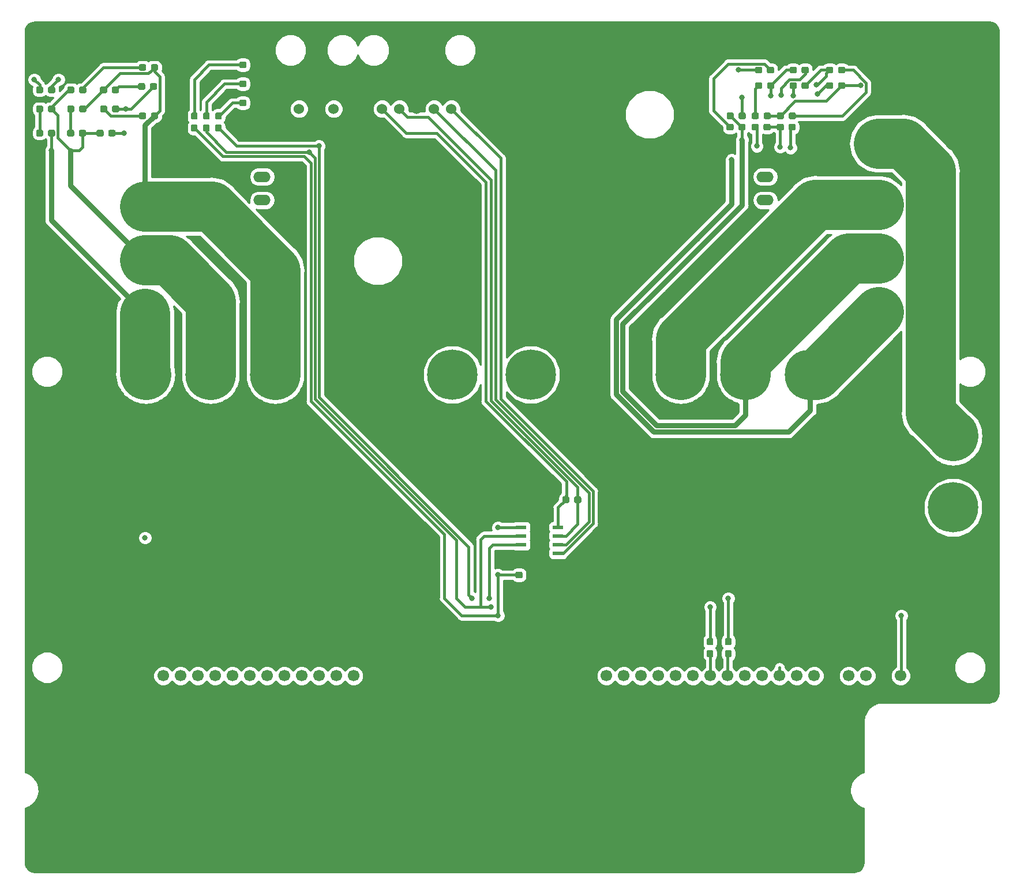
<source format=gbr>
G04 #@! TF.GenerationSoftware,KiCad,Pcbnew,(5.0.2)-1*
G04 #@! TF.CreationDate,2019-03-05T00:17:48-06:00*
G04 #@! TF.ProjectId,ODriveInterfacingBoard,4f447269-7665-4496-9e74-657266616369,rev?*
G04 #@! TF.SameCoordinates,Original*
G04 #@! TF.FileFunction,Copper,L1,Top*
G04 #@! TF.FilePolarity,Positive*
%FSLAX46Y46*%
G04 Gerber Fmt 4.6, Leading zero omitted, Abs format (unit mm)*
G04 Created by KiCad (PCBNEW (5.0.2)-1) date 3/5/2019 12:17:48 AM*
%MOMM*%
%LPD*%
G01*
G04 APERTURE LIST*
G04 #@! TA.AperFunction,ComponentPad*
%ADD10C,5.080000*%
G04 #@! TD*
G04 #@! TA.AperFunction,ComponentPad*
%ADD11O,2.540000X1.524000*%
G04 #@! TD*
G04 #@! TA.AperFunction,ComponentPad*
%ADD12C,1.700000*%
G04 #@! TD*
G04 #@! TA.AperFunction,ComponentPad*
%ADD13C,7.400000*%
G04 #@! TD*
G04 #@! TA.AperFunction,Conductor*
%ADD14C,0.100000*%
G04 #@! TD*
G04 #@! TA.AperFunction,SMDPad,CuDef*
%ADD15C,0.950000*%
G04 #@! TD*
G04 #@! TA.AperFunction,SMDPad,CuDef*
%ADD16R,1.550000X0.600000*%
G04 #@! TD*
G04 #@! TA.AperFunction,ComponentPad*
%ADD17C,1.524000*%
G04 #@! TD*
G04 #@! TA.AperFunction,ViaPad*
%ADD18C,0.800000*%
G04 #@! TD*
G04 #@! TA.AperFunction,Conductor*
%ADD19C,0.381000*%
G04 #@! TD*
G04 #@! TA.AperFunction,Conductor*
%ADD20C,7.400000*%
G04 #@! TD*
G04 #@! TA.AperFunction,Conductor*
%ADD21C,0.762000*%
G04 #@! TD*
G04 #@! TA.AperFunction,Conductor*
%ADD22C,1.524000*%
G04 #@! TD*
G04 #@! TA.AperFunction,Conductor*
%ADD23C,0.254000*%
G04 #@! TD*
G04 APERTURE END LIST*
D10*
G04 #@! TO.P,Conn3,1*
G04 #@! TO.N,/PV+*
X161036000Y-66548000D03*
G04 #@! TO.P,Conn3,4*
G04 #@! TO.N,GND*
X153162000Y-66548000D03*
G04 #@! TD*
D11*
G04 #@! TO.P,50W2RJ1,V+*
G04 #@! TO.N,N/C*
X144360900Y-74853800D03*
X144360900Y-71450200D03*
G04 #@! TO.P,50W2RJ1,V-*
X70523100Y-74853800D03*
X70523100Y-71450200D03*
G04 #@! TD*
D12*
G04 #@! TO.P,U1,E1_3V3*
G04 #@! TO.N,/E1_3V3*
X83948749Y-144741151D03*
G04 #@! TO.P,U1,E1_5V*
G04 #@! TO.N,/E1_5V*
X81408749Y-144741151D03*
G04 #@! TO.P,U1,E1_A*
G04 #@! TO.N,/E1_A*
X78868749Y-144741151D03*
G04 #@! TO.P,U1,E1_B*
G04 #@! TO.N,/E1_B*
X76328749Y-144741151D03*
G04 #@! TO.P,U1,E1_Z*
G04 #@! TO.N,/E1_Z*
X73788749Y-144741151D03*
G04 #@! TO.P,U1,E1_GND*
G04 #@! TO.N,/E1_GND*
X71248749Y-144741151D03*
G04 #@! TO.P,U1,E0_3V3*
G04 #@! TO.N,/E0_3V3*
X68708749Y-144741151D03*
G04 #@! TO.P,U1,E0_5V*
G04 #@! TO.N,/E0_5V*
X66168749Y-144741151D03*
G04 #@! TO.P,U1,E0_A*
G04 #@! TO.N,/E0_A*
X63628749Y-144741151D03*
G04 #@! TO.P,U1,E0_B*
G04 #@! TO.N,/E0_B*
X61088749Y-144741151D03*
G04 #@! TO.P,U1,E0_Z*
G04 #@! TO.N,/E0_Z*
X58548749Y-144741151D03*
G04 #@! TO.P,U1,E0_GND*
G04 #@! TO.N,/E0_GND*
X56008749Y-144741151D03*
G04 #@! TO.P,U1,GND3*
G04 #@! TO.N,GND*
X115988717Y-144741151D03*
G04 #@! TO.P,U1,GND2*
X118528717Y-144741151D03*
G04 #@! TO.P,U1,GPIO8*
G04 #@! TO.N,GPIO_8*
X121068717Y-144741151D03*
G04 #@! TO.P,U1,GPIO7*
G04 #@! TO.N,GPIO_7*
X123608717Y-144741151D03*
G04 #@! TO.P,U1,GPIO6*
G04 #@! TO.N,GPIO_6*
X126148717Y-144741151D03*
G04 #@! TO.P,U1,GPIO5*
G04 #@! TO.N,GPIO_5*
X128688717Y-144741151D03*
G04 #@! TO.P,U1,GPIO4*
G04 #@! TO.N,GPIO_4*
X131228717Y-144741151D03*
G04 #@! TO.P,U1,GPIO3*
G04 #@! TO.N,GPIO_3*
X133768717Y-144741151D03*
G04 #@! TO.P,U1,GPIO2*
G04 #@! TO.N,Rx*
X136308717Y-144741151D03*
G04 #@! TO.P,U1,GPIO1*
G04 #@! TO.N,Tx*
X138848717Y-144741151D03*
G04 #@! TO.P,U1,MOSI*
G04 #@! TO.N,MOSI*
X141388717Y-144741151D03*
G04 #@! TO.P,U1,MISO*
G04 #@! TO.N,MISO*
X143928717Y-144741151D03*
G04 #@! TO.P,U1,SCK*
G04 #@! TO.N,SCK*
X146468717Y-144741151D03*
G04 #@! TO.P,U1,AGND*
G04 #@! TO.N,Net-(Conn1-Pad1)*
X149008717Y-144741151D03*
G04 #@! TO.P,U1,AVCC*
G04 #@! TO.N,Net-(Conn1-Pad2)*
X151548717Y-144741151D03*
G04 #@! TO.P,U1,GND1*
G04 #@! TO.N,GND*
X154088717Y-144741151D03*
G04 #@! TO.P,U1,CAN_L*
G04 #@! TO.N,CAN_L*
X156628717Y-144741151D03*
G04 #@! TO.P,U1,CAN_H*
G04 #@! TO.N,CAN_H*
X159168717Y-144741151D03*
G04 #@! TO.P,U1,GND0*
G04 #@! TO.N,GND*
X161708717Y-144741151D03*
G04 #@! TO.P,U1,3V3*
G04 #@! TO.N,+3V3*
X164248717Y-144741151D03*
D13*
G04 #@! TO.P,U1,M0_A*
G04 #@! TO.N,M0_A*
X53448717Y-100511151D03*
G04 #@! TO.P,U1,M0_B*
G04 #@! TO.N,M0_B*
X62948717Y-100511151D03*
G04 #@! TO.P,U1,M0_C*
G04 #@! TO.N,M0_C*
X72448717Y-100511151D03*
G04 #@! TO.P,U1,AUX_V+*
G04 #@! TO.N,Net-(50W2RJ1-Pad1)*
X98448717Y-100511151D03*
G04 #@! TO.P,U1,AUX_V-*
G04 #@! TO.N,Net-(50W2RJ1-Pad2)*
X109948717Y-100511151D03*
G04 #@! TO.P,U1,M1_A*
G04 #@! TO.N,M1_A*
X131948717Y-100511151D03*
G04 #@! TO.P,U1,M1_B*
G04 #@! TO.N,M1_B*
X141448717Y-100511151D03*
G04 #@! TO.P,U1,M1_C*
G04 #@! TO.N,M1_C*
X150948717Y-100511151D03*
G04 #@! TO.P,U1,PV+*
G04 #@! TO.N,N/C*
X171948717Y-109511151D03*
G04 #@! TO.P,U1,GND*
X171948717Y-120011151D03*
G04 #@! TD*
D14*
G04 #@! TO.N,GND*
G04 #@! TO.C,D1*
G36*
X69765779Y-60105144D02*
X69788834Y-60108563D01*
X69811443Y-60114227D01*
X69833387Y-60122079D01*
X69854457Y-60132044D01*
X69874448Y-60144026D01*
X69893168Y-60157910D01*
X69910438Y-60173562D01*
X69926090Y-60190832D01*
X69939974Y-60209552D01*
X69951956Y-60229543D01*
X69961921Y-60250613D01*
X69969773Y-60272557D01*
X69975437Y-60295166D01*
X69978856Y-60318221D01*
X69980000Y-60341500D01*
X69980000Y-60816500D01*
X69978856Y-60839779D01*
X69975437Y-60862834D01*
X69969773Y-60885443D01*
X69961921Y-60907387D01*
X69951956Y-60928457D01*
X69939974Y-60948448D01*
X69926090Y-60967168D01*
X69910438Y-60984438D01*
X69893168Y-61000090D01*
X69874448Y-61013974D01*
X69854457Y-61025956D01*
X69833387Y-61035921D01*
X69811443Y-61043773D01*
X69788834Y-61049437D01*
X69765779Y-61052856D01*
X69742500Y-61054000D01*
X69167500Y-61054000D01*
X69144221Y-61052856D01*
X69121166Y-61049437D01*
X69098557Y-61043773D01*
X69076613Y-61035921D01*
X69055543Y-61025956D01*
X69035552Y-61013974D01*
X69016832Y-61000090D01*
X68999562Y-60984438D01*
X68983910Y-60967168D01*
X68970026Y-60948448D01*
X68958044Y-60928457D01*
X68948079Y-60907387D01*
X68940227Y-60885443D01*
X68934563Y-60862834D01*
X68931144Y-60839779D01*
X68930000Y-60816500D01*
X68930000Y-60341500D01*
X68931144Y-60318221D01*
X68934563Y-60295166D01*
X68940227Y-60272557D01*
X68948079Y-60250613D01*
X68958044Y-60229543D01*
X68970026Y-60209552D01*
X68983910Y-60190832D01*
X68999562Y-60173562D01*
X69016832Y-60157910D01*
X69035552Y-60144026D01*
X69055543Y-60132044D01*
X69076613Y-60122079D01*
X69098557Y-60114227D01*
X69121166Y-60108563D01*
X69144221Y-60105144D01*
X69167500Y-60104000D01*
X69742500Y-60104000D01*
X69765779Y-60105144D01*
X69765779Y-60105144D01*
G37*
D15*
G04 #@! TD*
G04 #@! TO.P,D1,1*
G04 #@! TO.N,GND*
X69455000Y-60579000D03*
D14*
G04 #@! TO.N,Net-(D1-Pad2)*
G04 #@! TO.C,D1*
G36*
X68015779Y-60105144D02*
X68038834Y-60108563D01*
X68061443Y-60114227D01*
X68083387Y-60122079D01*
X68104457Y-60132044D01*
X68124448Y-60144026D01*
X68143168Y-60157910D01*
X68160438Y-60173562D01*
X68176090Y-60190832D01*
X68189974Y-60209552D01*
X68201956Y-60229543D01*
X68211921Y-60250613D01*
X68219773Y-60272557D01*
X68225437Y-60295166D01*
X68228856Y-60318221D01*
X68230000Y-60341500D01*
X68230000Y-60816500D01*
X68228856Y-60839779D01*
X68225437Y-60862834D01*
X68219773Y-60885443D01*
X68211921Y-60907387D01*
X68201956Y-60928457D01*
X68189974Y-60948448D01*
X68176090Y-60967168D01*
X68160438Y-60984438D01*
X68143168Y-61000090D01*
X68124448Y-61013974D01*
X68104457Y-61025956D01*
X68083387Y-61035921D01*
X68061443Y-61043773D01*
X68038834Y-61049437D01*
X68015779Y-61052856D01*
X67992500Y-61054000D01*
X67417500Y-61054000D01*
X67394221Y-61052856D01*
X67371166Y-61049437D01*
X67348557Y-61043773D01*
X67326613Y-61035921D01*
X67305543Y-61025956D01*
X67285552Y-61013974D01*
X67266832Y-61000090D01*
X67249562Y-60984438D01*
X67233910Y-60967168D01*
X67220026Y-60948448D01*
X67208044Y-60928457D01*
X67198079Y-60907387D01*
X67190227Y-60885443D01*
X67184563Y-60862834D01*
X67181144Y-60839779D01*
X67180000Y-60816500D01*
X67180000Y-60341500D01*
X67181144Y-60318221D01*
X67184563Y-60295166D01*
X67190227Y-60272557D01*
X67198079Y-60250613D01*
X67208044Y-60229543D01*
X67220026Y-60209552D01*
X67233910Y-60190832D01*
X67249562Y-60173562D01*
X67266832Y-60157910D01*
X67285552Y-60144026D01*
X67305543Y-60132044D01*
X67326613Y-60122079D01*
X67348557Y-60114227D01*
X67371166Y-60108563D01*
X67394221Y-60105144D01*
X67417500Y-60104000D01*
X67992500Y-60104000D01*
X68015779Y-60105144D01*
X68015779Y-60105144D01*
G37*
D15*
G04 #@! TD*
G04 #@! TO.P,D1,2*
G04 #@! TO.N,Net-(D1-Pad2)*
X67705000Y-60579000D03*
D14*
G04 #@! TO.N,GND*
G04 #@! TO.C,D2*
G36*
X69765779Y-57311144D02*
X69788834Y-57314563D01*
X69811443Y-57320227D01*
X69833387Y-57328079D01*
X69854457Y-57338044D01*
X69874448Y-57350026D01*
X69893168Y-57363910D01*
X69910438Y-57379562D01*
X69926090Y-57396832D01*
X69939974Y-57415552D01*
X69951956Y-57435543D01*
X69961921Y-57456613D01*
X69969773Y-57478557D01*
X69975437Y-57501166D01*
X69978856Y-57524221D01*
X69980000Y-57547500D01*
X69980000Y-58022500D01*
X69978856Y-58045779D01*
X69975437Y-58068834D01*
X69969773Y-58091443D01*
X69961921Y-58113387D01*
X69951956Y-58134457D01*
X69939974Y-58154448D01*
X69926090Y-58173168D01*
X69910438Y-58190438D01*
X69893168Y-58206090D01*
X69874448Y-58219974D01*
X69854457Y-58231956D01*
X69833387Y-58241921D01*
X69811443Y-58249773D01*
X69788834Y-58255437D01*
X69765779Y-58258856D01*
X69742500Y-58260000D01*
X69167500Y-58260000D01*
X69144221Y-58258856D01*
X69121166Y-58255437D01*
X69098557Y-58249773D01*
X69076613Y-58241921D01*
X69055543Y-58231956D01*
X69035552Y-58219974D01*
X69016832Y-58206090D01*
X68999562Y-58190438D01*
X68983910Y-58173168D01*
X68970026Y-58154448D01*
X68958044Y-58134457D01*
X68948079Y-58113387D01*
X68940227Y-58091443D01*
X68934563Y-58068834D01*
X68931144Y-58045779D01*
X68930000Y-58022500D01*
X68930000Y-57547500D01*
X68931144Y-57524221D01*
X68934563Y-57501166D01*
X68940227Y-57478557D01*
X68948079Y-57456613D01*
X68958044Y-57435543D01*
X68970026Y-57415552D01*
X68983910Y-57396832D01*
X68999562Y-57379562D01*
X69016832Y-57363910D01*
X69035552Y-57350026D01*
X69055543Y-57338044D01*
X69076613Y-57328079D01*
X69098557Y-57320227D01*
X69121166Y-57314563D01*
X69144221Y-57311144D01*
X69167500Y-57310000D01*
X69742500Y-57310000D01*
X69765779Y-57311144D01*
X69765779Y-57311144D01*
G37*
D15*
G04 #@! TD*
G04 #@! TO.P,D2,1*
G04 #@! TO.N,GND*
X69455000Y-57785000D03*
D14*
G04 #@! TO.N,Net-(D2-Pad2)*
G04 #@! TO.C,D2*
G36*
X68015779Y-57311144D02*
X68038834Y-57314563D01*
X68061443Y-57320227D01*
X68083387Y-57328079D01*
X68104457Y-57338044D01*
X68124448Y-57350026D01*
X68143168Y-57363910D01*
X68160438Y-57379562D01*
X68176090Y-57396832D01*
X68189974Y-57415552D01*
X68201956Y-57435543D01*
X68211921Y-57456613D01*
X68219773Y-57478557D01*
X68225437Y-57501166D01*
X68228856Y-57524221D01*
X68230000Y-57547500D01*
X68230000Y-58022500D01*
X68228856Y-58045779D01*
X68225437Y-58068834D01*
X68219773Y-58091443D01*
X68211921Y-58113387D01*
X68201956Y-58134457D01*
X68189974Y-58154448D01*
X68176090Y-58173168D01*
X68160438Y-58190438D01*
X68143168Y-58206090D01*
X68124448Y-58219974D01*
X68104457Y-58231956D01*
X68083387Y-58241921D01*
X68061443Y-58249773D01*
X68038834Y-58255437D01*
X68015779Y-58258856D01*
X67992500Y-58260000D01*
X67417500Y-58260000D01*
X67394221Y-58258856D01*
X67371166Y-58255437D01*
X67348557Y-58249773D01*
X67326613Y-58241921D01*
X67305543Y-58231956D01*
X67285552Y-58219974D01*
X67266832Y-58206090D01*
X67249562Y-58190438D01*
X67233910Y-58173168D01*
X67220026Y-58154448D01*
X67208044Y-58134457D01*
X67198079Y-58113387D01*
X67190227Y-58091443D01*
X67184563Y-58068834D01*
X67181144Y-58045779D01*
X67180000Y-58022500D01*
X67180000Y-57547500D01*
X67181144Y-57524221D01*
X67184563Y-57501166D01*
X67190227Y-57478557D01*
X67198079Y-57456613D01*
X67208044Y-57435543D01*
X67220026Y-57415552D01*
X67233910Y-57396832D01*
X67249562Y-57379562D01*
X67266832Y-57363910D01*
X67285552Y-57350026D01*
X67305543Y-57338044D01*
X67326613Y-57328079D01*
X67348557Y-57320227D01*
X67371166Y-57314563D01*
X67394221Y-57311144D01*
X67417500Y-57310000D01*
X67992500Y-57310000D01*
X68015779Y-57311144D01*
X68015779Y-57311144D01*
G37*
D15*
G04 #@! TD*
G04 #@! TO.P,D2,2*
G04 #@! TO.N,Net-(D2-Pad2)*
X67705000Y-57785000D03*
D14*
G04 #@! TO.N,Net-(D3-Pad2)*
G04 #@! TO.C,D3*
G36*
X145443779Y-55279144D02*
X145466834Y-55282563D01*
X145489443Y-55288227D01*
X145511387Y-55296079D01*
X145532457Y-55306044D01*
X145552448Y-55318026D01*
X145571168Y-55331910D01*
X145588438Y-55347562D01*
X145604090Y-55364832D01*
X145617974Y-55383552D01*
X145629956Y-55403543D01*
X145639921Y-55424613D01*
X145647773Y-55446557D01*
X145653437Y-55469166D01*
X145656856Y-55492221D01*
X145658000Y-55515500D01*
X145658000Y-55990500D01*
X145656856Y-56013779D01*
X145653437Y-56036834D01*
X145647773Y-56059443D01*
X145639921Y-56081387D01*
X145629956Y-56102457D01*
X145617974Y-56122448D01*
X145604090Y-56141168D01*
X145588438Y-56158438D01*
X145571168Y-56174090D01*
X145552448Y-56187974D01*
X145532457Y-56199956D01*
X145511387Y-56209921D01*
X145489443Y-56217773D01*
X145466834Y-56223437D01*
X145443779Y-56226856D01*
X145420500Y-56228000D01*
X144845500Y-56228000D01*
X144822221Y-56226856D01*
X144799166Y-56223437D01*
X144776557Y-56217773D01*
X144754613Y-56209921D01*
X144733543Y-56199956D01*
X144713552Y-56187974D01*
X144694832Y-56174090D01*
X144677562Y-56158438D01*
X144661910Y-56141168D01*
X144648026Y-56122448D01*
X144636044Y-56102457D01*
X144626079Y-56081387D01*
X144618227Y-56059443D01*
X144612563Y-56036834D01*
X144609144Y-56013779D01*
X144608000Y-55990500D01*
X144608000Y-55515500D01*
X144609144Y-55492221D01*
X144612563Y-55469166D01*
X144618227Y-55446557D01*
X144626079Y-55424613D01*
X144636044Y-55403543D01*
X144648026Y-55383552D01*
X144661910Y-55364832D01*
X144677562Y-55347562D01*
X144694832Y-55331910D01*
X144713552Y-55318026D01*
X144733543Y-55306044D01*
X144754613Y-55296079D01*
X144776557Y-55288227D01*
X144799166Y-55282563D01*
X144822221Y-55279144D01*
X144845500Y-55278000D01*
X145420500Y-55278000D01*
X145443779Y-55279144D01*
X145443779Y-55279144D01*
G37*
D15*
G04 #@! TD*
G04 #@! TO.P,D3,2*
G04 #@! TO.N,Net-(D3-Pad2)*
X145133000Y-55753000D03*
D14*
G04 #@! TO.N,M1_A*
G04 #@! TO.C,D3*
G36*
X143693779Y-55279144D02*
X143716834Y-55282563D01*
X143739443Y-55288227D01*
X143761387Y-55296079D01*
X143782457Y-55306044D01*
X143802448Y-55318026D01*
X143821168Y-55331910D01*
X143838438Y-55347562D01*
X143854090Y-55364832D01*
X143867974Y-55383552D01*
X143879956Y-55403543D01*
X143889921Y-55424613D01*
X143897773Y-55446557D01*
X143903437Y-55469166D01*
X143906856Y-55492221D01*
X143908000Y-55515500D01*
X143908000Y-55990500D01*
X143906856Y-56013779D01*
X143903437Y-56036834D01*
X143897773Y-56059443D01*
X143889921Y-56081387D01*
X143879956Y-56102457D01*
X143867974Y-56122448D01*
X143854090Y-56141168D01*
X143838438Y-56158438D01*
X143821168Y-56174090D01*
X143802448Y-56187974D01*
X143782457Y-56199956D01*
X143761387Y-56209921D01*
X143739443Y-56217773D01*
X143716834Y-56223437D01*
X143693779Y-56226856D01*
X143670500Y-56228000D01*
X143095500Y-56228000D01*
X143072221Y-56226856D01*
X143049166Y-56223437D01*
X143026557Y-56217773D01*
X143004613Y-56209921D01*
X142983543Y-56199956D01*
X142963552Y-56187974D01*
X142944832Y-56174090D01*
X142927562Y-56158438D01*
X142911910Y-56141168D01*
X142898026Y-56122448D01*
X142886044Y-56102457D01*
X142876079Y-56081387D01*
X142868227Y-56059443D01*
X142862563Y-56036834D01*
X142859144Y-56013779D01*
X142858000Y-55990500D01*
X142858000Y-55515500D01*
X142859144Y-55492221D01*
X142862563Y-55469166D01*
X142868227Y-55446557D01*
X142876079Y-55424613D01*
X142886044Y-55403543D01*
X142898026Y-55383552D01*
X142911910Y-55364832D01*
X142927562Y-55347562D01*
X142944832Y-55331910D01*
X142963552Y-55318026D01*
X142983543Y-55306044D01*
X143004613Y-55296079D01*
X143026557Y-55288227D01*
X143049166Y-55282563D01*
X143072221Y-55279144D01*
X143095500Y-55278000D01*
X143670500Y-55278000D01*
X143693779Y-55279144D01*
X143693779Y-55279144D01*
G37*
D15*
G04 #@! TD*
G04 #@! TO.P,D3,1*
G04 #@! TO.N,M1_A*
X143383000Y-55753000D03*
D14*
G04 #@! TO.N,GND*
G04 #@! TO.C,D4*
G36*
X69765779Y-54517144D02*
X69788834Y-54520563D01*
X69811443Y-54526227D01*
X69833387Y-54534079D01*
X69854457Y-54544044D01*
X69874448Y-54556026D01*
X69893168Y-54569910D01*
X69910438Y-54585562D01*
X69926090Y-54602832D01*
X69939974Y-54621552D01*
X69951956Y-54641543D01*
X69961921Y-54662613D01*
X69969773Y-54684557D01*
X69975437Y-54707166D01*
X69978856Y-54730221D01*
X69980000Y-54753500D01*
X69980000Y-55228500D01*
X69978856Y-55251779D01*
X69975437Y-55274834D01*
X69969773Y-55297443D01*
X69961921Y-55319387D01*
X69951956Y-55340457D01*
X69939974Y-55360448D01*
X69926090Y-55379168D01*
X69910438Y-55396438D01*
X69893168Y-55412090D01*
X69874448Y-55425974D01*
X69854457Y-55437956D01*
X69833387Y-55447921D01*
X69811443Y-55455773D01*
X69788834Y-55461437D01*
X69765779Y-55464856D01*
X69742500Y-55466000D01*
X69167500Y-55466000D01*
X69144221Y-55464856D01*
X69121166Y-55461437D01*
X69098557Y-55455773D01*
X69076613Y-55447921D01*
X69055543Y-55437956D01*
X69035552Y-55425974D01*
X69016832Y-55412090D01*
X68999562Y-55396438D01*
X68983910Y-55379168D01*
X68970026Y-55360448D01*
X68958044Y-55340457D01*
X68948079Y-55319387D01*
X68940227Y-55297443D01*
X68934563Y-55274834D01*
X68931144Y-55251779D01*
X68930000Y-55228500D01*
X68930000Y-54753500D01*
X68931144Y-54730221D01*
X68934563Y-54707166D01*
X68940227Y-54684557D01*
X68948079Y-54662613D01*
X68958044Y-54641543D01*
X68970026Y-54621552D01*
X68983910Y-54602832D01*
X68999562Y-54585562D01*
X69016832Y-54569910D01*
X69035552Y-54556026D01*
X69055543Y-54544044D01*
X69076613Y-54534079D01*
X69098557Y-54526227D01*
X69121166Y-54520563D01*
X69144221Y-54517144D01*
X69167500Y-54516000D01*
X69742500Y-54516000D01*
X69765779Y-54517144D01*
X69765779Y-54517144D01*
G37*
D15*
G04 #@! TD*
G04 #@! TO.P,D4,1*
G04 #@! TO.N,GND*
X69455000Y-54991000D03*
D14*
G04 #@! TO.N,Net-(D4-Pad2)*
G04 #@! TO.C,D4*
G36*
X68015779Y-54517144D02*
X68038834Y-54520563D01*
X68061443Y-54526227D01*
X68083387Y-54534079D01*
X68104457Y-54544044D01*
X68124448Y-54556026D01*
X68143168Y-54569910D01*
X68160438Y-54585562D01*
X68176090Y-54602832D01*
X68189974Y-54621552D01*
X68201956Y-54641543D01*
X68211921Y-54662613D01*
X68219773Y-54684557D01*
X68225437Y-54707166D01*
X68228856Y-54730221D01*
X68230000Y-54753500D01*
X68230000Y-55228500D01*
X68228856Y-55251779D01*
X68225437Y-55274834D01*
X68219773Y-55297443D01*
X68211921Y-55319387D01*
X68201956Y-55340457D01*
X68189974Y-55360448D01*
X68176090Y-55379168D01*
X68160438Y-55396438D01*
X68143168Y-55412090D01*
X68124448Y-55425974D01*
X68104457Y-55437956D01*
X68083387Y-55447921D01*
X68061443Y-55455773D01*
X68038834Y-55461437D01*
X68015779Y-55464856D01*
X67992500Y-55466000D01*
X67417500Y-55466000D01*
X67394221Y-55464856D01*
X67371166Y-55461437D01*
X67348557Y-55455773D01*
X67326613Y-55447921D01*
X67305543Y-55437956D01*
X67285552Y-55425974D01*
X67266832Y-55412090D01*
X67249562Y-55396438D01*
X67233910Y-55379168D01*
X67220026Y-55360448D01*
X67208044Y-55340457D01*
X67198079Y-55319387D01*
X67190227Y-55297443D01*
X67184563Y-55274834D01*
X67181144Y-55251779D01*
X67180000Y-55228500D01*
X67180000Y-54753500D01*
X67181144Y-54730221D01*
X67184563Y-54707166D01*
X67190227Y-54684557D01*
X67198079Y-54662613D01*
X67208044Y-54641543D01*
X67220026Y-54621552D01*
X67233910Y-54602832D01*
X67249562Y-54585562D01*
X67266832Y-54569910D01*
X67285552Y-54556026D01*
X67305543Y-54544044D01*
X67326613Y-54534079D01*
X67348557Y-54526227D01*
X67371166Y-54520563D01*
X67394221Y-54517144D01*
X67417500Y-54516000D01*
X67992500Y-54516000D01*
X68015779Y-54517144D01*
X68015779Y-54517144D01*
G37*
D15*
G04 #@! TD*
G04 #@! TO.P,D4,2*
G04 #@! TO.N,Net-(D4-Pad2)*
X67705000Y-54991000D03*
D14*
G04 #@! TO.N,M1_A*
G04 #@! TO.C,D5*
G36*
X143707779Y-57565144D02*
X143730834Y-57568563D01*
X143753443Y-57574227D01*
X143775387Y-57582079D01*
X143796457Y-57592044D01*
X143816448Y-57604026D01*
X143835168Y-57617910D01*
X143852438Y-57633562D01*
X143868090Y-57650832D01*
X143881974Y-57669552D01*
X143893956Y-57689543D01*
X143903921Y-57710613D01*
X143911773Y-57732557D01*
X143917437Y-57755166D01*
X143920856Y-57778221D01*
X143922000Y-57801500D01*
X143922000Y-58276500D01*
X143920856Y-58299779D01*
X143917437Y-58322834D01*
X143911773Y-58345443D01*
X143903921Y-58367387D01*
X143893956Y-58388457D01*
X143881974Y-58408448D01*
X143868090Y-58427168D01*
X143852438Y-58444438D01*
X143835168Y-58460090D01*
X143816448Y-58473974D01*
X143796457Y-58485956D01*
X143775387Y-58495921D01*
X143753443Y-58503773D01*
X143730834Y-58509437D01*
X143707779Y-58512856D01*
X143684500Y-58514000D01*
X143109500Y-58514000D01*
X143086221Y-58512856D01*
X143063166Y-58509437D01*
X143040557Y-58503773D01*
X143018613Y-58495921D01*
X142997543Y-58485956D01*
X142977552Y-58473974D01*
X142958832Y-58460090D01*
X142941562Y-58444438D01*
X142925910Y-58427168D01*
X142912026Y-58408448D01*
X142900044Y-58388457D01*
X142890079Y-58367387D01*
X142882227Y-58345443D01*
X142876563Y-58322834D01*
X142873144Y-58299779D01*
X142872000Y-58276500D01*
X142872000Y-57801500D01*
X142873144Y-57778221D01*
X142876563Y-57755166D01*
X142882227Y-57732557D01*
X142890079Y-57710613D01*
X142900044Y-57689543D01*
X142912026Y-57669552D01*
X142925910Y-57650832D01*
X142941562Y-57633562D01*
X142958832Y-57617910D01*
X142977552Y-57604026D01*
X142997543Y-57592044D01*
X143018613Y-57582079D01*
X143040557Y-57574227D01*
X143063166Y-57568563D01*
X143086221Y-57565144D01*
X143109500Y-57564000D01*
X143684500Y-57564000D01*
X143707779Y-57565144D01*
X143707779Y-57565144D01*
G37*
D15*
G04 #@! TD*
G04 #@! TO.P,D5,2*
G04 #@! TO.N,M1_A*
X143397000Y-58039000D03*
D14*
G04 #@! TO.N,Net-(D5-Pad1)*
G04 #@! TO.C,D5*
G36*
X145457779Y-57565144D02*
X145480834Y-57568563D01*
X145503443Y-57574227D01*
X145525387Y-57582079D01*
X145546457Y-57592044D01*
X145566448Y-57604026D01*
X145585168Y-57617910D01*
X145602438Y-57633562D01*
X145618090Y-57650832D01*
X145631974Y-57669552D01*
X145643956Y-57689543D01*
X145653921Y-57710613D01*
X145661773Y-57732557D01*
X145667437Y-57755166D01*
X145670856Y-57778221D01*
X145672000Y-57801500D01*
X145672000Y-58276500D01*
X145670856Y-58299779D01*
X145667437Y-58322834D01*
X145661773Y-58345443D01*
X145653921Y-58367387D01*
X145643956Y-58388457D01*
X145631974Y-58408448D01*
X145618090Y-58427168D01*
X145602438Y-58444438D01*
X145585168Y-58460090D01*
X145566448Y-58473974D01*
X145546457Y-58485956D01*
X145525387Y-58495921D01*
X145503443Y-58503773D01*
X145480834Y-58509437D01*
X145457779Y-58512856D01*
X145434500Y-58514000D01*
X144859500Y-58514000D01*
X144836221Y-58512856D01*
X144813166Y-58509437D01*
X144790557Y-58503773D01*
X144768613Y-58495921D01*
X144747543Y-58485956D01*
X144727552Y-58473974D01*
X144708832Y-58460090D01*
X144691562Y-58444438D01*
X144675910Y-58427168D01*
X144662026Y-58408448D01*
X144650044Y-58388457D01*
X144640079Y-58367387D01*
X144632227Y-58345443D01*
X144626563Y-58322834D01*
X144623144Y-58299779D01*
X144622000Y-58276500D01*
X144622000Y-57801500D01*
X144623144Y-57778221D01*
X144626563Y-57755166D01*
X144632227Y-57732557D01*
X144640079Y-57710613D01*
X144650044Y-57689543D01*
X144662026Y-57669552D01*
X144675910Y-57650832D01*
X144691562Y-57633562D01*
X144708832Y-57617910D01*
X144727552Y-57604026D01*
X144747543Y-57592044D01*
X144768613Y-57582079D01*
X144790557Y-57574227D01*
X144813166Y-57568563D01*
X144836221Y-57565144D01*
X144859500Y-57564000D01*
X145434500Y-57564000D01*
X145457779Y-57565144D01*
X145457779Y-57565144D01*
G37*
D15*
G04 #@! TD*
G04 #@! TO.P,D5,1*
G04 #@! TO.N,Net-(D5-Pad1)*
X145147000Y-58039000D03*
D14*
G04 #@! TO.N,Net-(D6-Pad2)*
G04 #@! TO.C,D6*
G36*
X38184779Y-58200144D02*
X38207834Y-58203563D01*
X38230443Y-58209227D01*
X38252387Y-58217079D01*
X38273457Y-58227044D01*
X38293448Y-58239026D01*
X38312168Y-58252910D01*
X38329438Y-58268562D01*
X38345090Y-58285832D01*
X38358974Y-58304552D01*
X38370956Y-58324543D01*
X38380921Y-58345613D01*
X38388773Y-58367557D01*
X38394437Y-58390166D01*
X38397856Y-58413221D01*
X38399000Y-58436500D01*
X38399000Y-58911500D01*
X38397856Y-58934779D01*
X38394437Y-58957834D01*
X38388773Y-58980443D01*
X38380921Y-59002387D01*
X38370956Y-59023457D01*
X38358974Y-59043448D01*
X38345090Y-59062168D01*
X38329438Y-59079438D01*
X38312168Y-59095090D01*
X38293448Y-59108974D01*
X38273457Y-59120956D01*
X38252387Y-59130921D01*
X38230443Y-59138773D01*
X38207834Y-59144437D01*
X38184779Y-59147856D01*
X38161500Y-59149000D01*
X37586500Y-59149000D01*
X37563221Y-59147856D01*
X37540166Y-59144437D01*
X37517557Y-59138773D01*
X37495613Y-59130921D01*
X37474543Y-59120956D01*
X37454552Y-59108974D01*
X37435832Y-59095090D01*
X37418562Y-59079438D01*
X37402910Y-59062168D01*
X37389026Y-59043448D01*
X37377044Y-59023457D01*
X37367079Y-59002387D01*
X37359227Y-58980443D01*
X37353563Y-58957834D01*
X37350144Y-58934779D01*
X37349000Y-58911500D01*
X37349000Y-58436500D01*
X37350144Y-58413221D01*
X37353563Y-58390166D01*
X37359227Y-58367557D01*
X37367079Y-58345613D01*
X37377044Y-58324543D01*
X37389026Y-58304552D01*
X37402910Y-58285832D01*
X37418562Y-58268562D01*
X37435832Y-58252910D01*
X37454552Y-58239026D01*
X37474543Y-58227044D01*
X37495613Y-58217079D01*
X37517557Y-58209227D01*
X37540166Y-58203563D01*
X37563221Y-58200144D01*
X37586500Y-58199000D01*
X38161500Y-58199000D01*
X38184779Y-58200144D01*
X38184779Y-58200144D01*
G37*
D15*
G04 #@! TD*
G04 #@! TO.P,D6,2*
G04 #@! TO.N,Net-(D6-Pad2)*
X37874000Y-58674000D03*
D14*
G04 #@! TO.N,M0_A*
G04 #@! TO.C,D6*
G36*
X39934779Y-58200144D02*
X39957834Y-58203563D01*
X39980443Y-58209227D01*
X40002387Y-58217079D01*
X40023457Y-58227044D01*
X40043448Y-58239026D01*
X40062168Y-58252910D01*
X40079438Y-58268562D01*
X40095090Y-58285832D01*
X40108974Y-58304552D01*
X40120956Y-58324543D01*
X40130921Y-58345613D01*
X40138773Y-58367557D01*
X40144437Y-58390166D01*
X40147856Y-58413221D01*
X40149000Y-58436500D01*
X40149000Y-58911500D01*
X40147856Y-58934779D01*
X40144437Y-58957834D01*
X40138773Y-58980443D01*
X40130921Y-59002387D01*
X40120956Y-59023457D01*
X40108974Y-59043448D01*
X40095090Y-59062168D01*
X40079438Y-59079438D01*
X40062168Y-59095090D01*
X40043448Y-59108974D01*
X40023457Y-59120956D01*
X40002387Y-59130921D01*
X39980443Y-59138773D01*
X39957834Y-59144437D01*
X39934779Y-59147856D01*
X39911500Y-59149000D01*
X39336500Y-59149000D01*
X39313221Y-59147856D01*
X39290166Y-59144437D01*
X39267557Y-59138773D01*
X39245613Y-59130921D01*
X39224543Y-59120956D01*
X39204552Y-59108974D01*
X39185832Y-59095090D01*
X39168562Y-59079438D01*
X39152910Y-59062168D01*
X39139026Y-59043448D01*
X39127044Y-59023457D01*
X39117079Y-59002387D01*
X39109227Y-58980443D01*
X39103563Y-58957834D01*
X39100144Y-58934779D01*
X39099000Y-58911500D01*
X39099000Y-58436500D01*
X39100144Y-58413221D01*
X39103563Y-58390166D01*
X39109227Y-58367557D01*
X39117079Y-58345613D01*
X39127044Y-58324543D01*
X39139026Y-58304552D01*
X39152910Y-58285832D01*
X39168562Y-58268562D01*
X39185832Y-58252910D01*
X39204552Y-58239026D01*
X39224543Y-58227044D01*
X39245613Y-58217079D01*
X39267557Y-58209227D01*
X39290166Y-58203563D01*
X39313221Y-58200144D01*
X39336500Y-58199000D01*
X39911500Y-58199000D01*
X39934779Y-58200144D01*
X39934779Y-58200144D01*
G37*
D15*
G04 #@! TD*
G04 #@! TO.P,D6,1*
G04 #@! TO.N,M0_A*
X39624000Y-58674000D03*
D14*
G04 #@! TO.N,M1_B*
G04 #@! TO.C,D7*
G36*
X148773779Y-55279144D02*
X148796834Y-55282563D01*
X148819443Y-55288227D01*
X148841387Y-55296079D01*
X148862457Y-55306044D01*
X148882448Y-55318026D01*
X148901168Y-55331910D01*
X148918438Y-55347562D01*
X148934090Y-55364832D01*
X148947974Y-55383552D01*
X148959956Y-55403543D01*
X148969921Y-55424613D01*
X148977773Y-55446557D01*
X148983437Y-55469166D01*
X148986856Y-55492221D01*
X148988000Y-55515500D01*
X148988000Y-55990500D01*
X148986856Y-56013779D01*
X148983437Y-56036834D01*
X148977773Y-56059443D01*
X148969921Y-56081387D01*
X148959956Y-56102457D01*
X148947974Y-56122448D01*
X148934090Y-56141168D01*
X148918438Y-56158438D01*
X148901168Y-56174090D01*
X148882448Y-56187974D01*
X148862457Y-56199956D01*
X148841387Y-56209921D01*
X148819443Y-56217773D01*
X148796834Y-56223437D01*
X148773779Y-56226856D01*
X148750500Y-56228000D01*
X148175500Y-56228000D01*
X148152221Y-56226856D01*
X148129166Y-56223437D01*
X148106557Y-56217773D01*
X148084613Y-56209921D01*
X148063543Y-56199956D01*
X148043552Y-56187974D01*
X148024832Y-56174090D01*
X148007562Y-56158438D01*
X147991910Y-56141168D01*
X147978026Y-56122448D01*
X147966044Y-56102457D01*
X147956079Y-56081387D01*
X147948227Y-56059443D01*
X147942563Y-56036834D01*
X147939144Y-56013779D01*
X147938000Y-55990500D01*
X147938000Y-55515500D01*
X147939144Y-55492221D01*
X147942563Y-55469166D01*
X147948227Y-55446557D01*
X147956079Y-55424613D01*
X147966044Y-55403543D01*
X147978026Y-55383552D01*
X147991910Y-55364832D01*
X148007562Y-55347562D01*
X148024832Y-55331910D01*
X148043552Y-55318026D01*
X148063543Y-55306044D01*
X148084613Y-55296079D01*
X148106557Y-55288227D01*
X148129166Y-55282563D01*
X148152221Y-55279144D01*
X148175500Y-55278000D01*
X148750500Y-55278000D01*
X148773779Y-55279144D01*
X148773779Y-55279144D01*
G37*
D15*
G04 #@! TD*
G04 #@! TO.P,D7,1*
G04 #@! TO.N,M1_B*
X148463000Y-55753000D03*
D14*
G04 #@! TO.N,Net-(D7-Pad2)*
G04 #@! TO.C,D7*
G36*
X150523779Y-55279144D02*
X150546834Y-55282563D01*
X150569443Y-55288227D01*
X150591387Y-55296079D01*
X150612457Y-55306044D01*
X150632448Y-55318026D01*
X150651168Y-55331910D01*
X150668438Y-55347562D01*
X150684090Y-55364832D01*
X150697974Y-55383552D01*
X150709956Y-55403543D01*
X150719921Y-55424613D01*
X150727773Y-55446557D01*
X150733437Y-55469166D01*
X150736856Y-55492221D01*
X150738000Y-55515500D01*
X150738000Y-55990500D01*
X150736856Y-56013779D01*
X150733437Y-56036834D01*
X150727773Y-56059443D01*
X150719921Y-56081387D01*
X150709956Y-56102457D01*
X150697974Y-56122448D01*
X150684090Y-56141168D01*
X150668438Y-56158438D01*
X150651168Y-56174090D01*
X150632448Y-56187974D01*
X150612457Y-56199956D01*
X150591387Y-56209921D01*
X150569443Y-56217773D01*
X150546834Y-56223437D01*
X150523779Y-56226856D01*
X150500500Y-56228000D01*
X149925500Y-56228000D01*
X149902221Y-56226856D01*
X149879166Y-56223437D01*
X149856557Y-56217773D01*
X149834613Y-56209921D01*
X149813543Y-56199956D01*
X149793552Y-56187974D01*
X149774832Y-56174090D01*
X149757562Y-56158438D01*
X149741910Y-56141168D01*
X149728026Y-56122448D01*
X149716044Y-56102457D01*
X149706079Y-56081387D01*
X149698227Y-56059443D01*
X149692563Y-56036834D01*
X149689144Y-56013779D01*
X149688000Y-55990500D01*
X149688000Y-55515500D01*
X149689144Y-55492221D01*
X149692563Y-55469166D01*
X149698227Y-55446557D01*
X149706079Y-55424613D01*
X149716044Y-55403543D01*
X149728026Y-55383552D01*
X149741910Y-55364832D01*
X149757562Y-55347562D01*
X149774832Y-55331910D01*
X149793552Y-55318026D01*
X149813543Y-55306044D01*
X149834613Y-55296079D01*
X149856557Y-55288227D01*
X149879166Y-55282563D01*
X149902221Y-55279144D01*
X149925500Y-55278000D01*
X150500500Y-55278000D01*
X150523779Y-55279144D01*
X150523779Y-55279144D01*
G37*
D15*
G04 #@! TD*
G04 #@! TO.P,D7,2*
G04 #@! TO.N,Net-(D7-Pad2)*
X150213000Y-55753000D03*
D14*
G04 #@! TO.N,Net-(D8-Pad1)*
G04 #@! TO.C,D8*
G36*
X39934779Y-60994144D02*
X39957834Y-60997563D01*
X39980443Y-61003227D01*
X40002387Y-61011079D01*
X40023457Y-61021044D01*
X40043448Y-61033026D01*
X40062168Y-61046910D01*
X40079438Y-61062562D01*
X40095090Y-61079832D01*
X40108974Y-61098552D01*
X40120956Y-61118543D01*
X40130921Y-61139613D01*
X40138773Y-61161557D01*
X40144437Y-61184166D01*
X40147856Y-61207221D01*
X40149000Y-61230500D01*
X40149000Y-61705500D01*
X40147856Y-61728779D01*
X40144437Y-61751834D01*
X40138773Y-61774443D01*
X40130921Y-61796387D01*
X40120956Y-61817457D01*
X40108974Y-61837448D01*
X40095090Y-61856168D01*
X40079438Y-61873438D01*
X40062168Y-61889090D01*
X40043448Y-61902974D01*
X40023457Y-61914956D01*
X40002387Y-61924921D01*
X39980443Y-61932773D01*
X39957834Y-61938437D01*
X39934779Y-61941856D01*
X39911500Y-61943000D01*
X39336500Y-61943000D01*
X39313221Y-61941856D01*
X39290166Y-61938437D01*
X39267557Y-61932773D01*
X39245613Y-61924921D01*
X39224543Y-61914956D01*
X39204552Y-61902974D01*
X39185832Y-61889090D01*
X39168562Y-61873438D01*
X39152910Y-61856168D01*
X39139026Y-61837448D01*
X39127044Y-61817457D01*
X39117079Y-61796387D01*
X39109227Y-61774443D01*
X39103563Y-61751834D01*
X39100144Y-61728779D01*
X39099000Y-61705500D01*
X39099000Y-61230500D01*
X39100144Y-61207221D01*
X39103563Y-61184166D01*
X39109227Y-61161557D01*
X39117079Y-61139613D01*
X39127044Y-61118543D01*
X39139026Y-61098552D01*
X39152910Y-61079832D01*
X39168562Y-61062562D01*
X39185832Y-61046910D01*
X39204552Y-61033026D01*
X39224543Y-61021044D01*
X39245613Y-61011079D01*
X39267557Y-61003227D01*
X39290166Y-60997563D01*
X39313221Y-60994144D01*
X39336500Y-60993000D01*
X39911500Y-60993000D01*
X39934779Y-60994144D01*
X39934779Y-60994144D01*
G37*
D15*
G04 #@! TD*
G04 #@! TO.P,D8,1*
G04 #@! TO.N,Net-(D8-Pad1)*
X39624000Y-61468000D03*
D14*
G04 #@! TO.N,M0_A*
G04 #@! TO.C,D8*
G36*
X38184779Y-60994144D02*
X38207834Y-60997563D01*
X38230443Y-61003227D01*
X38252387Y-61011079D01*
X38273457Y-61021044D01*
X38293448Y-61033026D01*
X38312168Y-61046910D01*
X38329438Y-61062562D01*
X38345090Y-61079832D01*
X38358974Y-61098552D01*
X38370956Y-61118543D01*
X38380921Y-61139613D01*
X38388773Y-61161557D01*
X38394437Y-61184166D01*
X38397856Y-61207221D01*
X38399000Y-61230500D01*
X38399000Y-61705500D01*
X38397856Y-61728779D01*
X38394437Y-61751834D01*
X38388773Y-61774443D01*
X38380921Y-61796387D01*
X38370956Y-61817457D01*
X38358974Y-61837448D01*
X38345090Y-61856168D01*
X38329438Y-61873438D01*
X38312168Y-61889090D01*
X38293448Y-61902974D01*
X38273457Y-61914956D01*
X38252387Y-61924921D01*
X38230443Y-61932773D01*
X38207834Y-61938437D01*
X38184779Y-61941856D01*
X38161500Y-61943000D01*
X37586500Y-61943000D01*
X37563221Y-61941856D01*
X37540166Y-61938437D01*
X37517557Y-61932773D01*
X37495613Y-61924921D01*
X37474543Y-61914956D01*
X37454552Y-61902974D01*
X37435832Y-61889090D01*
X37418562Y-61873438D01*
X37402910Y-61856168D01*
X37389026Y-61837448D01*
X37377044Y-61817457D01*
X37367079Y-61796387D01*
X37359227Y-61774443D01*
X37353563Y-61751834D01*
X37350144Y-61728779D01*
X37349000Y-61705500D01*
X37349000Y-61230500D01*
X37350144Y-61207221D01*
X37353563Y-61184166D01*
X37359227Y-61161557D01*
X37367079Y-61139613D01*
X37377044Y-61118543D01*
X37389026Y-61098552D01*
X37402910Y-61079832D01*
X37418562Y-61062562D01*
X37435832Y-61046910D01*
X37454552Y-61033026D01*
X37474543Y-61021044D01*
X37495613Y-61011079D01*
X37517557Y-61003227D01*
X37540166Y-60997563D01*
X37563221Y-60994144D01*
X37586500Y-60993000D01*
X38161500Y-60993000D01*
X38184779Y-60994144D01*
X38184779Y-60994144D01*
G37*
D15*
G04 #@! TD*
G04 #@! TO.P,D8,2*
G04 #@! TO.N,M0_A*
X37874000Y-61468000D03*
D14*
G04 #@! TO.N,M1_B*
G04 #@! TO.C,D9*
G36*
X148773779Y-57565144D02*
X148796834Y-57568563D01*
X148819443Y-57574227D01*
X148841387Y-57582079D01*
X148862457Y-57592044D01*
X148882448Y-57604026D01*
X148901168Y-57617910D01*
X148918438Y-57633562D01*
X148934090Y-57650832D01*
X148947974Y-57669552D01*
X148959956Y-57689543D01*
X148969921Y-57710613D01*
X148977773Y-57732557D01*
X148983437Y-57755166D01*
X148986856Y-57778221D01*
X148988000Y-57801500D01*
X148988000Y-58276500D01*
X148986856Y-58299779D01*
X148983437Y-58322834D01*
X148977773Y-58345443D01*
X148969921Y-58367387D01*
X148959956Y-58388457D01*
X148947974Y-58408448D01*
X148934090Y-58427168D01*
X148918438Y-58444438D01*
X148901168Y-58460090D01*
X148882448Y-58473974D01*
X148862457Y-58485956D01*
X148841387Y-58495921D01*
X148819443Y-58503773D01*
X148796834Y-58509437D01*
X148773779Y-58512856D01*
X148750500Y-58514000D01*
X148175500Y-58514000D01*
X148152221Y-58512856D01*
X148129166Y-58509437D01*
X148106557Y-58503773D01*
X148084613Y-58495921D01*
X148063543Y-58485956D01*
X148043552Y-58473974D01*
X148024832Y-58460090D01*
X148007562Y-58444438D01*
X147991910Y-58427168D01*
X147978026Y-58408448D01*
X147966044Y-58388457D01*
X147956079Y-58367387D01*
X147948227Y-58345443D01*
X147942563Y-58322834D01*
X147939144Y-58299779D01*
X147938000Y-58276500D01*
X147938000Y-57801500D01*
X147939144Y-57778221D01*
X147942563Y-57755166D01*
X147948227Y-57732557D01*
X147956079Y-57710613D01*
X147966044Y-57689543D01*
X147978026Y-57669552D01*
X147991910Y-57650832D01*
X148007562Y-57633562D01*
X148024832Y-57617910D01*
X148043552Y-57604026D01*
X148063543Y-57592044D01*
X148084613Y-57582079D01*
X148106557Y-57574227D01*
X148129166Y-57568563D01*
X148152221Y-57565144D01*
X148175500Y-57564000D01*
X148750500Y-57564000D01*
X148773779Y-57565144D01*
X148773779Y-57565144D01*
G37*
D15*
G04 #@! TD*
G04 #@! TO.P,D9,2*
G04 #@! TO.N,M1_B*
X148463000Y-58039000D03*
D14*
G04 #@! TO.N,Net-(D9-Pad1)*
G04 #@! TO.C,D9*
G36*
X150523779Y-57565144D02*
X150546834Y-57568563D01*
X150569443Y-57574227D01*
X150591387Y-57582079D01*
X150612457Y-57592044D01*
X150632448Y-57604026D01*
X150651168Y-57617910D01*
X150668438Y-57633562D01*
X150684090Y-57650832D01*
X150697974Y-57669552D01*
X150709956Y-57689543D01*
X150719921Y-57710613D01*
X150727773Y-57732557D01*
X150733437Y-57755166D01*
X150736856Y-57778221D01*
X150738000Y-57801500D01*
X150738000Y-58276500D01*
X150736856Y-58299779D01*
X150733437Y-58322834D01*
X150727773Y-58345443D01*
X150719921Y-58367387D01*
X150709956Y-58388457D01*
X150697974Y-58408448D01*
X150684090Y-58427168D01*
X150668438Y-58444438D01*
X150651168Y-58460090D01*
X150632448Y-58473974D01*
X150612457Y-58485956D01*
X150591387Y-58495921D01*
X150569443Y-58503773D01*
X150546834Y-58509437D01*
X150523779Y-58512856D01*
X150500500Y-58514000D01*
X149925500Y-58514000D01*
X149902221Y-58512856D01*
X149879166Y-58509437D01*
X149856557Y-58503773D01*
X149834613Y-58495921D01*
X149813543Y-58485956D01*
X149793552Y-58473974D01*
X149774832Y-58460090D01*
X149757562Y-58444438D01*
X149741910Y-58427168D01*
X149728026Y-58408448D01*
X149716044Y-58388457D01*
X149706079Y-58367387D01*
X149698227Y-58345443D01*
X149692563Y-58322834D01*
X149689144Y-58299779D01*
X149688000Y-58276500D01*
X149688000Y-57801500D01*
X149689144Y-57778221D01*
X149692563Y-57755166D01*
X149698227Y-57732557D01*
X149706079Y-57710613D01*
X149716044Y-57689543D01*
X149728026Y-57669552D01*
X149741910Y-57650832D01*
X149757562Y-57633562D01*
X149774832Y-57617910D01*
X149793552Y-57604026D01*
X149813543Y-57592044D01*
X149834613Y-57582079D01*
X149856557Y-57574227D01*
X149879166Y-57568563D01*
X149902221Y-57565144D01*
X149925500Y-57564000D01*
X150500500Y-57564000D01*
X150523779Y-57565144D01*
X150523779Y-57565144D01*
G37*
D15*
G04 #@! TD*
G04 #@! TO.P,D9,1*
G04 #@! TO.N,Net-(D9-Pad1)*
X150213000Y-58039000D03*
D14*
G04 #@! TO.N,M0_B*
G04 #@! TO.C,D10*
G36*
X42756779Y-58200144D02*
X42779834Y-58203563D01*
X42802443Y-58209227D01*
X42824387Y-58217079D01*
X42845457Y-58227044D01*
X42865448Y-58239026D01*
X42884168Y-58252910D01*
X42901438Y-58268562D01*
X42917090Y-58285832D01*
X42930974Y-58304552D01*
X42942956Y-58324543D01*
X42952921Y-58345613D01*
X42960773Y-58367557D01*
X42966437Y-58390166D01*
X42969856Y-58413221D01*
X42971000Y-58436500D01*
X42971000Y-58911500D01*
X42969856Y-58934779D01*
X42966437Y-58957834D01*
X42960773Y-58980443D01*
X42952921Y-59002387D01*
X42942956Y-59023457D01*
X42930974Y-59043448D01*
X42917090Y-59062168D01*
X42901438Y-59079438D01*
X42884168Y-59095090D01*
X42865448Y-59108974D01*
X42845457Y-59120956D01*
X42824387Y-59130921D01*
X42802443Y-59138773D01*
X42779834Y-59144437D01*
X42756779Y-59147856D01*
X42733500Y-59149000D01*
X42158500Y-59149000D01*
X42135221Y-59147856D01*
X42112166Y-59144437D01*
X42089557Y-59138773D01*
X42067613Y-59130921D01*
X42046543Y-59120956D01*
X42026552Y-59108974D01*
X42007832Y-59095090D01*
X41990562Y-59079438D01*
X41974910Y-59062168D01*
X41961026Y-59043448D01*
X41949044Y-59023457D01*
X41939079Y-59002387D01*
X41931227Y-58980443D01*
X41925563Y-58957834D01*
X41922144Y-58934779D01*
X41921000Y-58911500D01*
X41921000Y-58436500D01*
X41922144Y-58413221D01*
X41925563Y-58390166D01*
X41931227Y-58367557D01*
X41939079Y-58345613D01*
X41949044Y-58324543D01*
X41961026Y-58304552D01*
X41974910Y-58285832D01*
X41990562Y-58268562D01*
X42007832Y-58252910D01*
X42026552Y-58239026D01*
X42046543Y-58227044D01*
X42067613Y-58217079D01*
X42089557Y-58209227D01*
X42112166Y-58203563D01*
X42135221Y-58200144D01*
X42158500Y-58199000D01*
X42733500Y-58199000D01*
X42756779Y-58200144D01*
X42756779Y-58200144D01*
G37*
D15*
G04 #@! TD*
G04 #@! TO.P,D10,1*
G04 #@! TO.N,M0_B*
X42446000Y-58674000D03*
D14*
G04 #@! TO.N,Net-(D10-Pad2)*
G04 #@! TO.C,D10*
G36*
X44506779Y-58200144D02*
X44529834Y-58203563D01*
X44552443Y-58209227D01*
X44574387Y-58217079D01*
X44595457Y-58227044D01*
X44615448Y-58239026D01*
X44634168Y-58252910D01*
X44651438Y-58268562D01*
X44667090Y-58285832D01*
X44680974Y-58304552D01*
X44692956Y-58324543D01*
X44702921Y-58345613D01*
X44710773Y-58367557D01*
X44716437Y-58390166D01*
X44719856Y-58413221D01*
X44721000Y-58436500D01*
X44721000Y-58911500D01*
X44719856Y-58934779D01*
X44716437Y-58957834D01*
X44710773Y-58980443D01*
X44702921Y-59002387D01*
X44692956Y-59023457D01*
X44680974Y-59043448D01*
X44667090Y-59062168D01*
X44651438Y-59079438D01*
X44634168Y-59095090D01*
X44615448Y-59108974D01*
X44595457Y-59120956D01*
X44574387Y-59130921D01*
X44552443Y-59138773D01*
X44529834Y-59144437D01*
X44506779Y-59147856D01*
X44483500Y-59149000D01*
X43908500Y-59149000D01*
X43885221Y-59147856D01*
X43862166Y-59144437D01*
X43839557Y-59138773D01*
X43817613Y-59130921D01*
X43796543Y-59120956D01*
X43776552Y-59108974D01*
X43757832Y-59095090D01*
X43740562Y-59079438D01*
X43724910Y-59062168D01*
X43711026Y-59043448D01*
X43699044Y-59023457D01*
X43689079Y-59002387D01*
X43681227Y-58980443D01*
X43675563Y-58957834D01*
X43672144Y-58934779D01*
X43671000Y-58911500D01*
X43671000Y-58436500D01*
X43672144Y-58413221D01*
X43675563Y-58390166D01*
X43681227Y-58367557D01*
X43689079Y-58345613D01*
X43699044Y-58324543D01*
X43711026Y-58304552D01*
X43724910Y-58285832D01*
X43740562Y-58268562D01*
X43757832Y-58252910D01*
X43776552Y-58239026D01*
X43796543Y-58227044D01*
X43817613Y-58217079D01*
X43839557Y-58209227D01*
X43862166Y-58203563D01*
X43885221Y-58200144D01*
X43908500Y-58199000D01*
X44483500Y-58199000D01*
X44506779Y-58200144D01*
X44506779Y-58200144D01*
G37*
D15*
G04 #@! TD*
G04 #@! TO.P,D10,2*
G04 #@! TO.N,Net-(D10-Pad2)*
X44196000Y-58674000D03*
D14*
G04 #@! TO.N,M1_C*
G04 #@! TO.C,D11*
G36*
X154135779Y-55279144D02*
X154158834Y-55282563D01*
X154181443Y-55288227D01*
X154203387Y-55296079D01*
X154224457Y-55306044D01*
X154244448Y-55318026D01*
X154263168Y-55331910D01*
X154280438Y-55347562D01*
X154296090Y-55364832D01*
X154309974Y-55383552D01*
X154321956Y-55403543D01*
X154331921Y-55424613D01*
X154339773Y-55446557D01*
X154345437Y-55469166D01*
X154348856Y-55492221D01*
X154350000Y-55515500D01*
X154350000Y-55990500D01*
X154348856Y-56013779D01*
X154345437Y-56036834D01*
X154339773Y-56059443D01*
X154331921Y-56081387D01*
X154321956Y-56102457D01*
X154309974Y-56122448D01*
X154296090Y-56141168D01*
X154280438Y-56158438D01*
X154263168Y-56174090D01*
X154244448Y-56187974D01*
X154224457Y-56199956D01*
X154203387Y-56209921D01*
X154181443Y-56217773D01*
X154158834Y-56223437D01*
X154135779Y-56226856D01*
X154112500Y-56228000D01*
X153537500Y-56228000D01*
X153514221Y-56226856D01*
X153491166Y-56223437D01*
X153468557Y-56217773D01*
X153446613Y-56209921D01*
X153425543Y-56199956D01*
X153405552Y-56187974D01*
X153386832Y-56174090D01*
X153369562Y-56158438D01*
X153353910Y-56141168D01*
X153340026Y-56122448D01*
X153328044Y-56102457D01*
X153318079Y-56081387D01*
X153310227Y-56059443D01*
X153304563Y-56036834D01*
X153301144Y-56013779D01*
X153300000Y-55990500D01*
X153300000Y-55515500D01*
X153301144Y-55492221D01*
X153304563Y-55469166D01*
X153310227Y-55446557D01*
X153318079Y-55424613D01*
X153328044Y-55403543D01*
X153340026Y-55383552D01*
X153353910Y-55364832D01*
X153369562Y-55347562D01*
X153386832Y-55331910D01*
X153405552Y-55318026D01*
X153425543Y-55306044D01*
X153446613Y-55296079D01*
X153468557Y-55288227D01*
X153491166Y-55282563D01*
X153514221Y-55279144D01*
X153537500Y-55278000D01*
X154112500Y-55278000D01*
X154135779Y-55279144D01*
X154135779Y-55279144D01*
G37*
D15*
G04 #@! TD*
G04 #@! TO.P,D11,1*
G04 #@! TO.N,M1_C*
X153825000Y-55753000D03*
D14*
G04 #@! TO.N,Net-(D11-Pad2)*
G04 #@! TO.C,D11*
G36*
X155885779Y-55279144D02*
X155908834Y-55282563D01*
X155931443Y-55288227D01*
X155953387Y-55296079D01*
X155974457Y-55306044D01*
X155994448Y-55318026D01*
X156013168Y-55331910D01*
X156030438Y-55347562D01*
X156046090Y-55364832D01*
X156059974Y-55383552D01*
X156071956Y-55403543D01*
X156081921Y-55424613D01*
X156089773Y-55446557D01*
X156095437Y-55469166D01*
X156098856Y-55492221D01*
X156100000Y-55515500D01*
X156100000Y-55990500D01*
X156098856Y-56013779D01*
X156095437Y-56036834D01*
X156089773Y-56059443D01*
X156081921Y-56081387D01*
X156071956Y-56102457D01*
X156059974Y-56122448D01*
X156046090Y-56141168D01*
X156030438Y-56158438D01*
X156013168Y-56174090D01*
X155994448Y-56187974D01*
X155974457Y-56199956D01*
X155953387Y-56209921D01*
X155931443Y-56217773D01*
X155908834Y-56223437D01*
X155885779Y-56226856D01*
X155862500Y-56228000D01*
X155287500Y-56228000D01*
X155264221Y-56226856D01*
X155241166Y-56223437D01*
X155218557Y-56217773D01*
X155196613Y-56209921D01*
X155175543Y-56199956D01*
X155155552Y-56187974D01*
X155136832Y-56174090D01*
X155119562Y-56158438D01*
X155103910Y-56141168D01*
X155090026Y-56122448D01*
X155078044Y-56102457D01*
X155068079Y-56081387D01*
X155060227Y-56059443D01*
X155054563Y-56036834D01*
X155051144Y-56013779D01*
X155050000Y-55990500D01*
X155050000Y-55515500D01*
X155051144Y-55492221D01*
X155054563Y-55469166D01*
X155060227Y-55446557D01*
X155068079Y-55424613D01*
X155078044Y-55403543D01*
X155090026Y-55383552D01*
X155103910Y-55364832D01*
X155119562Y-55347562D01*
X155136832Y-55331910D01*
X155155552Y-55318026D01*
X155175543Y-55306044D01*
X155196613Y-55296079D01*
X155218557Y-55288227D01*
X155241166Y-55282563D01*
X155264221Y-55279144D01*
X155287500Y-55278000D01*
X155862500Y-55278000D01*
X155885779Y-55279144D01*
X155885779Y-55279144D01*
G37*
D15*
G04 #@! TD*
G04 #@! TO.P,D11,2*
G04 #@! TO.N,Net-(D11-Pad2)*
X155575000Y-55753000D03*
D14*
G04 #@! TO.N,M0_B*
G04 #@! TO.C,D12*
G36*
X42756779Y-60994144D02*
X42779834Y-60997563D01*
X42802443Y-61003227D01*
X42824387Y-61011079D01*
X42845457Y-61021044D01*
X42865448Y-61033026D01*
X42884168Y-61046910D01*
X42901438Y-61062562D01*
X42917090Y-61079832D01*
X42930974Y-61098552D01*
X42942956Y-61118543D01*
X42952921Y-61139613D01*
X42960773Y-61161557D01*
X42966437Y-61184166D01*
X42969856Y-61207221D01*
X42971000Y-61230500D01*
X42971000Y-61705500D01*
X42969856Y-61728779D01*
X42966437Y-61751834D01*
X42960773Y-61774443D01*
X42952921Y-61796387D01*
X42942956Y-61817457D01*
X42930974Y-61837448D01*
X42917090Y-61856168D01*
X42901438Y-61873438D01*
X42884168Y-61889090D01*
X42865448Y-61902974D01*
X42845457Y-61914956D01*
X42824387Y-61924921D01*
X42802443Y-61932773D01*
X42779834Y-61938437D01*
X42756779Y-61941856D01*
X42733500Y-61943000D01*
X42158500Y-61943000D01*
X42135221Y-61941856D01*
X42112166Y-61938437D01*
X42089557Y-61932773D01*
X42067613Y-61924921D01*
X42046543Y-61914956D01*
X42026552Y-61902974D01*
X42007832Y-61889090D01*
X41990562Y-61873438D01*
X41974910Y-61856168D01*
X41961026Y-61837448D01*
X41949044Y-61817457D01*
X41939079Y-61796387D01*
X41931227Y-61774443D01*
X41925563Y-61751834D01*
X41922144Y-61728779D01*
X41921000Y-61705500D01*
X41921000Y-61230500D01*
X41922144Y-61207221D01*
X41925563Y-61184166D01*
X41931227Y-61161557D01*
X41939079Y-61139613D01*
X41949044Y-61118543D01*
X41961026Y-61098552D01*
X41974910Y-61079832D01*
X41990562Y-61062562D01*
X42007832Y-61046910D01*
X42026552Y-61033026D01*
X42046543Y-61021044D01*
X42067613Y-61011079D01*
X42089557Y-61003227D01*
X42112166Y-60997563D01*
X42135221Y-60994144D01*
X42158500Y-60993000D01*
X42733500Y-60993000D01*
X42756779Y-60994144D01*
X42756779Y-60994144D01*
G37*
D15*
G04 #@! TD*
G04 #@! TO.P,D12,2*
G04 #@! TO.N,M0_B*
X42446000Y-61468000D03*
D14*
G04 #@! TO.N,Net-(D12-Pad1)*
G04 #@! TO.C,D12*
G36*
X44506779Y-60994144D02*
X44529834Y-60997563D01*
X44552443Y-61003227D01*
X44574387Y-61011079D01*
X44595457Y-61021044D01*
X44615448Y-61033026D01*
X44634168Y-61046910D01*
X44651438Y-61062562D01*
X44667090Y-61079832D01*
X44680974Y-61098552D01*
X44692956Y-61118543D01*
X44702921Y-61139613D01*
X44710773Y-61161557D01*
X44716437Y-61184166D01*
X44719856Y-61207221D01*
X44721000Y-61230500D01*
X44721000Y-61705500D01*
X44719856Y-61728779D01*
X44716437Y-61751834D01*
X44710773Y-61774443D01*
X44702921Y-61796387D01*
X44692956Y-61817457D01*
X44680974Y-61837448D01*
X44667090Y-61856168D01*
X44651438Y-61873438D01*
X44634168Y-61889090D01*
X44615448Y-61902974D01*
X44595457Y-61914956D01*
X44574387Y-61924921D01*
X44552443Y-61932773D01*
X44529834Y-61938437D01*
X44506779Y-61941856D01*
X44483500Y-61943000D01*
X43908500Y-61943000D01*
X43885221Y-61941856D01*
X43862166Y-61938437D01*
X43839557Y-61932773D01*
X43817613Y-61924921D01*
X43796543Y-61914956D01*
X43776552Y-61902974D01*
X43757832Y-61889090D01*
X43740562Y-61873438D01*
X43724910Y-61856168D01*
X43711026Y-61837448D01*
X43699044Y-61817457D01*
X43689079Y-61796387D01*
X43681227Y-61774443D01*
X43675563Y-61751834D01*
X43672144Y-61728779D01*
X43671000Y-61705500D01*
X43671000Y-61230500D01*
X43672144Y-61207221D01*
X43675563Y-61184166D01*
X43681227Y-61161557D01*
X43689079Y-61139613D01*
X43699044Y-61118543D01*
X43711026Y-61098552D01*
X43724910Y-61079832D01*
X43740562Y-61062562D01*
X43757832Y-61046910D01*
X43776552Y-61033026D01*
X43796543Y-61021044D01*
X43817613Y-61011079D01*
X43839557Y-61003227D01*
X43862166Y-60997563D01*
X43885221Y-60994144D01*
X43908500Y-60993000D01*
X44483500Y-60993000D01*
X44506779Y-60994144D01*
X44506779Y-60994144D01*
G37*
D15*
G04 #@! TD*
G04 #@! TO.P,D12,1*
G04 #@! TO.N,Net-(D12-Pad1)*
X44196000Y-61468000D03*
D14*
G04 #@! TO.N,M1_C*
G04 #@! TO.C,D13*
G36*
X154135779Y-57565144D02*
X154158834Y-57568563D01*
X154181443Y-57574227D01*
X154203387Y-57582079D01*
X154224457Y-57592044D01*
X154244448Y-57604026D01*
X154263168Y-57617910D01*
X154280438Y-57633562D01*
X154296090Y-57650832D01*
X154309974Y-57669552D01*
X154321956Y-57689543D01*
X154331921Y-57710613D01*
X154339773Y-57732557D01*
X154345437Y-57755166D01*
X154348856Y-57778221D01*
X154350000Y-57801500D01*
X154350000Y-58276500D01*
X154348856Y-58299779D01*
X154345437Y-58322834D01*
X154339773Y-58345443D01*
X154331921Y-58367387D01*
X154321956Y-58388457D01*
X154309974Y-58408448D01*
X154296090Y-58427168D01*
X154280438Y-58444438D01*
X154263168Y-58460090D01*
X154244448Y-58473974D01*
X154224457Y-58485956D01*
X154203387Y-58495921D01*
X154181443Y-58503773D01*
X154158834Y-58509437D01*
X154135779Y-58512856D01*
X154112500Y-58514000D01*
X153537500Y-58514000D01*
X153514221Y-58512856D01*
X153491166Y-58509437D01*
X153468557Y-58503773D01*
X153446613Y-58495921D01*
X153425543Y-58485956D01*
X153405552Y-58473974D01*
X153386832Y-58460090D01*
X153369562Y-58444438D01*
X153353910Y-58427168D01*
X153340026Y-58408448D01*
X153328044Y-58388457D01*
X153318079Y-58367387D01*
X153310227Y-58345443D01*
X153304563Y-58322834D01*
X153301144Y-58299779D01*
X153300000Y-58276500D01*
X153300000Y-57801500D01*
X153301144Y-57778221D01*
X153304563Y-57755166D01*
X153310227Y-57732557D01*
X153318079Y-57710613D01*
X153328044Y-57689543D01*
X153340026Y-57669552D01*
X153353910Y-57650832D01*
X153369562Y-57633562D01*
X153386832Y-57617910D01*
X153405552Y-57604026D01*
X153425543Y-57592044D01*
X153446613Y-57582079D01*
X153468557Y-57574227D01*
X153491166Y-57568563D01*
X153514221Y-57565144D01*
X153537500Y-57564000D01*
X154112500Y-57564000D01*
X154135779Y-57565144D01*
X154135779Y-57565144D01*
G37*
D15*
G04 #@! TD*
G04 #@! TO.P,D13,2*
G04 #@! TO.N,M1_C*
X153825000Y-58039000D03*
D14*
G04 #@! TO.N,Net-(D13-Pad1)*
G04 #@! TO.C,D13*
G36*
X155885779Y-57565144D02*
X155908834Y-57568563D01*
X155931443Y-57574227D01*
X155953387Y-57582079D01*
X155974457Y-57592044D01*
X155994448Y-57604026D01*
X156013168Y-57617910D01*
X156030438Y-57633562D01*
X156046090Y-57650832D01*
X156059974Y-57669552D01*
X156071956Y-57689543D01*
X156081921Y-57710613D01*
X156089773Y-57732557D01*
X156095437Y-57755166D01*
X156098856Y-57778221D01*
X156100000Y-57801500D01*
X156100000Y-58276500D01*
X156098856Y-58299779D01*
X156095437Y-58322834D01*
X156089773Y-58345443D01*
X156081921Y-58367387D01*
X156071956Y-58388457D01*
X156059974Y-58408448D01*
X156046090Y-58427168D01*
X156030438Y-58444438D01*
X156013168Y-58460090D01*
X155994448Y-58473974D01*
X155974457Y-58485956D01*
X155953387Y-58495921D01*
X155931443Y-58503773D01*
X155908834Y-58509437D01*
X155885779Y-58512856D01*
X155862500Y-58514000D01*
X155287500Y-58514000D01*
X155264221Y-58512856D01*
X155241166Y-58509437D01*
X155218557Y-58503773D01*
X155196613Y-58495921D01*
X155175543Y-58485956D01*
X155155552Y-58473974D01*
X155136832Y-58460090D01*
X155119562Y-58444438D01*
X155103910Y-58427168D01*
X155090026Y-58408448D01*
X155078044Y-58388457D01*
X155068079Y-58367387D01*
X155060227Y-58345443D01*
X155054563Y-58322834D01*
X155051144Y-58299779D01*
X155050000Y-58276500D01*
X155050000Y-57801500D01*
X155051144Y-57778221D01*
X155054563Y-57755166D01*
X155060227Y-57732557D01*
X155068079Y-57710613D01*
X155078044Y-57689543D01*
X155090026Y-57669552D01*
X155103910Y-57650832D01*
X155119562Y-57633562D01*
X155136832Y-57617910D01*
X155155552Y-57604026D01*
X155175543Y-57592044D01*
X155196613Y-57582079D01*
X155218557Y-57574227D01*
X155241166Y-57568563D01*
X155264221Y-57565144D01*
X155287500Y-57564000D01*
X155862500Y-57564000D01*
X155885779Y-57565144D01*
X155885779Y-57565144D01*
G37*
D15*
G04 #@! TD*
G04 #@! TO.P,D13,1*
G04 #@! TO.N,Net-(D13-Pad1)*
X155575000Y-58039000D03*
D14*
G04 #@! TO.N,Net-(D14-Pad2)*
G04 #@! TO.C,D14*
G36*
X49304779Y-58200144D02*
X49327834Y-58203563D01*
X49350443Y-58209227D01*
X49372387Y-58217079D01*
X49393457Y-58227044D01*
X49413448Y-58239026D01*
X49432168Y-58252910D01*
X49449438Y-58268562D01*
X49465090Y-58285832D01*
X49478974Y-58304552D01*
X49490956Y-58324543D01*
X49500921Y-58345613D01*
X49508773Y-58367557D01*
X49514437Y-58390166D01*
X49517856Y-58413221D01*
X49519000Y-58436500D01*
X49519000Y-58911500D01*
X49517856Y-58934779D01*
X49514437Y-58957834D01*
X49508773Y-58980443D01*
X49500921Y-59002387D01*
X49490956Y-59023457D01*
X49478974Y-59043448D01*
X49465090Y-59062168D01*
X49449438Y-59079438D01*
X49432168Y-59095090D01*
X49413448Y-59108974D01*
X49393457Y-59120956D01*
X49372387Y-59130921D01*
X49350443Y-59138773D01*
X49327834Y-59144437D01*
X49304779Y-59147856D01*
X49281500Y-59149000D01*
X48706500Y-59149000D01*
X48683221Y-59147856D01*
X48660166Y-59144437D01*
X48637557Y-59138773D01*
X48615613Y-59130921D01*
X48594543Y-59120956D01*
X48574552Y-59108974D01*
X48555832Y-59095090D01*
X48538562Y-59079438D01*
X48522910Y-59062168D01*
X48509026Y-59043448D01*
X48497044Y-59023457D01*
X48487079Y-59002387D01*
X48479227Y-58980443D01*
X48473563Y-58957834D01*
X48470144Y-58934779D01*
X48469000Y-58911500D01*
X48469000Y-58436500D01*
X48470144Y-58413221D01*
X48473563Y-58390166D01*
X48479227Y-58367557D01*
X48487079Y-58345613D01*
X48497044Y-58324543D01*
X48509026Y-58304552D01*
X48522910Y-58285832D01*
X48538562Y-58268562D01*
X48555832Y-58252910D01*
X48574552Y-58239026D01*
X48594543Y-58227044D01*
X48615613Y-58217079D01*
X48637557Y-58209227D01*
X48660166Y-58203563D01*
X48683221Y-58200144D01*
X48706500Y-58199000D01*
X49281500Y-58199000D01*
X49304779Y-58200144D01*
X49304779Y-58200144D01*
G37*
D15*
G04 #@! TD*
G04 #@! TO.P,D14,2*
G04 #@! TO.N,Net-(D14-Pad2)*
X48994000Y-58674000D03*
D14*
G04 #@! TO.N,M0_C*
G04 #@! TO.C,D14*
G36*
X47554779Y-58200144D02*
X47577834Y-58203563D01*
X47600443Y-58209227D01*
X47622387Y-58217079D01*
X47643457Y-58227044D01*
X47663448Y-58239026D01*
X47682168Y-58252910D01*
X47699438Y-58268562D01*
X47715090Y-58285832D01*
X47728974Y-58304552D01*
X47740956Y-58324543D01*
X47750921Y-58345613D01*
X47758773Y-58367557D01*
X47764437Y-58390166D01*
X47767856Y-58413221D01*
X47769000Y-58436500D01*
X47769000Y-58911500D01*
X47767856Y-58934779D01*
X47764437Y-58957834D01*
X47758773Y-58980443D01*
X47750921Y-59002387D01*
X47740956Y-59023457D01*
X47728974Y-59043448D01*
X47715090Y-59062168D01*
X47699438Y-59079438D01*
X47682168Y-59095090D01*
X47663448Y-59108974D01*
X47643457Y-59120956D01*
X47622387Y-59130921D01*
X47600443Y-59138773D01*
X47577834Y-59144437D01*
X47554779Y-59147856D01*
X47531500Y-59149000D01*
X46956500Y-59149000D01*
X46933221Y-59147856D01*
X46910166Y-59144437D01*
X46887557Y-59138773D01*
X46865613Y-59130921D01*
X46844543Y-59120956D01*
X46824552Y-59108974D01*
X46805832Y-59095090D01*
X46788562Y-59079438D01*
X46772910Y-59062168D01*
X46759026Y-59043448D01*
X46747044Y-59023457D01*
X46737079Y-59002387D01*
X46729227Y-58980443D01*
X46723563Y-58957834D01*
X46720144Y-58934779D01*
X46719000Y-58911500D01*
X46719000Y-58436500D01*
X46720144Y-58413221D01*
X46723563Y-58390166D01*
X46729227Y-58367557D01*
X46737079Y-58345613D01*
X46747044Y-58324543D01*
X46759026Y-58304552D01*
X46772910Y-58285832D01*
X46788562Y-58268562D01*
X46805832Y-58252910D01*
X46824552Y-58239026D01*
X46844543Y-58227044D01*
X46865613Y-58217079D01*
X46887557Y-58209227D01*
X46910166Y-58203563D01*
X46933221Y-58200144D01*
X46956500Y-58199000D01*
X47531500Y-58199000D01*
X47554779Y-58200144D01*
X47554779Y-58200144D01*
G37*
D15*
G04 #@! TD*
G04 #@! TO.P,D14,1*
G04 #@! TO.N,M0_C*
X47244000Y-58674000D03*
D14*
G04 #@! TO.N,Net-(D15-Pad1)*
G04 #@! TO.C,D15*
G36*
X49332779Y-60994144D02*
X49355834Y-60997563D01*
X49378443Y-61003227D01*
X49400387Y-61011079D01*
X49421457Y-61021044D01*
X49441448Y-61033026D01*
X49460168Y-61046910D01*
X49477438Y-61062562D01*
X49493090Y-61079832D01*
X49506974Y-61098552D01*
X49518956Y-61118543D01*
X49528921Y-61139613D01*
X49536773Y-61161557D01*
X49542437Y-61184166D01*
X49545856Y-61207221D01*
X49547000Y-61230500D01*
X49547000Y-61705500D01*
X49545856Y-61728779D01*
X49542437Y-61751834D01*
X49536773Y-61774443D01*
X49528921Y-61796387D01*
X49518956Y-61817457D01*
X49506974Y-61837448D01*
X49493090Y-61856168D01*
X49477438Y-61873438D01*
X49460168Y-61889090D01*
X49441448Y-61902974D01*
X49421457Y-61914956D01*
X49400387Y-61924921D01*
X49378443Y-61932773D01*
X49355834Y-61938437D01*
X49332779Y-61941856D01*
X49309500Y-61943000D01*
X48734500Y-61943000D01*
X48711221Y-61941856D01*
X48688166Y-61938437D01*
X48665557Y-61932773D01*
X48643613Y-61924921D01*
X48622543Y-61914956D01*
X48602552Y-61902974D01*
X48583832Y-61889090D01*
X48566562Y-61873438D01*
X48550910Y-61856168D01*
X48537026Y-61837448D01*
X48525044Y-61817457D01*
X48515079Y-61796387D01*
X48507227Y-61774443D01*
X48501563Y-61751834D01*
X48498144Y-61728779D01*
X48497000Y-61705500D01*
X48497000Y-61230500D01*
X48498144Y-61207221D01*
X48501563Y-61184166D01*
X48507227Y-61161557D01*
X48515079Y-61139613D01*
X48525044Y-61118543D01*
X48537026Y-61098552D01*
X48550910Y-61079832D01*
X48566562Y-61062562D01*
X48583832Y-61046910D01*
X48602552Y-61033026D01*
X48622543Y-61021044D01*
X48643613Y-61011079D01*
X48665557Y-61003227D01*
X48688166Y-60997563D01*
X48711221Y-60994144D01*
X48734500Y-60993000D01*
X49309500Y-60993000D01*
X49332779Y-60994144D01*
X49332779Y-60994144D01*
G37*
D15*
G04 #@! TD*
G04 #@! TO.P,D15,1*
G04 #@! TO.N,Net-(D15-Pad1)*
X49022000Y-61468000D03*
D14*
G04 #@! TO.N,M0_C*
G04 #@! TO.C,D15*
G36*
X47582779Y-60994144D02*
X47605834Y-60997563D01*
X47628443Y-61003227D01*
X47650387Y-61011079D01*
X47671457Y-61021044D01*
X47691448Y-61033026D01*
X47710168Y-61046910D01*
X47727438Y-61062562D01*
X47743090Y-61079832D01*
X47756974Y-61098552D01*
X47768956Y-61118543D01*
X47778921Y-61139613D01*
X47786773Y-61161557D01*
X47792437Y-61184166D01*
X47795856Y-61207221D01*
X47797000Y-61230500D01*
X47797000Y-61705500D01*
X47795856Y-61728779D01*
X47792437Y-61751834D01*
X47786773Y-61774443D01*
X47778921Y-61796387D01*
X47768956Y-61817457D01*
X47756974Y-61837448D01*
X47743090Y-61856168D01*
X47727438Y-61873438D01*
X47710168Y-61889090D01*
X47691448Y-61902974D01*
X47671457Y-61914956D01*
X47650387Y-61924921D01*
X47628443Y-61932773D01*
X47605834Y-61938437D01*
X47582779Y-61941856D01*
X47559500Y-61943000D01*
X46984500Y-61943000D01*
X46961221Y-61941856D01*
X46938166Y-61938437D01*
X46915557Y-61932773D01*
X46893613Y-61924921D01*
X46872543Y-61914956D01*
X46852552Y-61902974D01*
X46833832Y-61889090D01*
X46816562Y-61873438D01*
X46800910Y-61856168D01*
X46787026Y-61837448D01*
X46775044Y-61817457D01*
X46765079Y-61796387D01*
X46757227Y-61774443D01*
X46751563Y-61751834D01*
X46748144Y-61728779D01*
X46747000Y-61705500D01*
X46747000Y-61230500D01*
X46748144Y-61207221D01*
X46751563Y-61184166D01*
X46757227Y-61161557D01*
X46765079Y-61139613D01*
X46775044Y-61118543D01*
X46787026Y-61098552D01*
X46800910Y-61079832D01*
X46816562Y-61062562D01*
X46833832Y-61046910D01*
X46852552Y-61033026D01*
X46872543Y-61021044D01*
X46893613Y-61011079D01*
X46915557Y-61003227D01*
X46938166Y-60997563D01*
X46961221Y-60994144D01*
X46984500Y-60993000D01*
X47559500Y-60993000D01*
X47582779Y-60994144D01*
X47582779Y-60994144D01*
G37*
D15*
G04 #@! TD*
G04 #@! TO.P,D15,2*
G04 #@! TO.N,M0_C*
X47272000Y-61468000D03*
D14*
G04 #@! TO.N,GPIO1*
G04 #@! TO.C,R1*
G36*
X64395779Y-63738144D02*
X64418834Y-63741563D01*
X64441443Y-63747227D01*
X64463387Y-63755079D01*
X64484457Y-63765044D01*
X64504448Y-63777026D01*
X64523168Y-63790910D01*
X64540438Y-63806562D01*
X64556090Y-63823832D01*
X64569974Y-63842552D01*
X64581956Y-63862543D01*
X64591921Y-63883613D01*
X64599773Y-63905557D01*
X64605437Y-63928166D01*
X64608856Y-63951221D01*
X64610000Y-63974500D01*
X64610000Y-64549500D01*
X64608856Y-64572779D01*
X64605437Y-64595834D01*
X64599773Y-64618443D01*
X64591921Y-64640387D01*
X64581956Y-64661457D01*
X64569974Y-64681448D01*
X64556090Y-64700168D01*
X64540438Y-64717438D01*
X64523168Y-64733090D01*
X64504448Y-64746974D01*
X64484457Y-64758956D01*
X64463387Y-64768921D01*
X64441443Y-64776773D01*
X64418834Y-64782437D01*
X64395779Y-64785856D01*
X64372500Y-64787000D01*
X63897500Y-64787000D01*
X63874221Y-64785856D01*
X63851166Y-64782437D01*
X63828557Y-64776773D01*
X63806613Y-64768921D01*
X63785543Y-64758956D01*
X63765552Y-64746974D01*
X63746832Y-64733090D01*
X63729562Y-64717438D01*
X63713910Y-64700168D01*
X63700026Y-64681448D01*
X63688044Y-64661457D01*
X63678079Y-64640387D01*
X63670227Y-64618443D01*
X63664563Y-64595834D01*
X63661144Y-64572779D01*
X63660000Y-64549500D01*
X63660000Y-63974500D01*
X63661144Y-63951221D01*
X63664563Y-63928166D01*
X63670227Y-63905557D01*
X63678079Y-63883613D01*
X63688044Y-63862543D01*
X63700026Y-63842552D01*
X63713910Y-63823832D01*
X63729562Y-63806562D01*
X63746832Y-63790910D01*
X63765552Y-63777026D01*
X63785543Y-63765044D01*
X63806613Y-63755079D01*
X63828557Y-63747227D01*
X63851166Y-63741563D01*
X63874221Y-63738144D01*
X63897500Y-63737000D01*
X64372500Y-63737000D01*
X64395779Y-63738144D01*
X64395779Y-63738144D01*
G37*
D15*
G04 #@! TD*
G04 #@! TO.P,R1,1*
G04 #@! TO.N,GPIO1*
X64135000Y-64262000D03*
D14*
G04 #@! TO.N,Net-(D1-Pad2)*
G04 #@! TO.C,R1*
G36*
X64395779Y-61988144D02*
X64418834Y-61991563D01*
X64441443Y-61997227D01*
X64463387Y-62005079D01*
X64484457Y-62015044D01*
X64504448Y-62027026D01*
X64523168Y-62040910D01*
X64540438Y-62056562D01*
X64556090Y-62073832D01*
X64569974Y-62092552D01*
X64581956Y-62112543D01*
X64591921Y-62133613D01*
X64599773Y-62155557D01*
X64605437Y-62178166D01*
X64608856Y-62201221D01*
X64610000Y-62224500D01*
X64610000Y-62799500D01*
X64608856Y-62822779D01*
X64605437Y-62845834D01*
X64599773Y-62868443D01*
X64591921Y-62890387D01*
X64581956Y-62911457D01*
X64569974Y-62931448D01*
X64556090Y-62950168D01*
X64540438Y-62967438D01*
X64523168Y-62983090D01*
X64504448Y-62996974D01*
X64484457Y-63008956D01*
X64463387Y-63018921D01*
X64441443Y-63026773D01*
X64418834Y-63032437D01*
X64395779Y-63035856D01*
X64372500Y-63037000D01*
X63897500Y-63037000D01*
X63874221Y-63035856D01*
X63851166Y-63032437D01*
X63828557Y-63026773D01*
X63806613Y-63018921D01*
X63785543Y-63008956D01*
X63765552Y-62996974D01*
X63746832Y-62983090D01*
X63729562Y-62967438D01*
X63713910Y-62950168D01*
X63700026Y-62931448D01*
X63688044Y-62911457D01*
X63678079Y-62890387D01*
X63670227Y-62868443D01*
X63664563Y-62845834D01*
X63661144Y-62822779D01*
X63660000Y-62799500D01*
X63660000Y-62224500D01*
X63661144Y-62201221D01*
X63664563Y-62178166D01*
X63670227Y-62155557D01*
X63678079Y-62133613D01*
X63688044Y-62112543D01*
X63700026Y-62092552D01*
X63713910Y-62073832D01*
X63729562Y-62056562D01*
X63746832Y-62040910D01*
X63765552Y-62027026D01*
X63785543Y-62015044D01*
X63806613Y-62005079D01*
X63828557Y-61997227D01*
X63851166Y-61991563D01*
X63874221Y-61988144D01*
X63897500Y-61987000D01*
X64372500Y-61987000D01*
X64395779Y-61988144D01*
X64395779Y-61988144D01*
G37*
D15*
G04 #@! TD*
G04 #@! TO.P,R1,2*
G04 #@! TO.N,Net-(D1-Pad2)*
X64135000Y-62512000D03*
D14*
G04 #@! TO.N,Net-(D2-Pad2)*
G04 #@! TO.C,R2*
G36*
X62617779Y-61988144D02*
X62640834Y-61991563D01*
X62663443Y-61997227D01*
X62685387Y-62005079D01*
X62706457Y-62015044D01*
X62726448Y-62027026D01*
X62745168Y-62040910D01*
X62762438Y-62056562D01*
X62778090Y-62073832D01*
X62791974Y-62092552D01*
X62803956Y-62112543D01*
X62813921Y-62133613D01*
X62821773Y-62155557D01*
X62827437Y-62178166D01*
X62830856Y-62201221D01*
X62832000Y-62224500D01*
X62832000Y-62799500D01*
X62830856Y-62822779D01*
X62827437Y-62845834D01*
X62821773Y-62868443D01*
X62813921Y-62890387D01*
X62803956Y-62911457D01*
X62791974Y-62931448D01*
X62778090Y-62950168D01*
X62762438Y-62967438D01*
X62745168Y-62983090D01*
X62726448Y-62996974D01*
X62706457Y-63008956D01*
X62685387Y-63018921D01*
X62663443Y-63026773D01*
X62640834Y-63032437D01*
X62617779Y-63035856D01*
X62594500Y-63037000D01*
X62119500Y-63037000D01*
X62096221Y-63035856D01*
X62073166Y-63032437D01*
X62050557Y-63026773D01*
X62028613Y-63018921D01*
X62007543Y-63008956D01*
X61987552Y-62996974D01*
X61968832Y-62983090D01*
X61951562Y-62967438D01*
X61935910Y-62950168D01*
X61922026Y-62931448D01*
X61910044Y-62911457D01*
X61900079Y-62890387D01*
X61892227Y-62868443D01*
X61886563Y-62845834D01*
X61883144Y-62822779D01*
X61882000Y-62799500D01*
X61882000Y-62224500D01*
X61883144Y-62201221D01*
X61886563Y-62178166D01*
X61892227Y-62155557D01*
X61900079Y-62133613D01*
X61910044Y-62112543D01*
X61922026Y-62092552D01*
X61935910Y-62073832D01*
X61951562Y-62056562D01*
X61968832Y-62040910D01*
X61987552Y-62027026D01*
X62007543Y-62015044D01*
X62028613Y-62005079D01*
X62050557Y-61997227D01*
X62073166Y-61991563D01*
X62096221Y-61988144D01*
X62119500Y-61987000D01*
X62594500Y-61987000D01*
X62617779Y-61988144D01*
X62617779Y-61988144D01*
G37*
D15*
G04 #@! TD*
G04 #@! TO.P,R2,2*
G04 #@! TO.N,Net-(D2-Pad2)*
X62357000Y-62512000D03*
D14*
G04 #@! TO.N,GPIO2*
G04 #@! TO.C,R2*
G36*
X62617779Y-63738144D02*
X62640834Y-63741563D01*
X62663443Y-63747227D01*
X62685387Y-63755079D01*
X62706457Y-63765044D01*
X62726448Y-63777026D01*
X62745168Y-63790910D01*
X62762438Y-63806562D01*
X62778090Y-63823832D01*
X62791974Y-63842552D01*
X62803956Y-63862543D01*
X62813921Y-63883613D01*
X62821773Y-63905557D01*
X62827437Y-63928166D01*
X62830856Y-63951221D01*
X62832000Y-63974500D01*
X62832000Y-64549500D01*
X62830856Y-64572779D01*
X62827437Y-64595834D01*
X62821773Y-64618443D01*
X62813921Y-64640387D01*
X62803956Y-64661457D01*
X62791974Y-64681448D01*
X62778090Y-64700168D01*
X62762438Y-64717438D01*
X62745168Y-64733090D01*
X62726448Y-64746974D01*
X62706457Y-64758956D01*
X62685387Y-64768921D01*
X62663443Y-64776773D01*
X62640834Y-64782437D01*
X62617779Y-64785856D01*
X62594500Y-64787000D01*
X62119500Y-64787000D01*
X62096221Y-64785856D01*
X62073166Y-64782437D01*
X62050557Y-64776773D01*
X62028613Y-64768921D01*
X62007543Y-64758956D01*
X61987552Y-64746974D01*
X61968832Y-64733090D01*
X61951562Y-64717438D01*
X61935910Y-64700168D01*
X61922026Y-64681448D01*
X61910044Y-64661457D01*
X61900079Y-64640387D01*
X61892227Y-64618443D01*
X61886563Y-64595834D01*
X61883144Y-64572779D01*
X61882000Y-64549500D01*
X61882000Y-63974500D01*
X61883144Y-63951221D01*
X61886563Y-63928166D01*
X61892227Y-63905557D01*
X61900079Y-63883613D01*
X61910044Y-63862543D01*
X61922026Y-63842552D01*
X61935910Y-63823832D01*
X61951562Y-63806562D01*
X61968832Y-63790910D01*
X61987552Y-63777026D01*
X62007543Y-63765044D01*
X62028613Y-63755079D01*
X62050557Y-63747227D01*
X62073166Y-63741563D01*
X62096221Y-63738144D01*
X62119500Y-63737000D01*
X62594500Y-63737000D01*
X62617779Y-63738144D01*
X62617779Y-63738144D01*
G37*
D15*
G04 #@! TD*
G04 #@! TO.P,R2,1*
G04 #@! TO.N,GPIO2*
X62357000Y-64262000D03*
D14*
G04 #@! TO.N,M1_B*
G04 #@! TO.C,R3*
G36*
X141252779Y-63661144D02*
X141275834Y-63664563D01*
X141298443Y-63670227D01*
X141320387Y-63678079D01*
X141341457Y-63688044D01*
X141361448Y-63700026D01*
X141380168Y-63713910D01*
X141397438Y-63729562D01*
X141413090Y-63746832D01*
X141426974Y-63765552D01*
X141438956Y-63785543D01*
X141448921Y-63806613D01*
X141456773Y-63828557D01*
X141462437Y-63851166D01*
X141465856Y-63874221D01*
X141467000Y-63897500D01*
X141467000Y-64372500D01*
X141465856Y-64395779D01*
X141462437Y-64418834D01*
X141456773Y-64441443D01*
X141448921Y-64463387D01*
X141438956Y-64484457D01*
X141426974Y-64504448D01*
X141413090Y-64523168D01*
X141397438Y-64540438D01*
X141380168Y-64556090D01*
X141361448Y-64569974D01*
X141341457Y-64581956D01*
X141320387Y-64591921D01*
X141298443Y-64599773D01*
X141275834Y-64605437D01*
X141252779Y-64608856D01*
X141229500Y-64610000D01*
X140654500Y-64610000D01*
X140631221Y-64608856D01*
X140608166Y-64605437D01*
X140585557Y-64599773D01*
X140563613Y-64591921D01*
X140542543Y-64581956D01*
X140522552Y-64569974D01*
X140503832Y-64556090D01*
X140486562Y-64540438D01*
X140470910Y-64523168D01*
X140457026Y-64504448D01*
X140445044Y-64484457D01*
X140435079Y-64463387D01*
X140427227Y-64441443D01*
X140421563Y-64418834D01*
X140418144Y-64395779D01*
X140417000Y-64372500D01*
X140417000Y-63897500D01*
X140418144Y-63874221D01*
X140421563Y-63851166D01*
X140427227Y-63828557D01*
X140435079Y-63806613D01*
X140445044Y-63785543D01*
X140457026Y-63765552D01*
X140470910Y-63746832D01*
X140486562Y-63729562D01*
X140503832Y-63713910D01*
X140522552Y-63700026D01*
X140542543Y-63688044D01*
X140563613Y-63678079D01*
X140585557Y-63670227D01*
X140608166Y-63664563D01*
X140631221Y-63661144D01*
X140654500Y-63660000D01*
X141229500Y-63660000D01*
X141252779Y-63661144D01*
X141252779Y-63661144D01*
G37*
D15*
G04 #@! TD*
G04 #@! TO.P,R3,1*
G04 #@! TO.N,M1_B*
X140942000Y-64135000D03*
D14*
G04 #@! TO.N,Net-(D3-Pad2)*
G04 #@! TO.C,R3*
G36*
X139502779Y-63661144D02*
X139525834Y-63664563D01*
X139548443Y-63670227D01*
X139570387Y-63678079D01*
X139591457Y-63688044D01*
X139611448Y-63700026D01*
X139630168Y-63713910D01*
X139647438Y-63729562D01*
X139663090Y-63746832D01*
X139676974Y-63765552D01*
X139688956Y-63785543D01*
X139698921Y-63806613D01*
X139706773Y-63828557D01*
X139712437Y-63851166D01*
X139715856Y-63874221D01*
X139717000Y-63897500D01*
X139717000Y-64372500D01*
X139715856Y-64395779D01*
X139712437Y-64418834D01*
X139706773Y-64441443D01*
X139698921Y-64463387D01*
X139688956Y-64484457D01*
X139676974Y-64504448D01*
X139663090Y-64523168D01*
X139647438Y-64540438D01*
X139630168Y-64556090D01*
X139611448Y-64569974D01*
X139591457Y-64581956D01*
X139570387Y-64591921D01*
X139548443Y-64599773D01*
X139525834Y-64605437D01*
X139502779Y-64608856D01*
X139479500Y-64610000D01*
X138904500Y-64610000D01*
X138881221Y-64608856D01*
X138858166Y-64605437D01*
X138835557Y-64599773D01*
X138813613Y-64591921D01*
X138792543Y-64581956D01*
X138772552Y-64569974D01*
X138753832Y-64556090D01*
X138736562Y-64540438D01*
X138720910Y-64523168D01*
X138707026Y-64504448D01*
X138695044Y-64484457D01*
X138685079Y-64463387D01*
X138677227Y-64441443D01*
X138671563Y-64418834D01*
X138668144Y-64395779D01*
X138667000Y-64372500D01*
X138667000Y-63897500D01*
X138668144Y-63874221D01*
X138671563Y-63851166D01*
X138677227Y-63828557D01*
X138685079Y-63806613D01*
X138695044Y-63785543D01*
X138707026Y-63765552D01*
X138720910Y-63746832D01*
X138736562Y-63729562D01*
X138753832Y-63713910D01*
X138772552Y-63700026D01*
X138792543Y-63688044D01*
X138813613Y-63678079D01*
X138835557Y-63670227D01*
X138858166Y-63664563D01*
X138881221Y-63661144D01*
X138904500Y-63660000D01*
X139479500Y-63660000D01*
X139502779Y-63661144D01*
X139502779Y-63661144D01*
G37*
D15*
G04 #@! TD*
G04 #@! TO.P,R3,2*
G04 #@! TO.N,Net-(D3-Pad2)*
X139192000Y-64135000D03*
D14*
G04 #@! TO.N,+3V3*
G04 #@! TO.C,R4*
G36*
X60839779Y-63738144D02*
X60862834Y-63741563D01*
X60885443Y-63747227D01*
X60907387Y-63755079D01*
X60928457Y-63765044D01*
X60948448Y-63777026D01*
X60967168Y-63790910D01*
X60984438Y-63806562D01*
X61000090Y-63823832D01*
X61013974Y-63842552D01*
X61025956Y-63862543D01*
X61035921Y-63883613D01*
X61043773Y-63905557D01*
X61049437Y-63928166D01*
X61052856Y-63951221D01*
X61054000Y-63974500D01*
X61054000Y-64549500D01*
X61052856Y-64572779D01*
X61049437Y-64595834D01*
X61043773Y-64618443D01*
X61035921Y-64640387D01*
X61025956Y-64661457D01*
X61013974Y-64681448D01*
X61000090Y-64700168D01*
X60984438Y-64717438D01*
X60967168Y-64733090D01*
X60948448Y-64746974D01*
X60928457Y-64758956D01*
X60907387Y-64768921D01*
X60885443Y-64776773D01*
X60862834Y-64782437D01*
X60839779Y-64785856D01*
X60816500Y-64787000D01*
X60341500Y-64787000D01*
X60318221Y-64785856D01*
X60295166Y-64782437D01*
X60272557Y-64776773D01*
X60250613Y-64768921D01*
X60229543Y-64758956D01*
X60209552Y-64746974D01*
X60190832Y-64733090D01*
X60173562Y-64717438D01*
X60157910Y-64700168D01*
X60144026Y-64681448D01*
X60132044Y-64661457D01*
X60122079Y-64640387D01*
X60114227Y-64618443D01*
X60108563Y-64595834D01*
X60105144Y-64572779D01*
X60104000Y-64549500D01*
X60104000Y-63974500D01*
X60105144Y-63951221D01*
X60108563Y-63928166D01*
X60114227Y-63905557D01*
X60122079Y-63883613D01*
X60132044Y-63862543D01*
X60144026Y-63842552D01*
X60157910Y-63823832D01*
X60173562Y-63806562D01*
X60190832Y-63790910D01*
X60209552Y-63777026D01*
X60229543Y-63765044D01*
X60250613Y-63755079D01*
X60272557Y-63747227D01*
X60295166Y-63741563D01*
X60318221Y-63738144D01*
X60341500Y-63737000D01*
X60816500Y-63737000D01*
X60839779Y-63738144D01*
X60839779Y-63738144D01*
G37*
D15*
G04 #@! TD*
G04 #@! TO.P,R4,1*
G04 #@! TO.N,+3V3*
X60579000Y-64262000D03*
D14*
G04 #@! TO.N,Net-(D4-Pad2)*
G04 #@! TO.C,R4*
G36*
X60839779Y-61988144D02*
X60862834Y-61991563D01*
X60885443Y-61997227D01*
X60907387Y-62005079D01*
X60928457Y-62015044D01*
X60948448Y-62027026D01*
X60967168Y-62040910D01*
X60984438Y-62056562D01*
X61000090Y-62073832D01*
X61013974Y-62092552D01*
X61025956Y-62112543D01*
X61035921Y-62133613D01*
X61043773Y-62155557D01*
X61049437Y-62178166D01*
X61052856Y-62201221D01*
X61054000Y-62224500D01*
X61054000Y-62799500D01*
X61052856Y-62822779D01*
X61049437Y-62845834D01*
X61043773Y-62868443D01*
X61035921Y-62890387D01*
X61025956Y-62911457D01*
X61013974Y-62931448D01*
X61000090Y-62950168D01*
X60984438Y-62967438D01*
X60967168Y-62983090D01*
X60948448Y-62996974D01*
X60928457Y-63008956D01*
X60907387Y-63018921D01*
X60885443Y-63026773D01*
X60862834Y-63032437D01*
X60839779Y-63035856D01*
X60816500Y-63037000D01*
X60341500Y-63037000D01*
X60318221Y-63035856D01*
X60295166Y-63032437D01*
X60272557Y-63026773D01*
X60250613Y-63018921D01*
X60229543Y-63008956D01*
X60209552Y-62996974D01*
X60190832Y-62983090D01*
X60173562Y-62967438D01*
X60157910Y-62950168D01*
X60144026Y-62931448D01*
X60132044Y-62911457D01*
X60122079Y-62890387D01*
X60114227Y-62868443D01*
X60108563Y-62845834D01*
X60105144Y-62822779D01*
X60104000Y-62799500D01*
X60104000Y-62224500D01*
X60105144Y-62201221D01*
X60108563Y-62178166D01*
X60114227Y-62155557D01*
X60122079Y-62133613D01*
X60132044Y-62112543D01*
X60144026Y-62092552D01*
X60157910Y-62073832D01*
X60173562Y-62056562D01*
X60190832Y-62040910D01*
X60209552Y-62027026D01*
X60229543Y-62015044D01*
X60250613Y-62005079D01*
X60272557Y-61997227D01*
X60295166Y-61991563D01*
X60318221Y-61988144D01*
X60341500Y-61987000D01*
X60816500Y-61987000D01*
X60839779Y-61988144D01*
X60839779Y-61988144D01*
G37*
D15*
G04 #@! TD*
G04 #@! TO.P,R4,2*
G04 #@! TO.N,Net-(D4-Pad2)*
X60579000Y-62512000D03*
D14*
G04 #@! TO.N,M1_B*
G04 #@! TO.C,R5*
G36*
X143213779Y-62010144D02*
X143236834Y-62013563D01*
X143259443Y-62019227D01*
X143281387Y-62027079D01*
X143302457Y-62037044D01*
X143322448Y-62049026D01*
X143341168Y-62062910D01*
X143358438Y-62078562D01*
X143374090Y-62095832D01*
X143387974Y-62114552D01*
X143399956Y-62134543D01*
X143409921Y-62155613D01*
X143417773Y-62177557D01*
X143423437Y-62200166D01*
X143426856Y-62223221D01*
X143428000Y-62246500D01*
X143428000Y-62721500D01*
X143426856Y-62744779D01*
X143423437Y-62767834D01*
X143417773Y-62790443D01*
X143409921Y-62812387D01*
X143399956Y-62833457D01*
X143387974Y-62853448D01*
X143374090Y-62872168D01*
X143358438Y-62889438D01*
X143341168Y-62905090D01*
X143322448Y-62918974D01*
X143302457Y-62930956D01*
X143281387Y-62940921D01*
X143259443Y-62948773D01*
X143236834Y-62954437D01*
X143213779Y-62957856D01*
X143190500Y-62959000D01*
X142615500Y-62959000D01*
X142592221Y-62957856D01*
X142569166Y-62954437D01*
X142546557Y-62948773D01*
X142524613Y-62940921D01*
X142503543Y-62930956D01*
X142483552Y-62918974D01*
X142464832Y-62905090D01*
X142447562Y-62889438D01*
X142431910Y-62872168D01*
X142418026Y-62853448D01*
X142406044Y-62833457D01*
X142396079Y-62812387D01*
X142388227Y-62790443D01*
X142382563Y-62767834D01*
X142379144Y-62744779D01*
X142378000Y-62721500D01*
X142378000Y-62246500D01*
X142379144Y-62223221D01*
X142382563Y-62200166D01*
X142388227Y-62177557D01*
X142396079Y-62155613D01*
X142406044Y-62134543D01*
X142418026Y-62114552D01*
X142431910Y-62095832D01*
X142447562Y-62078562D01*
X142464832Y-62062910D01*
X142483552Y-62049026D01*
X142503543Y-62037044D01*
X142524613Y-62027079D01*
X142546557Y-62019227D01*
X142569166Y-62013563D01*
X142592221Y-62010144D01*
X142615500Y-62009000D01*
X143190500Y-62009000D01*
X143213779Y-62010144D01*
X143213779Y-62010144D01*
G37*
D15*
G04 #@! TD*
G04 #@! TO.P,R5,2*
G04 #@! TO.N,M1_B*
X142903000Y-62484000D03*
D14*
G04 #@! TO.N,Net-(D5-Pad1)*
G04 #@! TO.C,R5*
G36*
X144963779Y-62010144D02*
X144986834Y-62013563D01*
X145009443Y-62019227D01*
X145031387Y-62027079D01*
X145052457Y-62037044D01*
X145072448Y-62049026D01*
X145091168Y-62062910D01*
X145108438Y-62078562D01*
X145124090Y-62095832D01*
X145137974Y-62114552D01*
X145149956Y-62134543D01*
X145159921Y-62155613D01*
X145167773Y-62177557D01*
X145173437Y-62200166D01*
X145176856Y-62223221D01*
X145178000Y-62246500D01*
X145178000Y-62721500D01*
X145176856Y-62744779D01*
X145173437Y-62767834D01*
X145167773Y-62790443D01*
X145159921Y-62812387D01*
X145149956Y-62833457D01*
X145137974Y-62853448D01*
X145124090Y-62872168D01*
X145108438Y-62889438D01*
X145091168Y-62905090D01*
X145072448Y-62918974D01*
X145052457Y-62930956D01*
X145031387Y-62940921D01*
X145009443Y-62948773D01*
X144986834Y-62954437D01*
X144963779Y-62957856D01*
X144940500Y-62959000D01*
X144365500Y-62959000D01*
X144342221Y-62957856D01*
X144319166Y-62954437D01*
X144296557Y-62948773D01*
X144274613Y-62940921D01*
X144253543Y-62930956D01*
X144233552Y-62918974D01*
X144214832Y-62905090D01*
X144197562Y-62889438D01*
X144181910Y-62872168D01*
X144168026Y-62853448D01*
X144156044Y-62833457D01*
X144146079Y-62812387D01*
X144138227Y-62790443D01*
X144132563Y-62767834D01*
X144129144Y-62744779D01*
X144128000Y-62721500D01*
X144128000Y-62246500D01*
X144129144Y-62223221D01*
X144132563Y-62200166D01*
X144138227Y-62177557D01*
X144146079Y-62155613D01*
X144156044Y-62134543D01*
X144168026Y-62114552D01*
X144181910Y-62095832D01*
X144197562Y-62078562D01*
X144214832Y-62062910D01*
X144233552Y-62049026D01*
X144253543Y-62037044D01*
X144274613Y-62027079D01*
X144296557Y-62019227D01*
X144319166Y-62013563D01*
X144342221Y-62010144D01*
X144365500Y-62009000D01*
X144940500Y-62009000D01*
X144963779Y-62010144D01*
X144963779Y-62010144D01*
G37*
D15*
G04 #@! TD*
G04 #@! TO.P,R5,1*
G04 #@! TO.N,Net-(D5-Pad1)*
X144653000Y-62484000D03*
D14*
G04 #@! TO.N,Net-(D6-Pad2)*
G04 #@! TO.C,R6*
G36*
X48796779Y-64550144D02*
X48819834Y-64553563D01*
X48842443Y-64559227D01*
X48864387Y-64567079D01*
X48885457Y-64577044D01*
X48905448Y-64589026D01*
X48924168Y-64602910D01*
X48941438Y-64618562D01*
X48957090Y-64635832D01*
X48970974Y-64654552D01*
X48982956Y-64674543D01*
X48992921Y-64695613D01*
X49000773Y-64717557D01*
X49006437Y-64740166D01*
X49009856Y-64763221D01*
X49011000Y-64786500D01*
X49011000Y-65261500D01*
X49009856Y-65284779D01*
X49006437Y-65307834D01*
X49000773Y-65330443D01*
X48992921Y-65352387D01*
X48982956Y-65373457D01*
X48970974Y-65393448D01*
X48957090Y-65412168D01*
X48941438Y-65429438D01*
X48924168Y-65445090D01*
X48905448Y-65458974D01*
X48885457Y-65470956D01*
X48864387Y-65480921D01*
X48842443Y-65488773D01*
X48819834Y-65494437D01*
X48796779Y-65497856D01*
X48773500Y-65499000D01*
X48198500Y-65499000D01*
X48175221Y-65497856D01*
X48152166Y-65494437D01*
X48129557Y-65488773D01*
X48107613Y-65480921D01*
X48086543Y-65470956D01*
X48066552Y-65458974D01*
X48047832Y-65445090D01*
X48030562Y-65429438D01*
X48014910Y-65412168D01*
X48001026Y-65393448D01*
X47989044Y-65373457D01*
X47979079Y-65352387D01*
X47971227Y-65330443D01*
X47965563Y-65307834D01*
X47962144Y-65284779D01*
X47961000Y-65261500D01*
X47961000Y-64786500D01*
X47962144Y-64763221D01*
X47965563Y-64740166D01*
X47971227Y-64717557D01*
X47979079Y-64695613D01*
X47989044Y-64674543D01*
X48001026Y-64654552D01*
X48014910Y-64635832D01*
X48030562Y-64618562D01*
X48047832Y-64602910D01*
X48066552Y-64589026D01*
X48086543Y-64577044D01*
X48107613Y-64567079D01*
X48129557Y-64559227D01*
X48152166Y-64553563D01*
X48175221Y-64550144D01*
X48198500Y-64549000D01*
X48773500Y-64549000D01*
X48796779Y-64550144D01*
X48796779Y-64550144D01*
G37*
D15*
G04 #@! TD*
G04 #@! TO.P,R6,2*
G04 #@! TO.N,Net-(D6-Pad2)*
X48486000Y-65024000D03*
D14*
G04 #@! TO.N,M0_B*
G04 #@! TO.C,R6*
G36*
X47046779Y-64550144D02*
X47069834Y-64553563D01*
X47092443Y-64559227D01*
X47114387Y-64567079D01*
X47135457Y-64577044D01*
X47155448Y-64589026D01*
X47174168Y-64602910D01*
X47191438Y-64618562D01*
X47207090Y-64635832D01*
X47220974Y-64654552D01*
X47232956Y-64674543D01*
X47242921Y-64695613D01*
X47250773Y-64717557D01*
X47256437Y-64740166D01*
X47259856Y-64763221D01*
X47261000Y-64786500D01*
X47261000Y-65261500D01*
X47259856Y-65284779D01*
X47256437Y-65307834D01*
X47250773Y-65330443D01*
X47242921Y-65352387D01*
X47232956Y-65373457D01*
X47220974Y-65393448D01*
X47207090Y-65412168D01*
X47191438Y-65429438D01*
X47174168Y-65445090D01*
X47155448Y-65458974D01*
X47135457Y-65470956D01*
X47114387Y-65480921D01*
X47092443Y-65488773D01*
X47069834Y-65494437D01*
X47046779Y-65497856D01*
X47023500Y-65499000D01*
X46448500Y-65499000D01*
X46425221Y-65497856D01*
X46402166Y-65494437D01*
X46379557Y-65488773D01*
X46357613Y-65480921D01*
X46336543Y-65470956D01*
X46316552Y-65458974D01*
X46297832Y-65445090D01*
X46280562Y-65429438D01*
X46264910Y-65412168D01*
X46251026Y-65393448D01*
X46239044Y-65373457D01*
X46229079Y-65352387D01*
X46221227Y-65330443D01*
X46215563Y-65307834D01*
X46212144Y-65284779D01*
X46211000Y-65261500D01*
X46211000Y-64786500D01*
X46212144Y-64763221D01*
X46215563Y-64740166D01*
X46221227Y-64717557D01*
X46229079Y-64695613D01*
X46239044Y-64674543D01*
X46251026Y-64654552D01*
X46264910Y-64635832D01*
X46280562Y-64618562D01*
X46297832Y-64602910D01*
X46316552Y-64589026D01*
X46336543Y-64577044D01*
X46357613Y-64567079D01*
X46379557Y-64559227D01*
X46402166Y-64553563D01*
X46425221Y-64550144D01*
X46448500Y-64549000D01*
X47023500Y-64549000D01*
X47046779Y-64550144D01*
X47046779Y-64550144D01*
G37*
D15*
G04 #@! TD*
G04 #@! TO.P,R6,1*
G04 #@! TO.N,M0_B*
X46736000Y-65024000D03*
D14*
G04 #@! TO.N,M1_C*
G04 #@! TO.C,R7*
G36*
X144935779Y-63661144D02*
X144958834Y-63664563D01*
X144981443Y-63670227D01*
X145003387Y-63678079D01*
X145024457Y-63688044D01*
X145044448Y-63700026D01*
X145063168Y-63713910D01*
X145080438Y-63729562D01*
X145096090Y-63746832D01*
X145109974Y-63765552D01*
X145121956Y-63785543D01*
X145131921Y-63806613D01*
X145139773Y-63828557D01*
X145145437Y-63851166D01*
X145148856Y-63874221D01*
X145150000Y-63897500D01*
X145150000Y-64372500D01*
X145148856Y-64395779D01*
X145145437Y-64418834D01*
X145139773Y-64441443D01*
X145131921Y-64463387D01*
X145121956Y-64484457D01*
X145109974Y-64504448D01*
X145096090Y-64523168D01*
X145080438Y-64540438D01*
X145063168Y-64556090D01*
X145044448Y-64569974D01*
X145024457Y-64581956D01*
X145003387Y-64591921D01*
X144981443Y-64599773D01*
X144958834Y-64605437D01*
X144935779Y-64608856D01*
X144912500Y-64610000D01*
X144337500Y-64610000D01*
X144314221Y-64608856D01*
X144291166Y-64605437D01*
X144268557Y-64599773D01*
X144246613Y-64591921D01*
X144225543Y-64581956D01*
X144205552Y-64569974D01*
X144186832Y-64556090D01*
X144169562Y-64540438D01*
X144153910Y-64523168D01*
X144140026Y-64504448D01*
X144128044Y-64484457D01*
X144118079Y-64463387D01*
X144110227Y-64441443D01*
X144104563Y-64418834D01*
X144101144Y-64395779D01*
X144100000Y-64372500D01*
X144100000Y-63897500D01*
X144101144Y-63874221D01*
X144104563Y-63851166D01*
X144110227Y-63828557D01*
X144118079Y-63806613D01*
X144128044Y-63785543D01*
X144140026Y-63765552D01*
X144153910Y-63746832D01*
X144169562Y-63729562D01*
X144186832Y-63713910D01*
X144205552Y-63700026D01*
X144225543Y-63688044D01*
X144246613Y-63678079D01*
X144268557Y-63670227D01*
X144291166Y-63664563D01*
X144314221Y-63661144D01*
X144337500Y-63660000D01*
X144912500Y-63660000D01*
X144935779Y-63661144D01*
X144935779Y-63661144D01*
G37*
D15*
G04 #@! TD*
G04 #@! TO.P,R7,1*
G04 #@! TO.N,M1_C*
X144625000Y-64135000D03*
D14*
G04 #@! TO.N,Net-(D7-Pad2)*
G04 #@! TO.C,R7*
G36*
X143185779Y-63661144D02*
X143208834Y-63664563D01*
X143231443Y-63670227D01*
X143253387Y-63678079D01*
X143274457Y-63688044D01*
X143294448Y-63700026D01*
X143313168Y-63713910D01*
X143330438Y-63729562D01*
X143346090Y-63746832D01*
X143359974Y-63765552D01*
X143371956Y-63785543D01*
X143381921Y-63806613D01*
X143389773Y-63828557D01*
X143395437Y-63851166D01*
X143398856Y-63874221D01*
X143400000Y-63897500D01*
X143400000Y-64372500D01*
X143398856Y-64395779D01*
X143395437Y-64418834D01*
X143389773Y-64441443D01*
X143381921Y-64463387D01*
X143371956Y-64484457D01*
X143359974Y-64504448D01*
X143346090Y-64523168D01*
X143330438Y-64540438D01*
X143313168Y-64556090D01*
X143294448Y-64569974D01*
X143274457Y-64581956D01*
X143253387Y-64591921D01*
X143231443Y-64599773D01*
X143208834Y-64605437D01*
X143185779Y-64608856D01*
X143162500Y-64610000D01*
X142587500Y-64610000D01*
X142564221Y-64608856D01*
X142541166Y-64605437D01*
X142518557Y-64599773D01*
X142496613Y-64591921D01*
X142475543Y-64581956D01*
X142455552Y-64569974D01*
X142436832Y-64556090D01*
X142419562Y-64540438D01*
X142403910Y-64523168D01*
X142390026Y-64504448D01*
X142378044Y-64484457D01*
X142368079Y-64463387D01*
X142360227Y-64441443D01*
X142354563Y-64418834D01*
X142351144Y-64395779D01*
X142350000Y-64372500D01*
X142350000Y-63897500D01*
X142351144Y-63874221D01*
X142354563Y-63851166D01*
X142360227Y-63828557D01*
X142368079Y-63806613D01*
X142378044Y-63785543D01*
X142390026Y-63765552D01*
X142403910Y-63746832D01*
X142419562Y-63729562D01*
X142436832Y-63713910D01*
X142455552Y-63700026D01*
X142475543Y-63688044D01*
X142496613Y-63678079D01*
X142518557Y-63670227D01*
X142541166Y-63664563D01*
X142564221Y-63661144D01*
X142587500Y-63660000D01*
X143162500Y-63660000D01*
X143185779Y-63661144D01*
X143185779Y-63661144D01*
G37*
D15*
G04 #@! TD*
G04 #@! TO.P,R7,2*
G04 #@! TO.N,Net-(D7-Pad2)*
X142875000Y-64135000D03*
D14*
G04 #@! TO.N,Net-(D8-Pad1)*
G04 #@! TO.C,R8*
G36*
X39934779Y-64550144D02*
X39957834Y-64553563D01*
X39980443Y-64559227D01*
X40002387Y-64567079D01*
X40023457Y-64577044D01*
X40043448Y-64589026D01*
X40062168Y-64602910D01*
X40079438Y-64618562D01*
X40095090Y-64635832D01*
X40108974Y-64654552D01*
X40120956Y-64674543D01*
X40130921Y-64695613D01*
X40138773Y-64717557D01*
X40144437Y-64740166D01*
X40147856Y-64763221D01*
X40149000Y-64786500D01*
X40149000Y-65261500D01*
X40147856Y-65284779D01*
X40144437Y-65307834D01*
X40138773Y-65330443D01*
X40130921Y-65352387D01*
X40120956Y-65373457D01*
X40108974Y-65393448D01*
X40095090Y-65412168D01*
X40079438Y-65429438D01*
X40062168Y-65445090D01*
X40043448Y-65458974D01*
X40023457Y-65470956D01*
X40002387Y-65480921D01*
X39980443Y-65488773D01*
X39957834Y-65494437D01*
X39934779Y-65497856D01*
X39911500Y-65499000D01*
X39336500Y-65499000D01*
X39313221Y-65497856D01*
X39290166Y-65494437D01*
X39267557Y-65488773D01*
X39245613Y-65480921D01*
X39224543Y-65470956D01*
X39204552Y-65458974D01*
X39185832Y-65445090D01*
X39168562Y-65429438D01*
X39152910Y-65412168D01*
X39139026Y-65393448D01*
X39127044Y-65373457D01*
X39117079Y-65352387D01*
X39109227Y-65330443D01*
X39103563Y-65307834D01*
X39100144Y-65284779D01*
X39099000Y-65261500D01*
X39099000Y-64786500D01*
X39100144Y-64763221D01*
X39103563Y-64740166D01*
X39109227Y-64717557D01*
X39117079Y-64695613D01*
X39127044Y-64674543D01*
X39139026Y-64654552D01*
X39152910Y-64635832D01*
X39168562Y-64618562D01*
X39185832Y-64602910D01*
X39204552Y-64589026D01*
X39224543Y-64577044D01*
X39245613Y-64567079D01*
X39267557Y-64559227D01*
X39290166Y-64553563D01*
X39313221Y-64550144D01*
X39336500Y-64549000D01*
X39911500Y-64549000D01*
X39934779Y-64550144D01*
X39934779Y-64550144D01*
G37*
D15*
G04 #@! TD*
G04 #@! TO.P,R8,1*
G04 #@! TO.N,Net-(D8-Pad1)*
X39624000Y-65024000D03*
D14*
G04 #@! TO.N,M0_B*
G04 #@! TO.C,R8*
G36*
X38184779Y-64550144D02*
X38207834Y-64553563D01*
X38230443Y-64559227D01*
X38252387Y-64567079D01*
X38273457Y-64577044D01*
X38293448Y-64589026D01*
X38312168Y-64602910D01*
X38329438Y-64618562D01*
X38345090Y-64635832D01*
X38358974Y-64654552D01*
X38370956Y-64674543D01*
X38380921Y-64695613D01*
X38388773Y-64717557D01*
X38394437Y-64740166D01*
X38397856Y-64763221D01*
X38399000Y-64786500D01*
X38399000Y-65261500D01*
X38397856Y-65284779D01*
X38394437Y-65307834D01*
X38388773Y-65330443D01*
X38380921Y-65352387D01*
X38370956Y-65373457D01*
X38358974Y-65393448D01*
X38345090Y-65412168D01*
X38329438Y-65429438D01*
X38312168Y-65445090D01*
X38293448Y-65458974D01*
X38273457Y-65470956D01*
X38252387Y-65480921D01*
X38230443Y-65488773D01*
X38207834Y-65494437D01*
X38184779Y-65497856D01*
X38161500Y-65499000D01*
X37586500Y-65499000D01*
X37563221Y-65497856D01*
X37540166Y-65494437D01*
X37517557Y-65488773D01*
X37495613Y-65480921D01*
X37474543Y-65470956D01*
X37454552Y-65458974D01*
X37435832Y-65445090D01*
X37418562Y-65429438D01*
X37402910Y-65412168D01*
X37389026Y-65393448D01*
X37377044Y-65373457D01*
X37367079Y-65352387D01*
X37359227Y-65330443D01*
X37353563Y-65307834D01*
X37350144Y-65284779D01*
X37349000Y-65261500D01*
X37349000Y-64786500D01*
X37350144Y-64763221D01*
X37353563Y-64740166D01*
X37359227Y-64717557D01*
X37367079Y-64695613D01*
X37377044Y-64674543D01*
X37389026Y-64654552D01*
X37402910Y-64635832D01*
X37418562Y-64618562D01*
X37435832Y-64602910D01*
X37454552Y-64589026D01*
X37474543Y-64577044D01*
X37495613Y-64567079D01*
X37517557Y-64559227D01*
X37540166Y-64553563D01*
X37563221Y-64550144D01*
X37586500Y-64549000D01*
X38161500Y-64549000D01*
X38184779Y-64550144D01*
X38184779Y-64550144D01*
G37*
D15*
G04 #@! TD*
G04 #@! TO.P,R8,2*
G04 #@! TO.N,M0_B*
X37874000Y-65024000D03*
D14*
G04 #@! TO.N,M1_C*
G04 #@! TO.C,R9*
G36*
X141280779Y-62010144D02*
X141303834Y-62013563D01*
X141326443Y-62019227D01*
X141348387Y-62027079D01*
X141369457Y-62037044D01*
X141389448Y-62049026D01*
X141408168Y-62062910D01*
X141425438Y-62078562D01*
X141441090Y-62095832D01*
X141454974Y-62114552D01*
X141466956Y-62134543D01*
X141476921Y-62155613D01*
X141484773Y-62177557D01*
X141490437Y-62200166D01*
X141493856Y-62223221D01*
X141495000Y-62246500D01*
X141495000Y-62721500D01*
X141493856Y-62744779D01*
X141490437Y-62767834D01*
X141484773Y-62790443D01*
X141476921Y-62812387D01*
X141466956Y-62833457D01*
X141454974Y-62853448D01*
X141441090Y-62872168D01*
X141425438Y-62889438D01*
X141408168Y-62905090D01*
X141389448Y-62918974D01*
X141369457Y-62930956D01*
X141348387Y-62940921D01*
X141326443Y-62948773D01*
X141303834Y-62954437D01*
X141280779Y-62957856D01*
X141257500Y-62959000D01*
X140682500Y-62959000D01*
X140659221Y-62957856D01*
X140636166Y-62954437D01*
X140613557Y-62948773D01*
X140591613Y-62940921D01*
X140570543Y-62930956D01*
X140550552Y-62918974D01*
X140531832Y-62905090D01*
X140514562Y-62889438D01*
X140498910Y-62872168D01*
X140485026Y-62853448D01*
X140473044Y-62833457D01*
X140463079Y-62812387D01*
X140455227Y-62790443D01*
X140449563Y-62767834D01*
X140446144Y-62744779D01*
X140445000Y-62721500D01*
X140445000Y-62246500D01*
X140446144Y-62223221D01*
X140449563Y-62200166D01*
X140455227Y-62177557D01*
X140463079Y-62155613D01*
X140473044Y-62134543D01*
X140485026Y-62114552D01*
X140498910Y-62095832D01*
X140514562Y-62078562D01*
X140531832Y-62062910D01*
X140550552Y-62049026D01*
X140570543Y-62037044D01*
X140591613Y-62027079D01*
X140613557Y-62019227D01*
X140636166Y-62013563D01*
X140659221Y-62010144D01*
X140682500Y-62009000D01*
X141257500Y-62009000D01*
X141280779Y-62010144D01*
X141280779Y-62010144D01*
G37*
D15*
G04 #@! TD*
G04 #@! TO.P,R9,2*
G04 #@! TO.N,M1_C*
X140970000Y-62484000D03*
D14*
G04 #@! TO.N,Net-(D9-Pad1)*
G04 #@! TO.C,R9*
G36*
X139530779Y-62010144D02*
X139553834Y-62013563D01*
X139576443Y-62019227D01*
X139598387Y-62027079D01*
X139619457Y-62037044D01*
X139639448Y-62049026D01*
X139658168Y-62062910D01*
X139675438Y-62078562D01*
X139691090Y-62095832D01*
X139704974Y-62114552D01*
X139716956Y-62134543D01*
X139726921Y-62155613D01*
X139734773Y-62177557D01*
X139740437Y-62200166D01*
X139743856Y-62223221D01*
X139745000Y-62246500D01*
X139745000Y-62721500D01*
X139743856Y-62744779D01*
X139740437Y-62767834D01*
X139734773Y-62790443D01*
X139726921Y-62812387D01*
X139716956Y-62833457D01*
X139704974Y-62853448D01*
X139691090Y-62872168D01*
X139675438Y-62889438D01*
X139658168Y-62905090D01*
X139639448Y-62918974D01*
X139619457Y-62930956D01*
X139598387Y-62940921D01*
X139576443Y-62948773D01*
X139553834Y-62954437D01*
X139530779Y-62957856D01*
X139507500Y-62959000D01*
X138932500Y-62959000D01*
X138909221Y-62957856D01*
X138886166Y-62954437D01*
X138863557Y-62948773D01*
X138841613Y-62940921D01*
X138820543Y-62930956D01*
X138800552Y-62918974D01*
X138781832Y-62905090D01*
X138764562Y-62889438D01*
X138748910Y-62872168D01*
X138735026Y-62853448D01*
X138723044Y-62833457D01*
X138713079Y-62812387D01*
X138705227Y-62790443D01*
X138699563Y-62767834D01*
X138696144Y-62744779D01*
X138695000Y-62721500D01*
X138695000Y-62246500D01*
X138696144Y-62223221D01*
X138699563Y-62200166D01*
X138705227Y-62177557D01*
X138713079Y-62155613D01*
X138723044Y-62134543D01*
X138735026Y-62114552D01*
X138748910Y-62095832D01*
X138764562Y-62078562D01*
X138781832Y-62062910D01*
X138800552Y-62049026D01*
X138820543Y-62037044D01*
X138841613Y-62027079D01*
X138863557Y-62019227D01*
X138886166Y-62013563D01*
X138909221Y-62010144D01*
X138932500Y-62009000D01*
X139507500Y-62009000D01*
X139530779Y-62010144D01*
X139530779Y-62010144D01*
G37*
D15*
G04 #@! TD*
G04 #@! TO.P,R9,1*
G04 #@! TO.N,Net-(D9-Pad1)*
X139220000Y-62484000D03*
D14*
G04 #@! TO.N,Net-(D10-Pad2)*
G04 #@! TO.C,R10*
G36*
X53283779Y-54898144D02*
X53306834Y-54901563D01*
X53329443Y-54907227D01*
X53351387Y-54915079D01*
X53372457Y-54925044D01*
X53392448Y-54937026D01*
X53411168Y-54950910D01*
X53428438Y-54966562D01*
X53444090Y-54983832D01*
X53457974Y-55002552D01*
X53469956Y-55022543D01*
X53479921Y-55043613D01*
X53487773Y-55065557D01*
X53493437Y-55088166D01*
X53496856Y-55111221D01*
X53498000Y-55134500D01*
X53498000Y-55609500D01*
X53496856Y-55632779D01*
X53493437Y-55655834D01*
X53487773Y-55678443D01*
X53479921Y-55700387D01*
X53469956Y-55721457D01*
X53457974Y-55741448D01*
X53444090Y-55760168D01*
X53428438Y-55777438D01*
X53411168Y-55793090D01*
X53392448Y-55806974D01*
X53372457Y-55818956D01*
X53351387Y-55828921D01*
X53329443Y-55836773D01*
X53306834Y-55842437D01*
X53283779Y-55845856D01*
X53260500Y-55847000D01*
X52685500Y-55847000D01*
X52662221Y-55845856D01*
X52639166Y-55842437D01*
X52616557Y-55836773D01*
X52594613Y-55828921D01*
X52573543Y-55818956D01*
X52553552Y-55806974D01*
X52534832Y-55793090D01*
X52517562Y-55777438D01*
X52501910Y-55760168D01*
X52488026Y-55741448D01*
X52476044Y-55721457D01*
X52466079Y-55700387D01*
X52458227Y-55678443D01*
X52452563Y-55655834D01*
X52449144Y-55632779D01*
X52448000Y-55609500D01*
X52448000Y-55134500D01*
X52449144Y-55111221D01*
X52452563Y-55088166D01*
X52458227Y-55065557D01*
X52466079Y-55043613D01*
X52476044Y-55022543D01*
X52488026Y-55002552D01*
X52501910Y-54983832D01*
X52517562Y-54966562D01*
X52534832Y-54950910D01*
X52553552Y-54937026D01*
X52573543Y-54925044D01*
X52594613Y-54915079D01*
X52616557Y-54907227D01*
X52639166Y-54901563D01*
X52662221Y-54898144D01*
X52685500Y-54897000D01*
X53260500Y-54897000D01*
X53283779Y-54898144D01*
X53283779Y-54898144D01*
G37*
D15*
G04 #@! TD*
G04 #@! TO.P,R10,2*
G04 #@! TO.N,Net-(D10-Pad2)*
X52973000Y-55372000D03*
D14*
G04 #@! TO.N,M0_C*
G04 #@! TO.C,R10*
G36*
X55033779Y-54898144D02*
X55056834Y-54901563D01*
X55079443Y-54907227D01*
X55101387Y-54915079D01*
X55122457Y-54925044D01*
X55142448Y-54937026D01*
X55161168Y-54950910D01*
X55178438Y-54966562D01*
X55194090Y-54983832D01*
X55207974Y-55002552D01*
X55219956Y-55022543D01*
X55229921Y-55043613D01*
X55237773Y-55065557D01*
X55243437Y-55088166D01*
X55246856Y-55111221D01*
X55248000Y-55134500D01*
X55248000Y-55609500D01*
X55246856Y-55632779D01*
X55243437Y-55655834D01*
X55237773Y-55678443D01*
X55229921Y-55700387D01*
X55219956Y-55721457D01*
X55207974Y-55741448D01*
X55194090Y-55760168D01*
X55178438Y-55777438D01*
X55161168Y-55793090D01*
X55142448Y-55806974D01*
X55122457Y-55818956D01*
X55101387Y-55828921D01*
X55079443Y-55836773D01*
X55056834Y-55842437D01*
X55033779Y-55845856D01*
X55010500Y-55847000D01*
X54435500Y-55847000D01*
X54412221Y-55845856D01*
X54389166Y-55842437D01*
X54366557Y-55836773D01*
X54344613Y-55828921D01*
X54323543Y-55818956D01*
X54303552Y-55806974D01*
X54284832Y-55793090D01*
X54267562Y-55777438D01*
X54251910Y-55760168D01*
X54238026Y-55741448D01*
X54226044Y-55721457D01*
X54216079Y-55700387D01*
X54208227Y-55678443D01*
X54202563Y-55655834D01*
X54199144Y-55632779D01*
X54198000Y-55609500D01*
X54198000Y-55134500D01*
X54199144Y-55111221D01*
X54202563Y-55088166D01*
X54208227Y-55065557D01*
X54216079Y-55043613D01*
X54226044Y-55022543D01*
X54238026Y-55002552D01*
X54251910Y-54983832D01*
X54267562Y-54966562D01*
X54284832Y-54950910D01*
X54303552Y-54937026D01*
X54323543Y-54925044D01*
X54344613Y-54915079D01*
X54366557Y-54907227D01*
X54389166Y-54901563D01*
X54412221Y-54898144D01*
X54435500Y-54897000D01*
X55010500Y-54897000D01*
X55033779Y-54898144D01*
X55033779Y-54898144D01*
G37*
D15*
G04 #@! TD*
G04 #@! TO.P,R10,1*
G04 #@! TO.N,M0_C*
X54723000Y-55372000D03*
D14*
G04 #@! TO.N,M1_A*
G04 #@! TO.C,R11*
G36*
X146896779Y-62010144D02*
X146919834Y-62013563D01*
X146942443Y-62019227D01*
X146964387Y-62027079D01*
X146985457Y-62037044D01*
X147005448Y-62049026D01*
X147024168Y-62062910D01*
X147041438Y-62078562D01*
X147057090Y-62095832D01*
X147070974Y-62114552D01*
X147082956Y-62134543D01*
X147092921Y-62155613D01*
X147100773Y-62177557D01*
X147106437Y-62200166D01*
X147109856Y-62223221D01*
X147111000Y-62246500D01*
X147111000Y-62721500D01*
X147109856Y-62744779D01*
X147106437Y-62767834D01*
X147100773Y-62790443D01*
X147092921Y-62812387D01*
X147082956Y-62833457D01*
X147070974Y-62853448D01*
X147057090Y-62872168D01*
X147041438Y-62889438D01*
X147024168Y-62905090D01*
X147005448Y-62918974D01*
X146985457Y-62930956D01*
X146964387Y-62940921D01*
X146942443Y-62948773D01*
X146919834Y-62954437D01*
X146896779Y-62957856D01*
X146873500Y-62959000D01*
X146298500Y-62959000D01*
X146275221Y-62957856D01*
X146252166Y-62954437D01*
X146229557Y-62948773D01*
X146207613Y-62940921D01*
X146186543Y-62930956D01*
X146166552Y-62918974D01*
X146147832Y-62905090D01*
X146130562Y-62889438D01*
X146114910Y-62872168D01*
X146101026Y-62853448D01*
X146089044Y-62833457D01*
X146079079Y-62812387D01*
X146071227Y-62790443D01*
X146065563Y-62767834D01*
X146062144Y-62744779D01*
X146061000Y-62721500D01*
X146061000Y-62246500D01*
X146062144Y-62223221D01*
X146065563Y-62200166D01*
X146071227Y-62177557D01*
X146079079Y-62155613D01*
X146089044Y-62134543D01*
X146101026Y-62114552D01*
X146114910Y-62095832D01*
X146130562Y-62078562D01*
X146147832Y-62062910D01*
X146166552Y-62049026D01*
X146186543Y-62037044D01*
X146207613Y-62027079D01*
X146229557Y-62019227D01*
X146252166Y-62013563D01*
X146275221Y-62010144D01*
X146298500Y-62009000D01*
X146873500Y-62009000D01*
X146896779Y-62010144D01*
X146896779Y-62010144D01*
G37*
D15*
G04 #@! TD*
G04 #@! TO.P,R11,1*
G04 #@! TO.N,M1_A*
X146586000Y-62484000D03*
D14*
G04 #@! TO.N,Net-(D11-Pad2)*
G04 #@! TO.C,R11*
G36*
X148646779Y-62010144D02*
X148669834Y-62013563D01*
X148692443Y-62019227D01*
X148714387Y-62027079D01*
X148735457Y-62037044D01*
X148755448Y-62049026D01*
X148774168Y-62062910D01*
X148791438Y-62078562D01*
X148807090Y-62095832D01*
X148820974Y-62114552D01*
X148832956Y-62134543D01*
X148842921Y-62155613D01*
X148850773Y-62177557D01*
X148856437Y-62200166D01*
X148859856Y-62223221D01*
X148861000Y-62246500D01*
X148861000Y-62721500D01*
X148859856Y-62744779D01*
X148856437Y-62767834D01*
X148850773Y-62790443D01*
X148842921Y-62812387D01*
X148832956Y-62833457D01*
X148820974Y-62853448D01*
X148807090Y-62872168D01*
X148791438Y-62889438D01*
X148774168Y-62905090D01*
X148755448Y-62918974D01*
X148735457Y-62930956D01*
X148714387Y-62940921D01*
X148692443Y-62948773D01*
X148669834Y-62954437D01*
X148646779Y-62957856D01*
X148623500Y-62959000D01*
X148048500Y-62959000D01*
X148025221Y-62957856D01*
X148002166Y-62954437D01*
X147979557Y-62948773D01*
X147957613Y-62940921D01*
X147936543Y-62930956D01*
X147916552Y-62918974D01*
X147897832Y-62905090D01*
X147880562Y-62889438D01*
X147864910Y-62872168D01*
X147851026Y-62853448D01*
X147839044Y-62833457D01*
X147829079Y-62812387D01*
X147821227Y-62790443D01*
X147815563Y-62767834D01*
X147812144Y-62744779D01*
X147811000Y-62721500D01*
X147811000Y-62246500D01*
X147812144Y-62223221D01*
X147815563Y-62200166D01*
X147821227Y-62177557D01*
X147829079Y-62155613D01*
X147839044Y-62134543D01*
X147851026Y-62114552D01*
X147864910Y-62095832D01*
X147880562Y-62078562D01*
X147897832Y-62062910D01*
X147916552Y-62049026D01*
X147936543Y-62037044D01*
X147957613Y-62027079D01*
X147979557Y-62019227D01*
X148002166Y-62013563D01*
X148025221Y-62010144D01*
X148048500Y-62009000D01*
X148623500Y-62009000D01*
X148646779Y-62010144D01*
X148646779Y-62010144D01*
G37*
D15*
G04 #@! TD*
G04 #@! TO.P,R11,2*
G04 #@! TO.N,Net-(D11-Pad2)*
X148336000Y-62484000D03*
D14*
G04 #@! TO.N,M0_C*
G04 #@! TO.C,R12*
G36*
X42728779Y-64550144D02*
X42751834Y-64553563D01*
X42774443Y-64559227D01*
X42796387Y-64567079D01*
X42817457Y-64577044D01*
X42837448Y-64589026D01*
X42856168Y-64602910D01*
X42873438Y-64618562D01*
X42889090Y-64635832D01*
X42902974Y-64654552D01*
X42914956Y-64674543D01*
X42924921Y-64695613D01*
X42932773Y-64717557D01*
X42938437Y-64740166D01*
X42941856Y-64763221D01*
X42943000Y-64786500D01*
X42943000Y-65261500D01*
X42941856Y-65284779D01*
X42938437Y-65307834D01*
X42932773Y-65330443D01*
X42924921Y-65352387D01*
X42914956Y-65373457D01*
X42902974Y-65393448D01*
X42889090Y-65412168D01*
X42873438Y-65429438D01*
X42856168Y-65445090D01*
X42837448Y-65458974D01*
X42817457Y-65470956D01*
X42796387Y-65480921D01*
X42774443Y-65488773D01*
X42751834Y-65494437D01*
X42728779Y-65497856D01*
X42705500Y-65499000D01*
X42130500Y-65499000D01*
X42107221Y-65497856D01*
X42084166Y-65494437D01*
X42061557Y-65488773D01*
X42039613Y-65480921D01*
X42018543Y-65470956D01*
X41998552Y-65458974D01*
X41979832Y-65445090D01*
X41962562Y-65429438D01*
X41946910Y-65412168D01*
X41933026Y-65393448D01*
X41921044Y-65373457D01*
X41911079Y-65352387D01*
X41903227Y-65330443D01*
X41897563Y-65307834D01*
X41894144Y-65284779D01*
X41893000Y-65261500D01*
X41893000Y-64786500D01*
X41894144Y-64763221D01*
X41897563Y-64740166D01*
X41903227Y-64717557D01*
X41911079Y-64695613D01*
X41921044Y-64674543D01*
X41933026Y-64654552D01*
X41946910Y-64635832D01*
X41962562Y-64618562D01*
X41979832Y-64602910D01*
X41998552Y-64589026D01*
X42018543Y-64577044D01*
X42039613Y-64567079D01*
X42061557Y-64559227D01*
X42084166Y-64553563D01*
X42107221Y-64550144D01*
X42130500Y-64549000D01*
X42705500Y-64549000D01*
X42728779Y-64550144D01*
X42728779Y-64550144D01*
G37*
D15*
G04 #@! TD*
G04 #@! TO.P,R12,2*
G04 #@! TO.N,M0_C*
X42418000Y-65024000D03*
D14*
G04 #@! TO.N,Net-(D12-Pad1)*
G04 #@! TO.C,R12*
G36*
X44478779Y-64550144D02*
X44501834Y-64553563D01*
X44524443Y-64559227D01*
X44546387Y-64567079D01*
X44567457Y-64577044D01*
X44587448Y-64589026D01*
X44606168Y-64602910D01*
X44623438Y-64618562D01*
X44639090Y-64635832D01*
X44652974Y-64654552D01*
X44664956Y-64674543D01*
X44674921Y-64695613D01*
X44682773Y-64717557D01*
X44688437Y-64740166D01*
X44691856Y-64763221D01*
X44693000Y-64786500D01*
X44693000Y-65261500D01*
X44691856Y-65284779D01*
X44688437Y-65307834D01*
X44682773Y-65330443D01*
X44674921Y-65352387D01*
X44664956Y-65373457D01*
X44652974Y-65393448D01*
X44639090Y-65412168D01*
X44623438Y-65429438D01*
X44606168Y-65445090D01*
X44587448Y-65458974D01*
X44567457Y-65470956D01*
X44546387Y-65480921D01*
X44524443Y-65488773D01*
X44501834Y-65494437D01*
X44478779Y-65497856D01*
X44455500Y-65499000D01*
X43880500Y-65499000D01*
X43857221Y-65497856D01*
X43834166Y-65494437D01*
X43811557Y-65488773D01*
X43789613Y-65480921D01*
X43768543Y-65470956D01*
X43748552Y-65458974D01*
X43729832Y-65445090D01*
X43712562Y-65429438D01*
X43696910Y-65412168D01*
X43683026Y-65393448D01*
X43671044Y-65373457D01*
X43661079Y-65352387D01*
X43653227Y-65330443D01*
X43647563Y-65307834D01*
X43644144Y-65284779D01*
X43643000Y-65261500D01*
X43643000Y-64786500D01*
X43644144Y-64763221D01*
X43647563Y-64740166D01*
X43653227Y-64717557D01*
X43661079Y-64695613D01*
X43671044Y-64674543D01*
X43683026Y-64654552D01*
X43696910Y-64635832D01*
X43712562Y-64618562D01*
X43729832Y-64602910D01*
X43748552Y-64589026D01*
X43768543Y-64577044D01*
X43789613Y-64567079D01*
X43811557Y-64559227D01*
X43834166Y-64553563D01*
X43857221Y-64550144D01*
X43880500Y-64549000D01*
X44455500Y-64549000D01*
X44478779Y-64550144D01*
X44478779Y-64550144D01*
G37*
D15*
G04 #@! TD*
G04 #@! TO.P,R12,1*
G04 #@! TO.N,Net-(D12-Pad1)*
X44168000Y-65024000D03*
D14*
G04 #@! TO.N,M1_A*
G04 #@! TO.C,R13*
G36*
X148632779Y-63661144D02*
X148655834Y-63664563D01*
X148678443Y-63670227D01*
X148700387Y-63678079D01*
X148721457Y-63688044D01*
X148741448Y-63700026D01*
X148760168Y-63713910D01*
X148777438Y-63729562D01*
X148793090Y-63746832D01*
X148806974Y-63765552D01*
X148818956Y-63785543D01*
X148828921Y-63806613D01*
X148836773Y-63828557D01*
X148842437Y-63851166D01*
X148845856Y-63874221D01*
X148847000Y-63897500D01*
X148847000Y-64372500D01*
X148845856Y-64395779D01*
X148842437Y-64418834D01*
X148836773Y-64441443D01*
X148828921Y-64463387D01*
X148818956Y-64484457D01*
X148806974Y-64504448D01*
X148793090Y-64523168D01*
X148777438Y-64540438D01*
X148760168Y-64556090D01*
X148741448Y-64569974D01*
X148721457Y-64581956D01*
X148700387Y-64591921D01*
X148678443Y-64599773D01*
X148655834Y-64605437D01*
X148632779Y-64608856D01*
X148609500Y-64610000D01*
X148034500Y-64610000D01*
X148011221Y-64608856D01*
X147988166Y-64605437D01*
X147965557Y-64599773D01*
X147943613Y-64591921D01*
X147922543Y-64581956D01*
X147902552Y-64569974D01*
X147883832Y-64556090D01*
X147866562Y-64540438D01*
X147850910Y-64523168D01*
X147837026Y-64504448D01*
X147825044Y-64484457D01*
X147815079Y-64463387D01*
X147807227Y-64441443D01*
X147801563Y-64418834D01*
X147798144Y-64395779D01*
X147797000Y-64372500D01*
X147797000Y-63897500D01*
X147798144Y-63874221D01*
X147801563Y-63851166D01*
X147807227Y-63828557D01*
X147815079Y-63806613D01*
X147825044Y-63785543D01*
X147837026Y-63765552D01*
X147850910Y-63746832D01*
X147866562Y-63729562D01*
X147883832Y-63713910D01*
X147902552Y-63700026D01*
X147922543Y-63688044D01*
X147943613Y-63678079D01*
X147965557Y-63670227D01*
X147988166Y-63664563D01*
X148011221Y-63661144D01*
X148034500Y-63660000D01*
X148609500Y-63660000D01*
X148632779Y-63661144D01*
X148632779Y-63661144D01*
G37*
D15*
G04 #@! TD*
G04 #@! TO.P,R13,2*
G04 #@! TO.N,M1_A*
X148322000Y-64135000D03*
D14*
G04 #@! TO.N,Net-(D13-Pad1)*
G04 #@! TO.C,R13*
G36*
X146882779Y-63661144D02*
X146905834Y-63664563D01*
X146928443Y-63670227D01*
X146950387Y-63678079D01*
X146971457Y-63688044D01*
X146991448Y-63700026D01*
X147010168Y-63713910D01*
X147027438Y-63729562D01*
X147043090Y-63746832D01*
X147056974Y-63765552D01*
X147068956Y-63785543D01*
X147078921Y-63806613D01*
X147086773Y-63828557D01*
X147092437Y-63851166D01*
X147095856Y-63874221D01*
X147097000Y-63897500D01*
X147097000Y-64372500D01*
X147095856Y-64395779D01*
X147092437Y-64418834D01*
X147086773Y-64441443D01*
X147078921Y-64463387D01*
X147068956Y-64484457D01*
X147056974Y-64504448D01*
X147043090Y-64523168D01*
X147027438Y-64540438D01*
X147010168Y-64556090D01*
X146991448Y-64569974D01*
X146971457Y-64581956D01*
X146950387Y-64591921D01*
X146928443Y-64599773D01*
X146905834Y-64605437D01*
X146882779Y-64608856D01*
X146859500Y-64610000D01*
X146284500Y-64610000D01*
X146261221Y-64608856D01*
X146238166Y-64605437D01*
X146215557Y-64599773D01*
X146193613Y-64591921D01*
X146172543Y-64581956D01*
X146152552Y-64569974D01*
X146133832Y-64556090D01*
X146116562Y-64540438D01*
X146100910Y-64523168D01*
X146087026Y-64504448D01*
X146075044Y-64484457D01*
X146065079Y-64463387D01*
X146057227Y-64441443D01*
X146051563Y-64418834D01*
X146048144Y-64395779D01*
X146047000Y-64372500D01*
X146047000Y-63897500D01*
X146048144Y-63874221D01*
X146051563Y-63851166D01*
X146057227Y-63828557D01*
X146065079Y-63806613D01*
X146075044Y-63785543D01*
X146087026Y-63765552D01*
X146100910Y-63746832D01*
X146116562Y-63729562D01*
X146133832Y-63713910D01*
X146152552Y-63700026D01*
X146172543Y-63688044D01*
X146193613Y-63678079D01*
X146215557Y-63670227D01*
X146238166Y-63664563D01*
X146261221Y-63661144D01*
X146284500Y-63660000D01*
X146859500Y-63660000D01*
X146882779Y-63661144D01*
X146882779Y-63661144D01*
G37*
D15*
G04 #@! TD*
G04 #@! TO.P,R13,1*
G04 #@! TO.N,Net-(D13-Pad1)*
X146572000Y-64135000D03*
D14*
G04 #@! TO.N,M0_A*
G04 #@! TO.C,R14*
G36*
X54892779Y-57692144D02*
X54915834Y-57695563D01*
X54938443Y-57701227D01*
X54960387Y-57709079D01*
X54981457Y-57719044D01*
X55001448Y-57731026D01*
X55020168Y-57744910D01*
X55037438Y-57760562D01*
X55053090Y-57777832D01*
X55066974Y-57796552D01*
X55078956Y-57816543D01*
X55088921Y-57837613D01*
X55096773Y-57859557D01*
X55102437Y-57882166D01*
X55105856Y-57905221D01*
X55107000Y-57928500D01*
X55107000Y-58403500D01*
X55105856Y-58426779D01*
X55102437Y-58449834D01*
X55096773Y-58472443D01*
X55088921Y-58494387D01*
X55078956Y-58515457D01*
X55066974Y-58535448D01*
X55053090Y-58554168D01*
X55037438Y-58571438D01*
X55020168Y-58587090D01*
X55001448Y-58600974D01*
X54981457Y-58612956D01*
X54960387Y-58622921D01*
X54938443Y-58630773D01*
X54915834Y-58636437D01*
X54892779Y-58639856D01*
X54869500Y-58641000D01*
X54294500Y-58641000D01*
X54271221Y-58639856D01*
X54248166Y-58636437D01*
X54225557Y-58630773D01*
X54203613Y-58622921D01*
X54182543Y-58612956D01*
X54162552Y-58600974D01*
X54143832Y-58587090D01*
X54126562Y-58571438D01*
X54110910Y-58554168D01*
X54097026Y-58535448D01*
X54085044Y-58515457D01*
X54075079Y-58494387D01*
X54067227Y-58472443D01*
X54061563Y-58449834D01*
X54058144Y-58426779D01*
X54057000Y-58403500D01*
X54057000Y-57928500D01*
X54058144Y-57905221D01*
X54061563Y-57882166D01*
X54067227Y-57859557D01*
X54075079Y-57837613D01*
X54085044Y-57816543D01*
X54097026Y-57796552D01*
X54110910Y-57777832D01*
X54126562Y-57760562D01*
X54143832Y-57744910D01*
X54162552Y-57731026D01*
X54182543Y-57719044D01*
X54203613Y-57709079D01*
X54225557Y-57701227D01*
X54248166Y-57695563D01*
X54271221Y-57692144D01*
X54294500Y-57691000D01*
X54869500Y-57691000D01*
X54892779Y-57692144D01*
X54892779Y-57692144D01*
G37*
D15*
G04 #@! TD*
G04 #@! TO.P,R14,1*
G04 #@! TO.N,M0_A*
X54582000Y-58166000D03*
D14*
G04 #@! TO.N,Net-(D14-Pad2)*
G04 #@! TO.C,R14*
G36*
X53142779Y-57692144D02*
X53165834Y-57695563D01*
X53188443Y-57701227D01*
X53210387Y-57709079D01*
X53231457Y-57719044D01*
X53251448Y-57731026D01*
X53270168Y-57744910D01*
X53287438Y-57760562D01*
X53303090Y-57777832D01*
X53316974Y-57796552D01*
X53328956Y-57816543D01*
X53338921Y-57837613D01*
X53346773Y-57859557D01*
X53352437Y-57882166D01*
X53355856Y-57905221D01*
X53357000Y-57928500D01*
X53357000Y-58403500D01*
X53355856Y-58426779D01*
X53352437Y-58449834D01*
X53346773Y-58472443D01*
X53338921Y-58494387D01*
X53328956Y-58515457D01*
X53316974Y-58535448D01*
X53303090Y-58554168D01*
X53287438Y-58571438D01*
X53270168Y-58587090D01*
X53251448Y-58600974D01*
X53231457Y-58612956D01*
X53210387Y-58622921D01*
X53188443Y-58630773D01*
X53165834Y-58636437D01*
X53142779Y-58639856D01*
X53119500Y-58641000D01*
X52544500Y-58641000D01*
X52521221Y-58639856D01*
X52498166Y-58636437D01*
X52475557Y-58630773D01*
X52453613Y-58622921D01*
X52432543Y-58612956D01*
X52412552Y-58600974D01*
X52393832Y-58587090D01*
X52376562Y-58571438D01*
X52360910Y-58554168D01*
X52347026Y-58535448D01*
X52335044Y-58515457D01*
X52325079Y-58494387D01*
X52317227Y-58472443D01*
X52311563Y-58449834D01*
X52308144Y-58426779D01*
X52307000Y-58403500D01*
X52307000Y-57928500D01*
X52308144Y-57905221D01*
X52311563Y-57882166D01*
X52317227Y-57859557D01*
X52325079Y-57837613D01*
X52335044Y-57816543D01*
X52347026Y-57796552D01*
X52360910Y-57777832D01*
X52376562Y-57760562D01*
X52393832Y-57744910D01*
X52412552Y-57731026D01*
X52432543Y-57719044D01*
X52453613Y-57709079D01*
X52475557Y-57701227D01*
X52498166Y-57695563D01*
X52521221Y-57692144D01*
X52544500Y-57691000D01*
X53119500Y-57691000D01*
X53142779Y-57692144D01*
X53142779Y-57692144D01*
G37*
D15*
G04 #@! TD*
G04 #@! TO.P,R14,2*
G04 #@! TO.N,Net-(D14-Pad2)*
X52832000Y-58166000D03*
D14*
G04 #@! TO.N,Net-(D15-Pad1)*
G04 #@! TO.C,R15*
G36*
X55033779Y-62010144D02*
X55056834Y-62013563D01*
X55079443Y-62019227D01*
X55101387Y-62027079D01*
X55122457Y-62037044D01*
X55142448Y-62049026D01*
X55161168Y-62062910D01*
X55178438Y-62078562D01*
X55194090Y-62095832D01*
X55207974Y-62114552D01*
X55219956Y-62134543D01*
X55229921Y-62155613D01*
X55237773Y-62177557D01*
X55243437Y-62200166D01*
X55246856Y-62223221D01*
X55248000Y-62246500D01*
X55248000Y-62721500D01*
X55246856Y-62744779D01*
X55243437Y-62767834D01*
X55237773Y-62790443D01*
X55229921Y-62812387D01*
X55219956Y-62833457D01*
X55207974Y-62853448D01*
X55194090Y-62872168D01*
X55178438Y-62889438D01*
X55161168Y-62905090D01*
X55142448Y-62918974D01*
X55122457Y-62930956D01*
X55101387Y-62940921D01*
X55079443Y-62948773D01*
X55056834Y-62954437D01*
X55033779Y-62957856D01*
X55010500Y-62959000D01*
X54435500Y-62959000D01*
X54412221Y-62957856D01*
X54389166Y-62954437D01*
X54366557Y-62948773D01*
X54344613Y-62940921D01*
X54323543Y-62930956D01*
X54303552Y-62918974D01*
X54284832Y-62905090D01*
X54267562Y-62889438D01*
X54251910Y-62872168D01*
X54238026Y-62853448D01*
X54226044Y-62833457D01*
X54216079Y-62812387D01*
X54208227Y-62790443D01*
X54202563Y-62767834D01*
X54199144Y-62744779D01*
X54198000Y-62721500D01*
X54198000Y-62246500D01*
X54199144Y-62223221D01*
X54202563Y-62200166D01*
X54208227Y-62177557D01*
X54216079Y-62155613D01*
X54226044Y-62134543D01*
X54238026Y-62114552D01*
X54251910Y-62095832D01*
X54267562Y-62078562D01*
X54284832Y-62062910D01*
X54303552Y-62049026D01*
X54323543Y-62037044D01*
X54344613Y-62027079D01*
X54366557Y-62019227D01*
X54389166Y-62013563D01*
X54412221Y-62010144D01*
X54435500Y-62009000D01*
X55010500Y-62009000D01*
X55033779Y-62010144D01*
X55033779Y-62010144D01*
G37*
D15*
G04 #@! TD*
G04 #@! TO.P,R15,1*
G04 #@! TO.N,Net-(D15-Pad1)*
X54723000Y-62484000D03*
D14*
G04 #@! TO.N,M0_A*
G04 #@! TO.C,R15*
G36*
X53283779Y-62010144D02*
X53306834Y-62013563D01*
X53329443Y-62019227D01*
X53351387Y-62027079D01*
X53372457Y-62037044D01*
X53392448Y-62049026D01*
X53411168Y-62062910D01*
X53428438Y-62078562D01*
X53444090Y-62095832D01*
X53457974Y-62114552D01*
X53469956Y-62134543D01*
X53479921Y-62155613D01*
X53487773Y-62177557D01*
X53493437Y-62200166D01*
X53496856Y-62223221D01*
X53498000Y-62246500D01*
X53498000Y-62721500D01*
X53496856Y-62744779D01*
X53493437Y-62767834D01*
X53487773Y-62790443D01*
X53479921Y-62812387D01*
X53469956Y-62833457D01*
X53457974Y-62853448D01*
X53444090Y-62872168D01*
X53428438Y-62889438D01*
X53411168Y-62905090D01*
X53392448Y-62918974D01*
X53372457Y-62930956D01*
X53351387Y-62940921D01*
X53329443Y-62948773D01*
X53306834Y-62954437D01*
X53283779Y-62957856D01*
X53260500Y-62959000D01*
X52685500Y-62959000D01*
X52662221Y-62957856D01*
X52639166Y-62954437D01*
X52616557Y-62948773D01*
X52594613Y-62940921D01*
X52573543Y-62930956D01*
X52553552Y-62918974D01*
X52534832Y-62905090D01*
X52517562Y-62889438D01*
X52501910Y-62872168D01*
X52488026Y-62853448D01*
X52476044Y-62833457D01*
X52466079Y-62812387D01*
X52458227Y-62790443D01*
X52452563Y-62767834D01*
X52449144Y-62744779D01*
X52448000Y-62721500D01*
X52448000Y-62246500D01*
X52449144Y-62223221D01*
X52452563Y-62200166D01*
X52458227Y-62177557D01*
X52466079Y-62155613D01*
X52476044Y-62134543D01*
X52488026Y-62114552D01*
X52501910Y-62095832D01*
X52517562Y-62078562D01*
X52534832Y-62062910D01*
X52553552Y-62049026D01*
X52573543Y-62037044D01*
X52594613Y-62027079D01*
X52616557Y-62019227D01*
X52639166Y-62013563D01*
X52662221Y-62010144D01*
X52685500Y-62009000D01*
X53260500Y-62009000D01*
X53283779Y-62010144D01*
X53283779Y-62010144D01*
G37*
D15*
G04 #@! TD*
G04 #@! TO.P,R15,2*
G04 #@! TO.N,M0_A*
X52973000Y-62484000D03*
D10*
G04 #@! TO.P,Conn7,3*
G04 #@! TO.N,M0_A*
X53340000Y-91567000D03*
G04 #@! TO.P,Conn7,2*
G04 #@! TO.N,M0_B*
X53340000Y-83693000D03*
G04 #@! TO.P,Conn7,1*
G04 #@! TO.N,M0_C*
X53340000Y-75819000D03*
G04 #@! TD*
G04 #@! TO.P,Conn8,1*
G04 #@! TO.N,M1_C*
X161036000Y-91313000D03*
G04 #@! TO.P,Conn8,2*
G04 #@! TO.N,M1_B*
X161036000Y-83439000D03*
G04 #@! TO.P,Conn8,3*
G04 #@! TO.N,M1_A*
X161036000Y-75565000D03*
G04 #@! TD*
D14*
G04 #@! TO.N,+3V3*
G04 #@! TO.C,C1*
G36*
X108528779Y-129447144D02*
X108551834Y-129450563D01*
X108574443Y-129456227D01*
X108596387Y-129464079D01*
X108617457Y-129474044D01*
X108637448Y-129486026D01*
X108656168Y-129499910D01*
X108673438Y-129515562D01*
X108689090Y-129532832D01*
X108702974Y-129551552D01*
X108714956Y-129571543D01*
X108724921Y-129592613D01*
X108732773Y-129614557D01*
X108738437Y-129637166D01*
X108741856Y-129660221D01*
X108743000Y-129683500D01*
X108743000Y-130158500D01*
X108741856Y-130181779D01*
X108738437Y-130204834D01*
X108732773Y-130227443D01*
X108724921Y-130249387D01*
X108714956Y-130270457D01*
X108702974Y-130290448D01*
X108689090Y-130309168D01*
X108673438Y-130326438D01*
X108656168Y-130342090D01*
X108637448Y-130355974D01*
X108617457Y-130367956D01*
X108596387Y-130377921D01*
X108574443Y-130385773D01*
X108551834Y-130391437D01*
X108528779Y-130394856D01*
X108505500Y-130396000D01*
X107930500Y-130396000D01*
X107907221Y-130394856D01*
X107884166Y-130391437D01*
X107861557Y-130385773D01*
X107839613Y-130377921D01*
X107818543Y-130367956D01*
X107798552Y-130355974D01*
X107779832Y-130342090D01*
X107762562Y-130326438D01*
X107746910Y-130309168D01*
X107733026Y-130290448D01*
X107721044Y-130270457D01*
X107711079Y-130249387D01*
X107703227Y-130227443D01*
X107697563Y-130204834D01*
X107694144Y-130181779D01*
X107693000Y-130158500D01*
X107693000Y-129683500D01*
X107694144Y-129660221D01*
X107697563Y-129637166D01*
X107703227Y-129614557D01*
X107711079Y-129592613D01*
X107721044Y-129571543D01*
X107733026Y-129551552D01*
X107746910Y-129532832D01*
X107762562Y-129515562D01*
X107779832Y-129499910D01*
X107798552Y-129486026D01*
X107818543Y-129474044D01*
X107839613Y-129464079D01*
X107861557Y-129456227D01*
X107884166Y-129450563D01*
X107907221Y-129447144D01*
X107930500Y-129446000D01*
X108505500Y-129446000D01*
X108528779Y-129447144D01*
X108528779Y-129447144D01*
G37*
D15*
G04 #@! TD*
G04 #@! TO.P,C1,1*
G04 #@! TO.N,+3V3*
X108218000Y-129921000D03*
D14*
G04 #@! TO.N,GND*
G04 #@! TO.C,C1*
G36*
X110278779Y-129447144D02*
X110301834Y-129450563D01*
X110324443Y-129456227D01*
X110346387Y-129464079D01*
X110367457Y-129474044D01*
X110387448Y-129486026D01*
X110406168Y-129499910D01*
X110423438Y-129515562D01*
X110439090Y-129532832D01*
X110452974Y-129551552D01*
X110464956Y-129571543D01*
X110474921Y-129592613D01*
X110482773Y-129614557D01*
X110488437Y-129637166D01*
X110491856Y-129660221D01*
X110493000Y-129683500D01*
X110493000Y-130158500D01*
X110491856Y-130181779D01*
X110488437Y-130204834D01*
X110482773Y-130227443D01*
X110474921Y-130249387D01*
X110464956Y-130270457D01*
X110452974Y-130290448D01*
X110439090Y-130309168D01*
X110423438Y-130326438D01*
X110406168Y-130342090D01*
X110387448Y-130355974D01*
X110367457Y-130367956D01*
X110346387Y-130377921D01*
X110324443Y-130385773D01*
X110301834Y-130391437D01*
X110278779Y-130394856D01*
X110255500Y-130396000D01*
X109680500Y-130396000D01*
X109657221Y-130394856D01*
X109634166Y-130391437D01*
X109611557Y-130385773D01*
X109589613Y-130377921D01*
X109568543Y-130367956D01*
X109548552Y-130355974D01*
X109529832Y-130342090D01*
X109512562Y-130326438D01*
X109496910Y-130309168D01*
X109483026Y-130290448D01*
X109471044Y-130270457D01*
X109461079Y-130249387D01*
X109453227Y-130227443D01*
X109447563Y-130204834D01*
X109444144Y-130181779D01*
X109443000Y-130158500D01*
X109443000Y-129683500D01*
X109444144Y-129660221D01*
X109447563Y-129637166D01*
X109453227Y-129614557D01*
X109461079Y-129592613D01*
X109471044Y-129571543D01*
X109483026Y-129551552D01*
X109496910Y-129532832D01*
X109512562Y-129515562D01*
X109529832Y-129499910D01*
X109548552Y-129486026D01*
X109568543Y-129474044D01*
X109589613Y-129464079D01*
X109611557Y-129456227D01*
X109634166Y-129450563D01*
X109657221Y-129447144D01*
X109680500Y-129446000D01*
X110255500Y-129446000D01*
X110278779Y-129447144D01*
X110278779Y-129447144D01*
G37*
D15*
G04 #@! TD*
G04 #@! TO.P,C1,2*
G04 #@! TO.N,GND*
X109968000Y-129921000D03*
D14*
G04 #@! TO.N,Tx*
G04 #@! TO.C,R16*
G36*
X139198779Y-139204144D02*
X139221834Y-139207563D01*
X139244443Y-139213227D01*
X139266387Y-139221079D01*
X139287457Y-139231044D01*
X139307448Y-139243026D01*
X139326168Y-139256910D01*
X139343438Y-139272562D01*
X139359090Y-139289832D01*
X139372974Y-139308552D01*
X139384956Y-139328543D01*
X139394921Y-139349613D01*
X139402773Y-139371557D01*
X139408437Y-139394166D01*
X139411856Y-139417221D01*
X139413000Y-139440500D01*
X139413000Y-140015500D01*
X139411856Y-140038779D01*
X139408437Y-140061834D01*
X139402773Y-140084443D01*
X139394921Y-140106387D01*
X139384956Y-140127457D01*
X139372974Y-140147448D01*
X139359090Y-140166168D01*
X139343438Y-140183438D01*
X139326168Y-140199090D01*
X139307448Y-140212974D01*
X139287457Y-140224956D01*
X139266387Y-140234921D01*
X139244443Y-140242773D01*
X139221834Y-140248437D01*
X139198779Y-140251856D01*
X139175500Y-140253000D01*
X138700500Y-140253000D01*
X138677221Y-140251856D01*
X138654166Y-140248437D01*
X138631557Y-140242773D01*
X138609613Y-140234921D01*
X138588543Y-140224956D01*
X138568552Y-140212974D01*
X138549832Y-140199090D01*
X138532562Y-140183438D01*
X138516910Y-140166168D01*
X138503026Y-140147448D01*
X138491044Y-140127457D01*
X138481079Y-140106387D01*
X138473227Y-140084443D01*
X138467563Y-140061834D01*
X138464144Y-140038779D01*
X138463000Y-140015500D01*
X138463000Y-139440500D01*
X138464144Y-139417221D01*
X138467563Y-139394166D01*
X138473227Y-139371557D01*
X138481079Y-139349613D01*
X138491044Y-139328543D01*
X138503026Y-139308552D01*
X138516910Y-139289832D01*
X138532562Y-139272562D01*
X138549832Y-139256910D01*
X138568552Y-139243026D01*
X138588543Y-139231044D01*
X138609613Y-139221079D01*
X138631557Y-139213227D01*
X138654166Y-139207563D01*
X138677221Y-139204144D01*
X138700500Y-139203000D01*
X139175500Y-139203000D01*
X139198779Y-139204144D01*
X139198779Y-139204144D01*
G37*
D15*
G04 #@! TD*
G04 #@! TO.P,R16,1*
G04 #@! TO.N,Tx*
X138938000Y-139728000D03*
D14*
G04 #@! TO.N,Tx*
G04 #@! TO.C,R16*
G36*
X139198779Y-140954144D02*
X139221834Y-140957563D01*
X139244443Y-140963227D01*
X139266387Y-140971079D01*
X139287457Y-140981044D01*
X139307448Y-140993026D01*
X139326168Y-141006910D01*
X139343438Y-141022562D01*
X139359090Y-141039832D01*
X139372974Y-141058552D01*
X139384956Y-141078543D01*
X139394921Y-141099613D01*
X139402773Y-141121557D01*
X139408437Y-141144166D01*
X139411856Y-141167221D01*
X139413000Y-141190500D01*
X139413000Y-141765500D01*
X139411856Y-141788779D01*
X139408437Y-141811834D01*
X139402773Y-141834443D01*
X139394921Y-141856387D01*
X139384956Y-141877457D01*
X139372974Y-141897448D01*
X139359090Y-141916168D01*
X139343438Y-141933438D01*
X139326168Y-141949090D01*
X139307448Y-141962974D01*
X139287457Y-141974956D01*
X139266387Y-141984921D01*
X139244443Y-141992773D01*
X139221834Y-141998437D01*
X139198779Y-142001856D01*
X139175500Y-142003000D01*
X138700500Y-142003000D01*
X138677221Y-142001856D01*
X138654166Y-141998437D01*
X138631557Y-141992773D01*
X138609613Y-141984921D01*
X138588543Y-141974956D01*
X138568552Y-141962974D01*
X138549832Y-141949090D01*
X138532562Y-141933438D01*
X138516910Y-141916168D01*
X138503026Y-141897448D01*
X138491044Y-141877457D01*
X138481079Y-141856387D01*
X138473227Y-141834443D01*
X138467563Y-141811834D01*
X138464144Y-141788779D01*
X138463000Y-141765500D01*
X138463000Y-141190500D01*
X138464144Y-141167221D01*
X138467563Y-141144166D01*
X138473227Y-141121557D01*
X138481079Y-141099613D01*
X138491044Y-141078543D01*
X138503026Y-141058552D01*
X138516910Y-141039832D01*
X138532562Y-141022562D01*
X138549832Y-141006910D01*
X138568552Y-140993026D01*
X138588543Y-140981044D01*
X138609613Y-140971079D01*
X138631557Y-140963227D01*
X138654166Y-140957563D01*
X138677221Y-140954144D01*
X138700500Y-140953000D01*
X139175500Y-140953000D01*
X139198779Y-140954144D01*
X139198779Y-140954144D01*
G37*
D15*
G04 #@! TD*
G04 #@! TO.P,R16,2*
G04 #@! TO.N,Tx*
X138938000Y-141478000D03*
D14*
G04 #@! TO.N,Rx*
G04 #@! TO.C,R17*
G36*
X136531779Y-139204144D02*
X136554834Y-139207563D01*
X136577443Y-139213227D01*
X136599387Y-139221079D01*
X136620457Y-139231044D01*
X136640448Y-139243026D01*
X136659168Y-139256910D01*
X136676438Y-139272562D01*
X136692090Y-139289832D01*
X136705974Y-139308552D01*
X136717956Y-139328543D01*
X136727921Y-139349613D01*
X136735773Y-139371557D01*
X136741437Y-139394166D01*
X136744856Y-139417221D01*
X136746000Y-139440500D01*
X136746000Y-140015500D01*
X136744856Y-140038779D01*
X136741437Y-140061834D01*
X136735773Y-140084443D01*
X136727921Y-140106387D01*
X136717956Y-140127457D01*
X136705974Y-140147448D01*
X136692090Y-140166168D01*
X136676438Y-140183438D01*
X136659168Y-140199090D01*
X136640448Y-140212974D01*
X136620457Y-140224956D01*
X136599387Y-140234921D01*
X136577443Y-140242773D01*
X136554834Y-140248437D01*
X136531779Y-140251856D01*
X136508500Y-140253000D01*
X136033500Y-140253000D01*
X136010221Y-140251856D01*
X135987166Y-140248437D01*
X135964557Y-140242773D01*
X135942613Y-140234921D01*
X135921543Y-140224956D01*
X135901552Y-140212974D01*
X135882832Y-140199090D01*
X135865562Y-140183438D01*
X135849910Y-140166168D01*
X135836026Y-140147448D01*
X135824044Y-140127457D01*
X135814079Y-140106387D01*
X135806227Y-140084443D01*
X135800563Y-140061834D01*
X135797144Y-140038779D01*
X135796000Y-140015500D01*
X135796000Y-139440500D01*
X135797144Y-139417221D01*
X135800563Y-139394166D01*
X135806227Y-139371557D01*
X135814079Y-139349613D01*
X135824044Y-139328543D01*
X135836026Y-139308552D01*
X135849910Y-139289832D01*
X135865562Y-139272562D01*
X135882832Y-139256910D01*
X135901552Y-139243026D01*
X135921543Y-139231044D01*
X135942613Y-139221079D01*
X135964557Y-139213227D01*
X135987166Y-139207563D01*
X136010221Y-139204144D01*
X136033500Y-139203000D01*
X136508500Y-139203000D01*
X136531779Y-139204144D01*
X136531779Y-139204144D01*
G37*
D15*
G04 #@! TD*
G04 #@! TO.P,R17,2*
G04 #@! TO.N,Rx*
X136271000Y-139728000D03*
D14*
G04 #@! TO.N,Rx*
G04 #@! TO.C,R17*
G36*
X136531779Y-140954144D02*
X136554834Y-140957563D01*
X136577443Y-140963227D01*
X136599387Y-140971079D01*
X136620457Y-140981044D01*
X136640448Y-140993026D01*
X136659168Y-141006910D01*
X136676438Y-141022562D01*
X136692090Y-141039832D01*
X136705974Y-141058552D01*
X136717956Y-141078543D01*
X136727921Y-141099613D01*
X136735773Y-141121557D01*
X136741437Y-141144166D01*
X136744856Y-141167221D01*
X136746000Y-141190500D01*
X136746000Y-141765500D01*
X136744856Y-141788779D01*
X136741437Y-141811834D01*
X136735773Y-141834443D01*
X136727921Y-141856387D01*
X136717956Y-141877457D01*
X136705974Y-141897448D01*
X136692090Y-141916168D01*
X136676438Y-141933438D01*
X136659168Y-141949090D01*
X136640448Y-141962974D01*
X136620457Y-141974956D01*
X136599387Y-141984921D01*
X136577443Y-141992773D01*
X136554834Y-141998437D01*
X136531779Y-142001856D01*
X136508500Y-142003000D01*
X136033500Y-142003000D01*
X136010221Y-142001856D01*
X135987166Y-141998437D01*
X135964557Y-141992773D01*
X135942613Y-141984921D01*
X135921543Y-141974956D01*
X135901552Y-141962974D01*
X135882832Y-141949090D01*
X135865562Y-141933438D01*
X135849910Y-141916168D01*
X135836026Y-141897448D01*
X135824044Y-141877457D01*
X135814079Y-141856387D01*
X135806227Y-141834443D01*
X135800563Y-141811834D01*
X135797144Y-141788779D01*
X135796000Y-141765500D01*
X135796000Y-141190500D01*
X135797144Y-141167221D01*
X135800563Y-141144166D01*
X135806227Y-141121557D01*
X135814079Y-141099613D01*
X135824044Y-141078543D01*
X135836026Y-141058552D01*
X135849910Y-141039832D01*
X135865562Y-141022562D01*
X135882832Y-141006910D01*
X135901552Y-140993026D01*
X135921543Y-140981044D01*
X135942613Y-140971079D01*
X135964557Y-140963227D01*
X135987166Y-140957563D01*
X136010221Y-140954144D01*
X136033500Y-140953000D01*
X136508500Y-140953000D01*
X136531779Y-140954144D01*
X136531779Y-140954144D01*
G37*
D15*
G04 #@! TD*
G04 #@! TO.P,R17,1*
G04 #@! TO.N,Rx*
X136271000Y-141478000D03*
D16*
G04 #@! TO.P,U2,1*
G04 #@! TO.N,+3V3*
X108552000Y-122936000D03*
G04 #@! TO.P,U2,2*
G04 #@! TO.N,Rx*
X108552000Y-124206000D03*
G04 #@! TO.P,U2,3*
G04 #@! TO.N,Tx*
X108552000Y-125476000D03*
G04 #@! TO.P,U2,4*
G04 #@! TO.N,GND*
X108552000Y-126746000D03*
G04 #@! TO.P,U2,5*
G04 #@! TO.N,/Y*
X113952000Y-126746000D03*
G04 #@! TO.P,U2,6*
G04 #@! TO.N,/Z*
X113952000Y-125476000D03*
G04 #@! TO.P,U2,7*
G04 #@! TO.N,/B*
X113952000Y-124206000D03*
G04 #@! TO.P,U2,8*
G04 #@! TO.N,/A*
X113952000Y-122936000D03*
G04 #@! TD*
D14*
G04 #@! TO.N,/B*
G04 #@! TO.C,R18*
G36*
X117150779Y-118398144D02*
X117173834Y-118401563D01*
X117196443Y-118407227D01*
X117218387Y-118415079D01*
X117239457Y-118425044D01*
X117259448Y-118437026D01*
X117278168Y-118450910D01*
X117295438Y-118466562D01*
X117311090Y-118483832D01*
X117324974Y-118502552D01*
X117336956Y-118522543D01*
X117346921Y-118543613D01*
X117354773Y-118565557D01*
X117360437Y-118588166D01*
X117363856Y-118611221D01*
X117365000Y-118634500D01*
X117365000Y-119109500D01*
X117363856Y-119132779D01*
X117360437Y-119155834D01*
X117354773Y-119178443D01*
X117346921Y-119200387D01*
X117336956Y-119221457D01*
X117324974Y-119241448D01*
X117311090Y-119260168D01*
X117295438Y-119277438D01*
X117278168Y-119293090D01*
X117259448Y-119306974D01*
X117239457Y-119318956D01*
X117218387Y-119328921D01*
X117196443Y-119336773D01*
X117173834Y-119342437D01*
X117150779Y-119345856D01*
X117127500Y-119347000D01*
X116552500Y-119347000D01*
X116529221Y-119345856D01*
X116506166Y-119342437D01*
X116483557Y-119336773D01*
X116461613Y-119328921D01*
X116440543Y-119318956D01*
X116420552Y-119306974D01*
X116401832Y-119293090D01*
X116384562Y-119277438D01*
X116368910Y-119260168D01*
X116355026Y-119241448D01*
X116343044Y-119221457D01*
X116333079Y-119200387D01*
X116325227Y-119178443D01*
X116319563Y-119155834D01*
X116316144Y-119132779D01*
X116315000Y-119109500D01*
X116315000Y-118634500D01*
X116316144Y-118611221D01*
X116319563Y-118588166D01*
X116325227Y-118565557D01*
X116333079Y-118543613D01*
X116343044Y-118522543D01*
X116355026Y-118502552D01*
X116368910Y-118483832D01*
X116384562Y-118466562D01*
X116401832Y-118450910D01*
X116420552Y-118437026D01*
X116440543Y-118425044D01*
X116461613Y-118415079D01*
X116483557Y-118407227D01*
X116506166Y-118401563D01*
X116529221Y-118398144D01*
X116552500Y-118397000D01*
X117127500Y-118397000D01*
X117150779Y-118398144D01*
X117150779Y-118398144D01*
G37*
D15*
G04 #@! TD*
G04 #@! TO.P,R18,1*
G04 #@! TO.N,/B*
X116840000Y-118872000D03*
D14*
G04 #@! TO.N,/A*
G04 #@! TO.C,R18*
G36*
X115400779Y-118398144D02*
X115423834Y-118401563D01*
X115446443Y-118407227D01*
X115468387Y-118415079D01*
X115489457Y-118425044D01*
X115509448Y-118437026D01*
X115528168Y-118450910D01*
X115545438Y-118466562D01*
X115561090Y-118483832D01*
X115574974Y-118502552D01*
X115586956Y-118522543D01*
X115596921Y-118543613D01*
X115604773Y-118565557D01*
X115610437Y-118588166D01*
X115613856Y-118611221D01*
X115615000Y-118634500D01*
X115615000Y-119109500D01*
X115613856Y-119132779D01*
X115610437Y-119155834D01*
X115604773Y-119178443D01*
X115596921Y-119200387D01*
X115586956Y-119221457D01*
X115574974Y-119241448D01*
X115561090Y-119260168D01*
X115545438Y-119277438D01*
X115528168Y-119293090D01*
X115509448Y-119306974D01*
X115489457Y-119318956D01*
X115468387Y-119328921D01*
X115446443Y-119336773D01*
X115423834Y-119342437D01*
X115400779Y-119345856D01*
X115377500Y-119347000D01*
X114802500Y-119347000D01*
X114779221Y-119345856D01*
X114756166Y-119342437D01*
X114733557Y-119336773D01*
X114711613Y-119328921D01*
X114690543Y-119318956D01*
X114670552Y-119306974D01*
X114651832Y-119293090D01*
X114634562Y-119277438D01*
X114618910Y-119260168D01*
X114605026Y-119241448D01*
X114593044Y-119221457D01*
X114583079Y-119200387D01*
X114575227Y-119178443D01*
X114569563Y-119155834D01*
X114566144Y-119132779D01*
X114565000Y-119109500D01*
X114565000Y-118634500D01*
X114566144Y-118611221D01*
X114569563Y-118588166D01*
X114575227Y-118565557D01*
X114583079Y-118543613D01*
X114593044Y-118522543D01*
X114605026Y-118502552D01*
X114618910Y-118483832D01*
X114634562Y-118466562D01*
X114651832Y-118450910D01*
X114670552Y-118437026D01*
X114690543Y-118425044D01*
X114711613Y-118415079D01*
X114733557Y-118407227D01*
X114756166Y-118401563D01*
X114779221Y-118398144D01*
X114802500Y-118397000D01*
X115377500Y-118397000D01*
X115400779Y-118398144D01*
X115400779Y-118398144D01*
G37*
D15*
G04 #@! TD*
G04 #@! TO.P,R18,2*
G04 #@! TO.N,/A*
X115090000Y-118872000D03*
D17*
G04 #@! TO.P,Conn9,1*
G04 #@! TO.N,Tx*
X75946000Y-61468000D03*
G04 #@! TO.P,Conn9,2*
G04 #@! TO.N,GND*
X78486000Y-61468000D03*
G04 #@! TO.P,Conn9,3*
G04 #@! TO.N,Rx*
X81026000Y-61468000D03*
G04 #@! TD*
G04 #@! TO.P,Conn10,1*
G04 #@! TO.N,/A*
X88138000Y-61468000D03*
G04 #@! TO.P,Conn10,2*
G04 #@! TO.N,/B*
X90678000Y-61468000D03*
G04 #@! TO.P,Conn10,3*
G04 #@! TO.N,GND*
X93218000Y-61468000D03*
G04 #@! TO.P,Conn10,4*
G04 #@! TO.N,/Z*
X95758000Y-61468000D03*
G04 #@! TO.P,Conn10,5*
G04 #@! TO.N,/Y*
X98298000Y-61468000D03*
G04 #@! TD*
D18*
G04 #@! TO.N,*
X53340000Y-124460000D03*
G04 #@! TO.N,+3V3*
X164338000Y-135890000D03*
X105156000Y-135890000D03*
X105156000Y-129921000D03*
X105156000Y-122936000D03*
G04 #@! TO.N,GND*
X126492000Y-78994000D03*
X126492000Y-86106000D03*
X59690000Y-139446000D03*
X62484000Y-139446000D03*
X74930000Y-139446000D03*
X77724000Y-139446000D03*
X80264000Y-139446000D03*
X122428000Y-140462000D03*
X124968000Y-140462000D03*
X127508000Y-140462000D03*
X130048000Y-140462000D03*
X132588000Y-140462000D03*
X143256000Y-77216000D03*
X86360000Y-124460000D03*
X86360000Y-132080000D03*
X83820000Y-139700000D03*
X93980000Y-139700000D03*
X86360000Y-101600000D03*
X86360000Y-93980000D03*
X93980000Y-93980000D03*
X93980000Y-86360000D03*
X93980000Y-78740000D03*
X86360000Y-78740000D03*
X114300000Y-91440000D03*
X114300000Y-83820000D03*
X175260000Y-66040000D03*
X175260000Y-76200000D03*
X175260000Y-83820000D03*
X175260000Y-91440000D03*
X177800000Y-101600000D03*
X177800000Y-109220000D03*
X177800000Y-116840000D03*
X177800000Y-124460000D03*
X177800000Y-132080000D03*
X177800000Y-139700000D03*
X177800000Y-147320000D03*
X170180000Y-147320000D03*
X162560000Y-147320000D03*
X154940000Y-147320000D03*
X154940000Y-170180000D03*
X144780000Y-170180000D03*
X134620000Y-170180000D03*
X124460000Y-170180000D03*
X114300000Y-170180000D03*
X104140000Y-170180000D03*
X93980000Y-170180000D03*
X83820000Y-170180000D03*
X73660000Y-170180000D03*
X63500000Y-170180000D03*
X53340000Y-170180000D03*
X43180000Y-170180000D03*
X43180000Y-160020000D03*
X43180000Y-149860000D03*
X53340000Y-149860000D03*
X63500000Y-149860000D03*
X73660000Y-149860000D03*
X83820000Y-149860000D03*
X93980000Y-149860000D03*
X104140000Y-149860000D03*
X114300000Y-149860000D03*
X124460000Y-149860000D03*
X134620000Y-149860000D03*
X144780000Y-149860000D03*
X154940000Y-149860000D03*
X144780000Y-160020000D03*
X124460000Y-160020000D03*
X53340000Y-132080000D03*
X60960000Y-124460000D03*
X60960000Y-132080000D03*
X68580000Y-132080000D03*
X68580000Y-124460000D03*
X76200000Y-124460000D03*
X76200000Y-132080000D03*
X45720000Y-132080000D03*
X45720000Y-124460000D03*
X38100000Y-124460000D03*
X38100000Y-132080000D03*
X38100000Y-139700000D03*
X45720000Y-139700000D03*
X53340000Y-139700000D03*
X137160000Y-116840000D03*
X129540000Y-116840000D03*
X144780000Y-116840000D03*
X152400000Y-116840000D03*
X167640000Y-132080000D03*
X167640000Y-124460000D03*
X175260000Y-124460000D03*
X175260000Y-132080000D03*
X170180000Y-139700000D03*
X162560000Y-129540000D03*
X160020000Y-101600000D03*
X92710000Y-53340000D03*
X50038000Y-53340000D03*
X129540000Y-121920000D03*
X137160000Y-121920000D03*
X144780000Y-121920000D03*
X152400000Y-121920000D03*
X154940000Y-106680000D03*
X38100000Y-116840000D03*
X45720000Y-116840000D03*
X38100000Y-109220000D03*
X38100000Y-91440000D03*
X38100000Y-83820000D03*
X38100000Y-76200000D03*
X38100000Y-50800000D03*
X73660000Y-160020000D03*
X104140000Y-139700000D03*
X114300000Y-139700000D03*
X68580000Y-139700000D03*
X93980000Y-124460000D03*
X93980000Y-132080000D03*
G04 #@! TO.N,M0_A*
X40640000Y-57150000D03*
X50546000Y-61468000D03*
X39624000Y-67564000D03*
G04 #@! TO.N,M1_B*
X140970000Y-66040000D03*
X145161000Y-59563000D03*
G04 #@! TO.N,M1_A*
X140462000Y-55753000D03*
X158369000Y-58039000D03*
G04 #@! TO.N,Net-(D6-Pad2)*
X50292000Y-65024000D03*
X37084000Y-57150000D03*
G04 #@! TO.N,Net-(D7-Pad2)*
X146685000Y-59436000D03*
X143129000Y-66929000D03*
G04 #@! TO.N,Net-(D9-Pad2)*
X148463000Y-59563000D03*
X140970000Y-59817000D03*
G04 #@! TO.N,M1_C*
X151892000Y-57912000D03*
X146558000Y-67056000D03*
X139446000Y-68961000D03*
G04 #@! TO.N,Net-(D13-Pad2)*
X152019000Y-59309000D03*
X148082000Y-67183000D03*
G04 #@! TO.N,Tx*
X138938000Y-133350000D03*
X78867000Y-66929000D03*
X103886000Y-133350000D03*
X101346000Y-133350000D03*
G04 #@! TO.N,Rx*
X136271000Y-134620000D03*
X77470000Y-67818000D03*
X104140000Y-134620000D03*
G04 #@! TD*
D19*
G04 #@! TO.N,+3V3*
X164338000Y-144651868D02*
X164248717Y-144741151D01*
X164338000Y-137668000D02*
X164338000Y-138176000D01*
X164338000Y-138176000D02*
X164338000Y-144651868D01*
X164338000Y-137922000D02*
X164338000Y-138176000D01*
X164338000Y-136652000D02*
X164338000Y-135890000D01*
X164338000Y-136652000D02*
X164338000Y-136144000D01*
X164338000Y-137922000D02*
X164338000Y-136652000D01*
X99822000Y-135890000D02*
X97282000Y-133350000D01*
X105156000Y-135890000D02*
X99822000Y-135890000D01*
X105156000Y-135890000D02*
X105156000Y-129921000D01*
X105156000Y-129921000D02*
X108218000Y-129921000D01*
X105156000Y-122936000D02*
X108552000Y-122936000D01*
X64770000Y-68453000D02*
X60579000Y-64262000D01*
X97282000Y-133251000D02*
X97282000Y-123952000D01*
X97282000Y-123952000D02*
X77724000Y-104394000D01*
X77724000Y-71374000D02*
X77724000Y-69469000D01*
X77724000Y-71374000D02*
X77724000Y-71120000D01*
X77724000Y-104394000D02*
X77724000Y-71374000D01*
X76708000Y-68453000D02*
X74803000Y-68453000D01*
X77724000Y-69469000D02*
X76708000Y-68453000D01*
X75057000Y-68453000D02*
X74803000Y-68453000D01*
X74803000Y-68453000D02*
X64770000Y-68453000D01*
D20*
G04 #@! TO.N,M0_A*
X53340000Y-100402434D02*
X53448717Y-100511151D01*
X53340000Y-91567000D02*
X53340000Y-100402434D01*
D19*
X49022000Y-61468000D02*
X50546000Y-61468000D01*
X39624000Y-65024000D02*
X39624000Y-67564000D01*
X51280000Y-61468000D02*
X54582000Y-58166000D01*
X50546000Y-61468000D02*
X51280000Y-61468000D01*
D21*
X39624000Y-77851000D02*
X39624000Y-67564000D01*
X53340000Y-91567000D02*
X39624000Y-77851000D01*
D19*
X39624000Y-58166000D02*
X40640000Y-57150000D01*
X39624000Y-58674000D02*
X39624000Y-58166000D01*
D20*
G04 #@! TO.N,M0_B*
X56932102Y-83693000D02*
X53340000Y-83693000D01*
X62948717Y-89709615D02*
X56932102Y-83693000D01*
X62948717Y-100511151D02*
X62948717Y-89709615D01*
D19*
X44168000Y-67084000D02*
X44168000Y-65024000D01*
X43688000Y-67564000D02*
X44168000Y-67084000D01*
X46736000Y-65024000D02*
X44168000Y-65024000D01*
X42418000Y-58420000D02*
X42446000Y-58420000D01*
X39624000Y-61214000D02*
X42418000Y-58420000D01*
D21*
X42418000Y-72771000D02*
X42418000Y-67564000D01*
X53340000Y-83693000D02*
X42418000Y-72771000D01*
D19*
X42418000Y-67564000D02*
X43688000Y-67564000D01*
X40539510Y-65685510D02*
X42418000Y-67564000D01*
X40539510Y-62383510D02*
X40539510Y-65685510D01*
X39624000Y-61468000D02*
X40539510Y-62383510D01*
D20*
G04 #@! TO.N,M0_C*
X72448717Y-95278561D02*
X72448717Y-100511151D01*
X72448717Y-85148717D02*
X72448717Y-95278561D01*
X53340000Y-75819000D02*
X63119000Y-75819000D01*
X63119000Y-75819000D02*
X72448717Y-85148717D01*
D19*
X55222072Y-61984928D02*
X54723000Y-62484000D01*
X55497510Y-61709490D02*
X55222072Y-61984928D01*
X55497510Y-56721510D02*
X55497510Y-61709490D01*
X54723000Y-55947000D02*
X55497510Y-56721510D01*
X54723000Y-55372000D02*
X54723000Y-55947000D01*
D21*
X53340000Y-63867000D02*
X54723000Y-62484000D01*
X53340000Y-75819000D02*
X53340000Y-63867000D01*
D19*
X54223928Y-55871072D02*
X54723000Y-55372000D01*
X53857490Y-56237510D02*
X54223928Y-55871072D01*
X49680490Y-56237510D02*
X53857490Y-56237510D01*
X47244000Y-58674000D02*
X49680490Y-56237510D01*
X44450000Y-61468000D02*
X44196000Y-61468000D01*
X47244000Y-58674000D02*
X44450000Y-61468000D01*
D20*
G04 #@! TO.N,M1_B*
X156591000Y-83439000D02*
X161036000Y-83439000D01*
X141448717Y-100511151D02*
X141448717Y-98581283D01*
X141448717Y-98581283D02*
X156591000Y-83439000D01*
D19*
X141351000Y-100608868D02*
X141448717Y-100511151D01*
X147433000Y-55753000D02*
X148463000Y-55753000D01*
X145147000Y-58039000D02*
X147433000Y-55753000D01*
X140871000Y-64135000D02*
X139220000Y-62484000D01*
X140942000Y-64135000D02*
X140871000Y-64135000D01*
X140942000Y-64135000D02*
X140942000Y-66012000D01*
X140942000Y-66012000D02*
X140970000Y-66040000D01*
X145161000Y-58053000D02*
X145147000Y-58039000D01*
X145161000Y-59563000D02*
X145161000Y-58053000D01*
D21*
X140970000Y-66040000D02*
X140970000Y-75588062D01*
X128928062Y-87630000D02*
X127667707Y-88890355D01*
X140970000Y-75588062D02*
X128928062Y-87630000D01*
X141448717Y-106426000D02*
X141448717Y-100511151D01*
X128905000Y-87630000D02*
X123444000Y-93091000D01*
X128928062Y-87630000D02*
X128905000Y-87630000D01*
X123444000Y-93091000D02*
X123444000Y-102997000D01*
X123444000Y-102997000D02*
X128397000Y-107950000D01*
X128397000Y-107950000D02*
X139924717Y-107950000D01*
X139924717Y-107950000D02*
X141448717Y-106426000D01*
D20*
G04 #@! TO.N,M1_A*
X157443898Y-75565000D02*
X161036000Y-75565000D01*
X151662278Y-75565000D02*
X157443898Y-75565000D01*
X131948717Y-95278561D02*
X151662278Y-75565000D01*
X131948717Y-100511151D02*
X131948717Y-95278561D01*
D19*
X131953000Y-100515434D02*
X131948717Y-100511151D01*
X143383000Y-55753000D02*
X140462000Y-55753000D01*
X157734000Y-58039000D02*
X158369000Y-58039000D01*
X157734000Y-58039000D02*
X155575000Y-58039000D01*
X158242000Y-58039000D02*
X157734000Y-58039000D01*
X144653000Y-62484000D02*
X146586000Y-62484000D01*
X153289000Y-60325000D02*
X155075928Y-58538072D01*
X148745000Y-60325000D02*
X153289000Y-60325000D01*
X146586000Y-62484000D02*
X148745000Y-60325000D01*
X155075928Y-58538072D02*
X155575000Y-58039000D01*
G04 #@! TO.N,Net-(D1-Pad2)*
X64248000Y-62512000D02*
X66181000Y-60579000D01*
X64135000Y-62512000D02*
X64248000Y-62512000D01*
X66181000Y-60579000D02*
X67705000Y-60579000D01*
G04 #@! TO.N,Net-(D2-Pad2)*
X62357000Y-60452000D02*
X62357000Y-62512000D01*
X65024000Y-57785000D02*
X62357000Y-60452000D01*
X67705000Y-57785000D02*
X65913000Y-57785000D01*
X66181000Y-57785000D02*
X65913000Y-57785000D01*
X65913000Y-57785000D02*
X65024000Y-57785000D01*
G04 #@! TO.N,Net-(D3-Pad2)*
X144633928Y-55253928D02*
X145133000Y-55753000D01*
X144267490Y-54887490D02*
X144633928Y-55253928D01*
X138914510Y-54887490D02*
X144267490Y-54887490D01*
X136779000Y-57023000D02*
X138914510Y-54887490D01*
X136779000Y-61722000D02*
X136779000Y-57023000D01*
X139192000Y-64135000D02*
X136779000Y-61722000D01*
G04 #@! TO.N,Net-(D4-Pad2)*
X60579000Y-62512000D02*
X60579000Y-57150000D01*
X60579000Y-57150000D02*
X62738000Y-54991000D01*
X65913000Y-54991000D02*
X67705000Y-54991000D01*
X65913000Y-54991000D02*
X66181000Y-54991000D01*
X62738000Y-54991000D02*
X65913000Y-54991000D01*
G04 #@! TO.N,Net-(D5-Pad2)*
X142903000Y-58533000D02*
X143397000Y-58039000D01*
X142903000Y-62484000D02*
X142903000Y-58533000D01*
G04 #@! TO.N,Net-(D6-Pad2)*
X48486000Y-65024000D02*
X50292000Y-65024000D01*
X37874000Y-57940000D02*
X37084000Y-57150000D01*
X37874000Y-58674000D02*
X37874000Y-57940000D01*
G04 #@! TO.N,Net-(D7-Pad2)*
X147915368Y-57173490D02*
X146685000Y-58403858D01*
X149367510Y-57173490D02*
X147915368Y-57173490D01*
X150213000Y-55753000D02*
X150213000Y-56328000D01*
X150213000Y-56328000D02*
X149367510Y-57173490D01*
X146685000Y-58403858D02*
X146685000Y-59436000D01*
X143129000Y-64389000D02*
X142875000Y-64135000D01*
X143129000Y-66929000D02*
X143129000Y-64389000D01*
G04 #@! TO.N,Net-(D8-Pad2)*
X37874000Y-61789000D02*
X37874000Y-65024000D01*
X37874000Y-61214000D02*
X37874000Y-61789000D01*
G04 #@! TO.N,Net-(D9-Pad2)*
X148463000Y-58039000D02*
X148463000Y-59563000D01*
X140970000Y-59817000D02*
X140970000Y-62484000D01*
G04 #@! TO.N,Net-(D10-Pad2)*
X47244000Y-55372000D02*
X49276000Y-55372000D01*
X44196000Y-58420000D02*
X47244000Y-55372000D01*
X52973000Y-55372000D02*
X49276000Y-55372000D01*
D20*
G04 #@! TO.N,M1_C*
X151837849Y-100511151D02*
X161036000Y-91313000D01*
X150948717Y-100511151D02*
X151837849Y-100511151D01*
D19*
X152499000Y-55753000D02*
X150213000Y-58039000D01*
X153825000Y-55753000D02*
X152499000Y-55753000D01*
X144625000Y-64135000D02*
X144921000Y-64135000D01*
X146572000Y-64135000D02*
X144625000Y-64135000D01*
X153325928Y-56252072D02*
X153325928Y-56605072D01*
X153825000Y-55753000D02*
X153325928Y-56252072D01*
X153325928Y-56605072D02*
X152019000Y-57912000D01*
X152019000Y-57912000D02*
X151892000Y-57912000D01*
X146558000Y-64149000D02*
X146572000Y-64135000D01*
X146558000Y-67056000D02*
X146558000Y-64149000D01*
D21*
X122481990Y-103395477D02*
X122481990Y-92402010D01*
X127998523Y-108912010D02*
X122481990Y-103395477D01*
X147780448Y-108912010D02*
X127998523Y-108912010D01*
X150948717Y-100511151D02*
X150948717Y-105743741D01*
X150948717Y-105743741D02*
X147780448Y-108912010D01*
X133985000Y-80899000D02*
X139446000Y-75438000D01*
X133985000Y-80899000D02*
X134400999Y-80483001D01*
X122481990Y-92402010D02*
X133985000Y-80899000D01*
X139446000Y-75438000D02*
X139446000Y-68961000D01*
D19*
G04 #@! TO.N,Net-(D11-Pad2)*
X148336000Y-62484000D02*
X155702000Y-62484000D01*
X156200000Y-55753000D02*
X155575000Y-55753000D01*
X157252942Y-55753000D02*
X156200000Y-55753000D01*
X159159501Y-57659559D02*
X157252942Y-55753000D01*
X159159501Y-59026499D02*
X159159501Y-57659559D01*
X155702000Y-62484000D02*
X159159501Y-59026499D01*
G04 #@! TO.N,Net-(D12-Pad2)*
X42446000Y-64996000D02*
X42418000Y-65024000D01*
X42418000Y-61496000D02*
X42446000Y-61468000D01*
X42418000Y-65024000D02*
X42418000Y-61496000D01*
G04 #@! TO.N,Net-(D13-Pad2)*
X153825000Y-58039000D02*
X153289000Y-58039000D01*
X153289000Y-58039000D02*
X152019000Y-59309000D01*
X148082000Y-64375000D02*
X148322000Y-64135000D01*
X148082000Y-67183000D02*
X148082000Y-64375000D01*
G04 #@! TO.N,Net-(D14-Pad2)*
X49502000Y-58166000D02*
X48994000Y-58674000D01*
X52832000Y-58166000D02*
X49502000Y-58166000D01*
G04 #@! TO.N,Net-(D15-Pad2)*
X48288000Y-62484000D02*
X47272000Y-61468000D01*
X52973000Y-62484000D02*
X48288000Y-62484000D01*
G04 #@! TO.N,SCK*
X146468717Y-143539070D02*
X146431000Y-143501353D01*
X146468717Y-144741151D02*
X146468717Y-143539070D01*
G04 #@! TO.N,Tx*
X138848717Y-141567283D02*
X138938000Y-141478000D01*
X138848717Y-144741151D02*
X138848717Y-141567283D01*
X138938000Y-133350000D02*
X138938000Y-137160000D01*
X138938000Y-139728000D02*
X138938000Y-137160000D01*
X138938000Y-137160000D02*
X138938000Y-136398000D01*
X66802000Y-66929000D02*
X64135000Y-64262000D01*
X78867000Y-66929000D02*
X66802000Y-66929000D01*
X78886019Y-66948019D02*
X78867000Y-66929000D01*
X78886020Y-103845348D02*
X78886019Y-66948019D01*
X100838000Y-125797328D02*
X78886020Y-103845348D01*
X100838000Y-132842000D02*
X100838000Y-125797328D01*
X101346000Y-133350000D02*
X100838000Y-132842000D01*
X103886000Y-125984000D02*
X103886000Y-133350000D01*
X104394000Y-125476000D02*
X103886000Y-125984000D01*
X108552000Y-125476000D02*
X104394000Y-125476000D01*
G04 #@! TO.N,Rx*
X136308717Y-141515717D02*
X136271000Y-141478000D01*
X136308717Y-144741151D02*
X136308717Y-141515717D01*
X136271000Y-136144000D02*
X136271000Y-135382000D01*
X136271000Y-136144000D02*
X136271000Y-135509000D01*
X136271000Y-139728000D02*
X136271000Y-136144000D01*
X136271000Y-135509000D02*
X136271000Y-134620000D01*
X100330000Y-134620000D02*
X99060000Y-133350000D01*
X78305010Y-70879338D02*
X78305010Y-104086010D01*
X78305010Y-104086010D02*
X99060000Y-124841000D01*
X99060000Y-133251000D02*
X99060000Y-125476000D01*
X99060000Y-124841000D02*
X99060000Y-125476000D01*
X62357000Y-64262000D02*
X62357000Y-64897000D01*
X62357000Y-64897000D02*
X65278000Y-67818000D01*
X78305010Y-70879338D02*
X78305010Y-68653010D01*
X78305010Y-68653010D02*
X77470000Y-67818000D01*
X76904315Y-67818000D02*
X74930000Y-67818000D01*
X77470000Y-67818000D02*
X76904315Y-67818000D01*
X65278000Y-67818000D02*
X74930000Y-67818000D01*
X74930000Y-67818000D02*
X75243672Y-67818000D01*
X102616000Y-132080000D02*
X102616000Y-134620000D01*
X102616000Y-124714000D02*
X102616000Y-132080000D01*
X103124000Y-124206000D02*
X102616000Y-124714000D01*
X108552000Y-124206000D02*
X103124000Y-124206000D01*
X104140000Y-134620000D02*
X102616000Y-134620000D01*
X102616000Y-134620000D02*
X100330000Y-134620000D01*
D20*
G04 #@! TO.N,/PV+*
X164628102Y-66548000D02*
X161036000Y-66548000D01*
X168636010Y-70555908D02*
X164628102Y-66548000D01*
X168636010Y-106198444D02*
X168636010Y-70555908D01*
X171948717Y-109511151D02*
X168636010Y-106198444D01*
D22*
X170461868Y-110998000D02*
X171948717Y-109511151D01*
D19*
G04 #@! TO.N,/A*
X113952000Y-120010000D02*
X115090000Y-118872000D01*
X113952000Y-122936000D02*
X113952000Y-120010000D01*
X91694000Y-65024000D02*
X88138000Y-61468000D01*
X96139000Y-65024000D02*
X91694000Y-65024000D01*
X115090000Y-118872000D02*
X115090000Y-118297000D01*
X115090000Y-118297000D02*
X115189000Y-118198000D01*
X115189000Y-118198000D02*
X115189000Y-116205000D01*
X115189000Y-116205000D02*
X103378000Y-104394000D01*
X103378000Y-104394000D02*
X103378000Y-72263000D01*
X103378000Y-72263000D02*
X96139000Y-65024000D01*
G04 #@! TO.N,/B*
X116840000Y-119447000D02*
X116840000Y-118872000D01*
X116840000Y-122474000D02*
X116840000Y-119447000D01*
X115108000Y-124206000D02*
X116840000Y-122474000D01*
X113952000Y-124206000D02*
X115108000Y-124206000D01*
X116840000Y-117026672D02*
X116840000Y-118872000D01*
X104140000Y-104326672D02*
X116840000Y-117026672D01*
X104140000Y-71882000D02*
X104140000Y-104326672D01*
X94878501Y-62620501D02*
X104140000Y-71882000D01*
X90678000Y-61468000D02*
X91830501Y-62620501D01*
X91830501Y-62620501D02*
X94878501Y-62620501D01*
G04 #@! TO.N,/Z*
X115108000Y-125476000D02*
X113952000Y-125476000D01*
X118491000Y-122093000D02*
X115108000Y-125476000D01*
X118491000Y-117856000D02*
X118491000Y-122093000D01*
X104775000Y-104140000D02*
X118491000Y-117856000D01*
X104775000Y-70485000D02*
X104775000Y-104140000D01*
X95758000Y-61468000D02*
X104775000Y-70485000D01*
G04 #@! TO.N,/Y*
X105537000Y-68707000D02*
X98298000Y-61468000D01*
X105537000Y-104080328D02*
X105537000Y-68707000D01*
X119072009Y-117615337D02*
X105537000Y-104080328D01*
X119072010Y-122333662D02*
X119072009Y-117615337D01*
X113952000Y-126746000D02*
X114659672Y-126746000D01*
X114659672Y-126746000D02*
X119072010Y-122333662D01*
G04 #@! TD*
D23*
G04 #@! TO.N,GND*
G36*
X177661009Y-48776090D02*
X178000352Y-48930381D01*
X178282752Y-49173712D01*
X178485506Y-49486523D01*
X178599348Y-49867184D01*
X178614001Y-50064363D01*
X178614000Y-52000074D01*
X178614000Y-52000075D01*
X178614001Y-147269412D01*
X178553910Y-147689009D01*
X178399619Y-148028352D01*
X178156288Y-148310752D01*
X177843479Y-148513506D01*
X177462815Y-148627348D01*
X177265649Y-148642000D01*
X161474074Y-148642000D01*
X161448085Y-148647170D01*
X161191033Y-148666272D01*
X161120288Y-148681826D01*
X161048544Y-148691654D01*
X161040219Y-148694088D01*
X160488241Y-148859164D01*
X160400769Y-148899582D01*
X160312806Y-148938929D01*
X160305502Y-148943601D01*
X160305498Y-148943603D01*
X160305499Y-148943603D01*
X159822040Y-149256966D01*
X159749447Y-149320293D01*
X159676045Y-149382763D01*
X159670343Y-149389300D01*
X159294266Y-149825759D01*
X159242347Y-149906942D01*
X159189446Y-149987475D01*
X159185808Y-149995350D01*
X158947347Y-150519817D01*
X158920300Y-150612309D01*
X158892129Y-150704452D01*
X158890847Y-150713031D01*
X158811893Y-151264340D01*
X158802000Y-151314075D01*
X158802001Y-158901281D01*
X158716491Y-158927423D01*
X158624033Y-158954460D01*
X158616159Y-158958098D01*
X158094644Y-159202948D01*
X158014075Y-159255872D01*
X157932927Y-159307768D01*
X157926390Y-159313470D01*
X157494558Y-159694851D01*
X157432096Y-159768244D01*
X157368760Y-159840847D01*
X157364087Y-159848154D01*
X157056654Y-160335407D01*
X157017298Y-160423387D01*
X156976889Y-160510840D01*
X156974457Y-160519160D01*
X156974454Y-160519166D01*
X156974453Y-160519173D01*
X156816134Y-161073118D01*
X156803056Y-161168586D01*
X156788813Y-161263890D01*
X156788813Y-161272564D01*
X156792333Y-161848687D01*
X156806588Y-161944068D01*
X156819654Y-162039455D01*
X156822088Y-162047781D01*
X156987164Y-162599758D01*
X157027591Y-162687250D01*
X157066930Y-162775194D01*
X157071603Y-162782501D01*
X157384966Y-163265961D01*
X157448328Y-163338594D01*
X157510763Y-163411955D01*
X157517296Y-163417654D01*
X157517300Y-163417658D01*
X157517305Y-163417661D01*
X157953759Y-163793734D01*
X158034942Y-163845653D01*
X158115475Y-163898554D01*
X158123346Y-163902190D01*
X158123349Y-163902192D01*
X158123352Y-163902193D01*
X158647817Y-164140653D01*
X158740309Y-164167700D01*
X158802000Y-164186561D01*
X158802001Y-172161412D01*
X158741910Y-172581009D01*
X158587619Y-172920352D01*
X158344288Y-173202752D01*
X158031479Y-173405506D01*
X157650815Y-173519348D01*
X157453649Y-173534000D01*
X37134581Y-173534000D01*
X36714991Y-173473910D01*
X36375648Y-173319619D01*
X36093248Y-173076288D01*
X35890494Y-172763479D01*
X35776652Y-172382815D01*
X35762000Y-172185649D01*
X35762000Y-164186719D01*
X35847509Y-164160577D01*
X35939967Y-164133540D01*
X35947841Y-164129902D01*
X36469356Y-163885052D01*
X36549925Y-163832128D01*
X36631073Y-163780232D01*
X36637610Y-163774530D01*
X37069442Y-163393149D01*
X37131887Y-163319776D01*
X37195240Y-163247153D01*
X37199913Y-163239846D01*
X37507346Y-162752593D01*
X37546687Y-162664645D01*
X37587111Y-162577160D01*
X37589545Y-162568835D01*
X37747866Y-162014882D01*
X37760943Y-161919421D01*
X37775187Y-161824111D01*
X37775187Y-161815436D01*
X37771667Y-161239313D01*
X37757414Y-161143943D01*
X37744346Y-161048544D01*
X37741912Y-161040219D01*
X37576836Y-160488241D01*
X37536418Y-160400769D01*
X37497071Y-160312806D01*
X37492397Y-160305499D01*
X37179034Y-159822040D01*
X37115707Y-159749447D01*
X37053237Y-159676045D01*
X37046700Y-159670343D01*
X36610241Y-159294266D01*
X36529058Y-159242347D01*
X36448525Y-159189446D01*
X36440654Y-159185810D01*
X36440651Y-159185808D01*
X36440648Y-159185807D01*
X35916183Y-158947347D01*
X35823691Y-158920300D01*
X35762000Y-158901439D01*
X35762000Y-143046691D01*
X36613717Y-143046691D01*
X36613717Y-143975611D01*
X36969200Y-144833822D01*
X37626046Y-145490668D01*
X38484257Y-145846151D01*
X39413177Y-145846151D01*
X40271388Y-145490668D01*
X40928234Y-144833822D01*
X41088972Y-144445766D01*
X54523749Y-144445766D01*
X54523749Y-145036536D01*
X54749827Y-145582336D01*
X55167564Y-146000073D01*
X55713364Y-146226151D01*
X56304134Y-146226151D01*
X56849934Y-146000073D01*
X57267671Y-145582336D01*
X57278749Y-145555591D01*
X57289827Y-145582336D01*
X57707564Y-146000073D01*
X58253364Y-146226151D01*
X58844134Y-146226151D01*
X59389934Y-146000073D01*
X59807671Y-145582336D01*
X59818749Y-145555591D01*
X59829827Y-145582336D01*
X60247564Y-146000073D01*
X60793364Y-146226151D01*
X61384134Y-146226151D01*
X61929934Y-146000073D01*
X62347671Y-145582336D01*
X62358749Y-145555591D01*
X62369827Y-145582336D01*
X62787564Y-146000073D01*
X63333364Y-146226151D01*
X63924134Y-146226151D01*
X64469934Y-146000073D01*
X64887671Y-145582336D01*
X64898749Y-145555591D01*
X64909827Y-145582336D01*
X65327564Y-146000073D01*
X65873364Y-146226151D01*
X66464134Y-146226151D01*
X67009934Y-146000073D01*
X67427671Y-145582336D01*
X67438749Y-145555591D01*
X67449827Y-145582336D01*
X67867564Y-146000073D01*
X68413364Y-146226151D01*
X69004134Y-146226151D01*
X69549934Y-146000073D01*
X69967671Y-145582336D01*
X69978749Y-145555591D01*
X69989827Y-145582336D01*
X70407564Y-146000073D01*
X70953364Y-146226151D01*
X71544134Y-146226151D01*
X72089934Y-146000073D01*
X72507671Y-145582336D01*
X72518749Y-145555591D01*
X72529827Y-145582336D01*
X72947564Y-146000073D01*
X73493364Y-146226151D01*
X74084134Y-146226151D01*
X74629934Y-146000073D01*
X75047671Y-145582336D01*
X75058749Y-145555591D01*
X75069827Y-145582336D01*
X75487564Y-146000073D01*
X76033364Y-146226151D01*
X76624134Y-146226151D01*
X77169934Y-146000073D01*
X77587671Y-145582336D01*
X77598749Y-145555591D01*
X77609827Y-145582336D01*
X78027564Y-146000073D01*
X78573364Y-146226151D01*
X79164134Y-146226151D01*
X79709934Y-146000073D01*
X80127671Y-145582336D01*
X80138749Y-145555591D01*
X80149827Y-145582336D01*
X80567564Y-146000073D01*
X81113364Y-146226151D01*
X81704134Y-146226151D01*
X82249934Y-146000073D01*
X82667671Y-145582336D01*
X82678749Y-145555591D01*
X82689827Y-145582336D01*
X83107564Y-146000073D01*
X83653364Y-146226151D01*
X84244134Y-146226151D01*
X84789934Y-146000073D01*
X85207671Y-145582336D01*
X85433749Y-145036536D01*
X85433749Y-144445766D01*
X119583717Y-144445766D01*
X119583717Y-145036536D01*
X119809795Y-145582336D01*
X120227532Y-146000073D01*
X120773332Y-146226151D01*
X121364102Y-146226151D01*
X121909902Y-146000073D01*
X122327639Y-145582336D01*
X122338717Y-145555591D01*
X122349795Y-145582336D01*
X122767532Y-146000073D01*
X123313332Y-146226151D01*
X123904102Y-146226151D01*
X124449902Y-146000073D01*
X124867639Y-145582336D01*
X124878717Y-145555591D01*
X124889795Y-145582336D01*
X125307532Y-146000073D01*
X125853332Y-146226151D01*
X126444102Y-146226151D01*
X126989902Y-146000073D01*
X127407639Y-145582336D01*
X127418717Y-145555591D01*
X127429795Y-145582336D01*
X127847532Y-146000073D01*
X128393332Y-146226151D01*
X128984102Y-146226151D01*
X129529902Y-146000073D01*
X129947639Y-145582336D01*
X129958717Y-145555591D01*
X129969795Y-145582336D01*
X130387532Y-146000073D01*
X130933332Y-146226151D01*
X131524102Y-146226151D01*
X132069902Y-146000073D01*
X132487639Y-145582336D01*
X132498717Y-145555591D01*
X132509795Y-145582336D01*
X132927532Y-146000073D01*
X133473332Y-146226151D01*
X134064102Y-146226151D01*
X134609902Y-146000073D01*
X135027639Y-145582336D01*
X135038717Y-145555591D01*
X135049795Y-145582336D01*
X135467532Y-146000073D01*
X136013332Y-146226151D01*
X136604102Y-146226151D01*
X137149902Y-146000073D01*
X137567639Y-145582336D01*
X137578717Y-145555591D01*
X137589795Y-145582336D01*
X138007532Y-146000073D01*
X138553332Y-146226151D01*
X139144102Y-146226151D01*
X139689902Y-146000073D01*
X140107639Y-145582336D01*
X140118717Y-145555591D01*
X140129795Y-145582336D01*
X140547532Y-146000073D01*
X141093332Y-146226151D01*
X141684102Y-146226151D01*
X142229902Y-146000073D01*
X142647639Y-145582336D01*
X142658717Y-145555591D01*
X142669795Y-145582336D01*
X143087532Y-146000073D01*
X143633332Y-146226151D01*
X144224102Y-146226151D01*
X144769902Y-146000073D01*
X145187639Y-145582336D01*
X145198717Y-145555591D01*
X145209795Y-145582336D01*
X145627532Y-146000073D01*
X146173332Y-146226151D01*
X146764102Y-146226151D01*
X147309902Y-146000073D01*
X147727639Y-145582336D01*
X147738717Y-145555591D01*
X147749795Y-145582336D01*
X148167532Y-146000073D01*
X148713332Y-146226151D01*
X149304102Y-146226151D01*
X149849902Y-146000073D01*
X150267639Y-145582336D01*
X150278717Y-145555591D01*
X150289795Y-145582336D01*
X150707532Y-146000073D01*
X151253332Y-146226151D01*
X151844102Y-146226151D01*
X152389902Y-146000073D01*
X152807639Y-145582336D01*
X153033717Y-145036536D01*
X153033717Y-144445766D01*
X155143717Y-144445766D01*
X155143717Y-145036536D01*
X155369795Y-145582336D01*
X155787532Y-146000073D01*
X156333332Y-146226151D01*
X156924102Y-146226151D01*
X157469902Y-146000073D01*
X157887639Y-145582336D01*
X157898717Y-145555591D01*
X157909795Y-145582336D01*
X158327532Y-146000073D01*
X158873332Y-146226151D01*
X159464102Y-146226151D01*
X160009902Y-146000073D01*
X160427639Y-145582336D01*
X160653717Y-145036536D01*
X160653717Y-144445766D01*
X162763717Y-144445766D01*
X162763717Y-145036536D01*
X162989795Y-145582336D01*
X163407532Y-146000073D01*
X163953332Y-146226151D01*
X164544102Y-146226151D01*
X165089902Y-146000073D01*
X165507639Y-145582336D01*
X165733717Y-145036536D01*
X165733717Y-144445766D01*
X165507639Y-143899966D01*
X165163500Y-143555827D01*
X165163500Y-143046691D01*
X172113717Y-143046691D01*
X172113717Y-143975611D01*
X172469200Y-144833822D01*
X173126046Y-145490668D01*
X173984257Y-145846151D01*
X174913177Y-145846151D01*
X175771388Y-145490668D01*
X176428234Y-144833822D01*
X176783717Y-143975611D01*
X176783717Y-143046691D01*
X176428234Y-142188480D01*
X175771388Y-141531634D01*
X174913177Y-141176151D01*
X173984257Y-141176151D01*
X173126046Y-141531634D01*
X172469200Y-142188480D01*
X172113717Y-143046691D01*
X165163500Y-143046691D01*
X165163500Y-136528211D01*
X165215431Y-136476280D01*
X165373000Y-136095874D01*
X165373000Y-135684126D01*
X165215431Y-135303720D01*
X164924280Y-135012569D01*
X164543874Y-134855000D01*
X164132126Y-134855000D01*
X163751720Y-135012569D01*
X163460569Y-135303720D01*
X163303000Y-135684126D01*
X163303000Y-136095874D01*
X163460569Y-136476280D01*
X163512500Y-136528211D01*
X163512500Y-136733302D01*
X163512501Y-136733306D01*
X163512500Y-137586697D01*
X163512500Y-138094698D01*
X163512501Y-143438749D01*
X163407532Y-143482229D01*
X162989795Y-143899966D01*
X162763717Y-144445766D01*
X160653717Y-144445766D01*
X160427639Y-143899966D01*
X160009902Y-143482229D01*
X159464102Y-143256151D01*
X158873332Y-143256151D01*
X158327532Y-143482229D01*
X157909795Y-143899966D01*
X157898717Y-143926711D01*
X157887639Y-143899966D01*
X157469902Y-143482229D01*
X156924102Y-143256151D01*
X156333332Y-143256151D01*
X155787532Y-143482229D01*
X155369795Y-143899966D01*
X155143717Y-144445766D01*
X153033717Y-144445766D01*
X152807639Y-143899966D01*
X152389902Y-143482229D01*
X151844102Y-143256151D01*
X151253332Y-143256151D01*
X150707532Y-143482229D01*
X150289795Y-143899966D01*
X150278717Y-143926711D01*
X150267639Y-143899966D01*
X149849902Y-143482229D01*
X149304102Y-143256151D01*
X148713332Y-143256151D01*
X148167532Y-143482229D01*
X147749795Y-143899966D01*
X147738717Y-143926711D01*
X147727639Y-143899966D01*
X147309902Y-143482229D01*
X147298111Y-143477345D01*
X147294217Y-143457767D01*
X147246321Y-143216976D01*
X147063869Y-142943918D01*
X146994940Y-142897861D01*
X146957226Y-142860147D01*
X146753094Y-142723750D01*
X146431000Y-142659681D01*
X146108906Y-142723750D01*
X145835849Y-142906202D01*
X145653397Y-143179259D01*
X145589328Y-143501353D01*
X145592494Y-143517267D01*
X145209795Y-143899966D01*
X145198717Y-143926711D01*
X145187639Y-143899966D01*
X144769902Y-143482229D01*
X144224102Y-143256151D01*
X143633332Y-143256151D01*
X143087532Y-143482229D01*
X142669795Y-143899966D01*
X142658717Y-143926711D01*
X142647639Y-143899966D01*
X142229902Y-143482229D01*
X141684102Y-143256151D01*
X141093332Y-143256151D01*
X140547532Y-143482229D01*
X140129795Y-143899966D01*
X140118717Y-143926711D01*
X140107639Y-143899966D01*
X139689902Y-143482229D01*
X139674217Y-143475732D01*
X139674217Y-142476126D01*
X139801247Y-142391247D01*
X139993078Y-142104152D01*
X140060440Y-141765500D01*
X140060440Y-141190500D01*
X139993078Y-140851848D01*
X139826803Y-140603000D01*
X139993078Y-140354152D01*
X140060440Y-140015500D01*
X140060440Y-139440500D01*
X139993078Y-139101848D01*
X139801247Y-138814753D01*
X139763500Y-138789531D01*
X139763500Y-133988211D01*
X139815431Y-133936280D01*
X139973000Y-133555874D01*
X139973000Y-133144126D01*
X139815431Y-132763720D01*
X139524280Y-132472569D01*
X139143874Y-132315000D01*
X138732126Y-132315000D01*
X138351720Y-132472569D01*
X138060569Y-132763720D01*
X137903000Y-133144126D01*
X137903000Y-133555874D01*
X138060569Y-133936280D01*
X138112500Y-133988211D01*
X138112501Y-136316693D01*
X138112500Y-136316697D01*
X138112500Y-137241302D01*
X138112501Y-137241307D01*
X138112500Y-138789531D01*
X138074753Y-138814753D01*
X137882922Y-139101848D01*
X137815560Y-139440500D01*
X137815560Y-140015500D01*
X137882922Y-140354152D01*
X138049197Y-140603000D01*
X137882922Y-140851848D01*
X137815560Y-141190500D01*
X137815560Y-141765500D01*
X137882922Y-142104152D01*
X138023218Y-142314119D01*
X138023217Y-143475732D01*
X138007532Y-143482229D01*
X137589795Y-143899966D01*
X137578717Y-143926711D01*
X137567639Y-143899966D01*
X137149902Y-143482229D01*
X137134217Y-143475732D01*
X137134217Y-142391267D01*
X137134247Y-142391247D01*
X137326078Y-142104152D01*
X137393440Y-141765500D01*
X137393440Y-141190500D01*
X137326078Y-140851848D01*
X137159803Y-140603000D01*
X137326078Y-140354152D01*
X137393440Y-140015500D01*
X137393440Y-139440500D01*
X137326078Y-139101848D01*
X137134247Y-138814753D01*
X137096500Y-138789531D01*
X137096500Y-135258211D01*
X137148431Y-135206280D01*
X137306000Y-134825874D01*
X137306000Y-134414126D01*
X137148431Y-134033720D01*
X136857280Y-133742569D01*
X136476874Y-133585000D01*
X136065126Y-133585000D01*
X135684720Y-133742569D01*
X135393569Y-134033720D01*
X135236000Y-134414126D01*
X135236000Y-134825874D01*
X135393569Y-135206280D01*
X135445500Y-135258211D01*
X135445500Y-136225302D01*
X135445501Y-136225307D01*
X135445500Y-138789531D01*
X135407753Y-138814753D01*
X135215922Y-139101848D01*
X135148560Y-139440500D01*
X135148560Y-140015500D01*
X135215922Y-140354152D01*
X135382197Y-140603000D01*
X135215922Y-140851848D01*
X135148560Y-141190500D01*
X135148560Y-141765500D01*
X135215922Y-142104152D01*
X135407753Y-142391247D01*
X135483218Y-142441671D01*
X135483217Y-143475732D01*
X135467532Y-143482229D01*
X135049795Y-143899966D01*
X135038717Y-143926711D01*
X135027639Y-143899966D01*
X134609902Y-143482229D01*
X134064102Y-143256151D01*
X133473332Y-143256151D01*
X132927532Y-143482229D01*
X132509795Y-143899966D01*
X132498717Y-143926711D01*
X132487639Y-143899966D01*
X132069902Y-143482229D01*
X131524102Y-143256151D01*
X130933332Y-143256151D01*
X130387532Y-143482229D01*
X129969795Y-143899966D01*
X129958717Y-143926711D01*
X129947639Y-143899966D01*
X129529902Y-143482229D01*
X128984102Y-143256151D01*
X128393332Y-143256151D01*
X127847532Y-143482229D01*
X127429795Y-143899966D01*
X127418717Y-143926711D01*
X127407639Y-143899966D01*
X126989902Y-143482229D01*
X126444102Y-143256151D01*
X125853332Y-143256151D01*
X125307532Y-143482229D01*
X124889795Y-143899966D01*
X124878717Y-143926711D01*
X124867639Y-143899966D01*
X124449902Y-143482229D01*
X123904102Y-143256151D01*
X123313332Y-143256151D01*
X122767532Y-143482229D01*
X122349795Y-143899966D01*
X122338717Y-143926711D01*
X122327639Y-143899966D01*
X121909902Y-143482229D01*
X121364102Y-143256151D01*
X120773332Y-143256151D01*
X120227532Y-143482229D01*
X119809795Y-143899966D01*
X119583717Y-144445766D01*
X85433749Y-144445766D01*
X85207671Y-143899966D01*
X84789934Y-143482229D01*
X84244134Y-143256151D01*
X83653364Y-143256151D01*
X83107564Y-143482229D01*
X82689827Y-143899966D01*
X82678749Y-143926711D01*
X82667671Y-143899966D01*
X82249934Y-143482229D01*
X81704134Y-143256151D01*
X81113364Y-143256151D01*
X80567564Y-143482229D01*
X80149827Y-143899966D01*
X80138749Y-143926711D01*
X80127671Y-143899966D01*
X79709934Y-143482229D01*
X79164134Y-143256151D01*
X78573364Y-143256151D01*
X78027564Y-143482229D01*
X77609827Y-143899966D01*
X77598749Y-143926711D01*
X77587671Y-143899966D01*
X77169934Y-143482229D01*
X76624134Y-143256151D01*
X76033364Y-143256151D01*
X75487564Y-143482229D01*
X75069827Y-143899966D01*
X75058749Y-143926711D01*
X75047671Y-143899966D01*
X74629934Y-143482229D01*
X74084134Y-143256151D01*
X73493364Y-143256151D01*
X72947564Y-143482229D01*
X72529827Y-143899966D01*
X72518749Y-143926711D01*
X72507671Y-143899966D01*
X72089934Y-143482229D01*
X71544134Y-143256151D01*
X70953364Y-143256151D01*
X70407564Y-143482229D01*
X69989827Y-143899966D01*
X69978749Y-143926711D01*
X69967671Y-143899966D01*
X69549934Y-143482229D01*
X69004134Y-143256151D01*
X68413364Y-143256151D01*
X67867564Y-143482229D01*
X67449827Y-143899966D01*
X67438749Y-143926711D01*
X67427671Y-143899966D01*
X67009934Y-143482229D01*
X66464134Y-143256151D01*
X65873364Y-143256151D01*
X65327564Y-143482229D01*
X64909827Y-143899966D01*
X64898749Y-143926711D01*
X64887671Y-143899966D01*
X64469934Y-143482229D01*
X63924134Y-143256151D01*
X63333364Y-143256151D01*
X62787564Y-143482229D01*
X62369827Y-143899966D01*
X62358749Y-143926711D01*
X62347671Y-143899966D01*
X61929934Y-143482229D01*
X61384134Y-143256151D01*
X60793364Y-143256151D01*
X60247564Y-143482229D01*
X59829827Y-143899966D01*
X59818749Y-143926711D01*
X59807671Y-143899966D01*
X59389934Y-143482229D01*
X58844134Y-143256151D01*
X58253364Y-143256151D01*
X57707564Y-143482229D01*
X57289827Y-143899966D01*
X57278749Y-143926711D01*
X57267671Y-143899966D01*
X56849934Y-143482229D01*
X56304134Y-143256151D01*
X55713364Y-143256151D01*
X55167564Y-143482229D01*
X54749827Y-143899966D01*
X54523749Y-144445766D01*
X41088972Y-144445766D01*
X41283717Y-143975611D01*
X41283717Y-143046691D01*
X40928234Y-142188480D01*
X40271388Y-141531634D01*
X39413177Y-141176151D01*
X38484257Y-141176151D01*
X37626046Y-141531634D01*
X36969200Y-142188480D01*
X36613717Y-143046691D01*
X35762000Y-143046691D01*
X35762000Y-124254126D01*
X52305000Y-124254126D01*
X52305000Y-124665874D01*
X52462569Y-125046280D01*
X52753720Y-125337431D01*
X53134126Y-125495000D01*
X53545874Y-125495000D01*
X53926280Y-125337431D01*
X54217431Y-125046280D01*
X54375000Y-124665874D01*
X54375000Y-124254126D01*
X54217431Y-123873720D01*
X53926280Y-123582569D01*
X53545874Y-123425000D01*
X53134126Y-123425000D01*
X52753720Y-123582569D01*
X52462569Y-123873720D01*
X52305000Y-124254126D01*
X35762000Y-124254126D01*
X35762000Y-99546691D01*
X36613717Y-99546691D01*
X36613717Y-100475611D01*
X36969200Y-101333822D01*
X37626046Y-101990668D01*
X38484257Y-102346151D01*
X39413177Y-102346151D01*
X40271388Y-101990668D01*
X40928234Y-101333822D01*
X41283717Y-100475611D01*
X41283717Y-99546691D01*
X40928234Y-98688480D01*
X40271388Y-98031634D01*
X39413177Y-97676151D01*
X38484257Y-97676151D01*
X37626046Y-98031634D01*
X36969200Y-98688480D01*
X36613717Y-99546691D01*
X35762000Y-99546691D01*
X35762000Y-56944126D01*
X36049000Y-56944126D01*
X36049000Y-57355874D01*
X36206569Y-57736280D01*
X36497720Y-58027431D01*
X36761219Y-58136575D01*
X36701560Y-58436500D01*
X36701560Y-58911500D01*
X36768922Y-59250152D01*
X36960753Y-59537247D01*
X37247848Y-59729078D01*
X37586500Y-59796440D01*
X38161500Y-59796440D01*
X38500152Y-59729078D01*
X38749000Y-59562803D01*
X38997848Y-59729078D01*
X39336500Y-59796440D01*
X39874128Y-59796440D01*
X39322154Y-60348414D01*
X38997848Y-60412922D01*
X38749000Y-60579197D01*
X38500152Y-60412922D01*
X38161500Y-60345560D01*
X37586500Y-60345560D01*
X37247848Y-60412922D01*
X36960753Y-60604753D01*
X36768922Y-60891848D01*
X36701560Y-61230500D01*
X36701560Y-61705500D01*
X36768922Y-62044152D01*
X36960753Y-62331247D01*
X37048500Y-62389878D01*
X37048501Y-64102122D01*
X36960753Y-64160753D01*
X36768922Y-64447848D01*
X36701560Y-64786500D01*
X36701560Y-65261500D01*
X36768922Y-65600152D01*
X36960753Y-65887247D01*
X37247848Y-66079078D01*
X37586500Y-66146440D01*
X38161500Y-66146440D01*
X38500152Y-66079078D01*
X38749000Y-65912803D01*
X38798500Y-65945878D01*
X38798501Y-66925788D01*
X38746569Y-66977720D01*
X38669523Y-67163727D01*
X38666950Y-67167577D01*
X38666047Y-67172119D01*
X38589000Y-67358126D01*
X38589000Y-67769874D01*
X38608001Y-67815746D01*
X38608000Y-77750936D01*
X38588096Y-77851000D01*
X38608000Y-77951063D01*
X38608000Y-77951064D01*
X38666949Y-78247422D01*
X38891505Y-78583495D01*
X38976340Y-78640180D01*
X49639122Y-89302963D01*
X49256520Y-89875568D01*
X49005000Y-91140044D01*
X49005001Y-99975477D01*
X48920074Y-100402434D01*
X49256520Y-102093866D01*
X49665924Y-102706583D01*
X49773681Y-102966731D01*
X49972793Y-103165843D01*
X50214641Y-103527794D01*
X50576592Y-103769642D01*
X50993137Y-104186187D01*
X51395331Y-104352781D01*
X51757285Y-104594631D01*
X52184239Y-104679557D01*
X52586432Y-104846151D01*
X53021763Y-104846151D01*
X53448716Y-104931077D01*
X53875669Y-104846151D01*
X54311002Y-104846151D01*
X54713196Y-104679557D01*
X55140149Y-104594631D01*
X55502103Y-104352781D01*
X55904297Y-104186187D01*
X56212123Y-103878361D01*
X56574077Y-103636511D01*
X56815927Y-103274557D01*
X57123753Y-102966731D01*
X57290347Y-102564537D01*
X57532197Y-102202583D01*
X57617123Y-101775630D01*
X57783717Y-101373436D01*
X57783717Y-100938103D01*
X57868643Y-100511150D01*
X57783717Y-100084197D01*
X57783717Y-99648866D01*
X57675000Y-99386400D01*
X57675000Y-91140043D01*
X57532591Y-90424105D01*
X58613718Y-91505232D01*
X58613717Y-99648866D01*
X58613717Y-101373436D01*
X58780310Y-101775628D01*
X58865237Y-102202583D01*
X59107087Y-102564537D01*
X59273681Y-102966731D01*
X59581507Y-103274557D01*
X59823357Y-103636511D01*
X60185311Y-103878361D01*
X60493137Y-104186187D01*
X60895329Y-104352780D01*
X61257284Y-104594631D01*
X61684241Y-104679558D01*
X62086432Y-104846151D01*
X62521760Y-104846151D01*
X62948717Y-104931078D01*
X63375674Y-104846151D01*
X63811002Y-104846151D01*
X64213194Y-104679558D01*
X64640149Y-104594631D01*
X65002103Y-104352781D01*
X65404297Y-104186187D01*
X65712123Y-103878361D01*
X66074077Y-103636511D01*
X66315927Y-103274557D01*
X66623753Y-102966731D01*
X66790346Y-102564539D01*
X67032197Y-102202584D01*
X67117124Y-101775627D01*
X67283717Y-101373436D01*
X67283717Y-90136568D01*
X67368643Y-89709615D01*
X67283717Y-89282662D01*
X67283717Y-89282658D01*
X67032197Y-88018182D01*
X66772822Y-87630000D01*
X66315929Y-86946211D01*
X66315927Y-86946209D01*
X66074077Y-86584255D01*
X65712122Y-86342405D01*
X60299314Y-80929597D01*
X60057462Y-80567640D01*
X59438406Y-80154000D01*
X61323385Y-80154000D01*
X68113717Y-86944332D01*
X68113718Y-94851600D01*
X68113717Y-94851605D01*
X68113717Y-101373436D01*
X68280311Y-101775630D01*
X68365238Y-102202584D01*
X68607086Y-102564535D01*
X68773681Y-102966731D01*
X69081510Y-103274560D01*
X69323358Y-103636511D01*
X69685309Y-103878359D01*
X69993137Y-104186187D01*
X70395332Y-104352781D01*
X70757285Y-104594631D01*
X71184240Y-104679558D01*
X71586432Y-104846151D01*
X72021760Y-104846151D01*
X72448717Y-104931078D01*
X72875674Y-104846151D01*
X73311002Y-104846151D01*
X73713193Y-104679558D01*
X74140150Y-104594631D01*
X74502105Y-104352780D01*
X74904297Y-104186187D01*
X75212123Y-103878361D01*
X75574077Y-103636511D01*
X75815927Y-103274557D01*
X76123753Y-102966731D01*
X76290346Y-102564539D01*
X76532197Y-102202584D01*
X76617124Y-101775627D01*
X76783717Y-101373436D01*
X76783717Y-85575668D01*
X76868643Y-85148716D01*
X76783717Y-84721764D01*
X76783717Y-84721760D01*
X76532197Y-83457284D01*
X75574077Y-82023357D01*
X75212120Y-81781505D01*
X69632723Y-76202108D01*
X69877512Y-76250800D01*
X71168688Y-76250800D01*
X71576182Y-76169744D01*
X72038280Y-75860980D01*
X72347044Y-75398882D01*
X72455468Y-74853800D01*
X72347044Y-74308718D01*
X72038280Y-73846620D01*
X71576182Y-73537856D01*
X71168688Y-73456800D01*
X69877512Y-73456800D01*
X69470018Y-73537856D01*
X69007920Y-73846620D01*
X68699156Y-74308718D01*
X68590732Y-74853800D01*
X68666792Y-75236177D01*
X66486212Y-73055597D01*
X66244360Y-72693640D01*
X64810433Y-71735520D01*
X63545957Y-71484000D01*
X63545953Y-71484000D01*
X63376029Y-71450200D01*
X68590732Y-71450200D01*
X68699156Y-71995282D01*
X69007920Y-72457380D01*
X69470018Y-72766144D01*
X69877512Y-72847200D01*
X71168688Y-72847200D01*
X71576182Y-72766144D01*
X72038280Y-72457380D01*
X72347044Y-71995282D01*
X72455468Y-71450200D01*
X72347044Y-70905118D01*
X72038280Y-70443020D01*
X71576182Y-70134256D01*
X71168688Y-70053200D01*
X69877512Y-70053200D01*
X69470018Y-70134256D01*
X69007920Y-70443020D01*
X68699156Y-70905118D01*
X68590732Y-71450200D01*
X63376029Y-71450200D01*
X63119000Y-71399074D01*
X62692047Y-71484000D01*
X54356000Y-71484000D01*
X54356000Y-64287840D01*
X55044080Y-63599760D01*
X55349152Y-63539078D01*
X55636247Y-63347247D01*
X55828078Y-63060152D01*
X55895440Y-62721500D01*
X55895440Y-62478992D01*
X56023733Y-62350699D01*
X56092662Y-62304642D01*
X56146211Y-62224500D01*
X59456560Y-62224500D01*
X59456560Y-62799500D01*
X59523922Y-63138152D01*
X59690197Y-63387000D01*
X59523922Y-63635848D01*
X59456560Y-63974500D01*
X59456560Y-64549500D01*
X59523922Y-64888152D01*
X59715753Y-65175247D01*
X60002848Y-65367078D01*
X60341500Y-65434440D01*
X60584008Y-65434440D01*
X64128793Y-68979226D01*
X64174848Y-69048152D01*
X64447906Y-69230604D01*
X64688697Y-69278500D01*
X64688698Y-69278500D01*
X64769999Y-69294672D01*
X64851301Y-69278500D01*
X76366068Y-69278500D01*
X76898501Y-69810934D01*
X76898500Y-71038696D01*
X76898500Y-71455302D01*
X76898501Y-71455307D01*
X76898500Y-104312699D01*
X76882328Y-104394000D01*
X76898500Y-104475301D01*
X76898500Y-104475302D01*
X76946396Y-104716093D01*
X77128848Y-104989152D01*
X77197777Y-105035209D01*
X96456501Y-124293934D01*
X96456500Y-133268697D01*
X96440328Y-133350000D01*
X96504397Y-133672094D01*
X96640794Y-133876226D01*
X99180795Y-136416229D01*
X99226848Y-136485152D01*
X99295771Y-136531205D01*
X99295772Y-136531206D01*
X99346121Y-136564848D01*
X99499906Y-136667604D01*
X99740697Y-136715500D01*
X99740701Y-136715500D01*
X99821999Y-136731671D01*
X99903297Y-136715500D01*
X104517789Y-136715500D01*
X104569720Y-136767431D01*
X104950126Y-136925000D01*
X105361874Y-136925000D01*
X105742280Y-136767431D01*
X106033431Y-136476280D01*
X106191000Y-136095874D01*
X106191000Y-135684126D01*
X106033431Y-135303720D01*
X105981500Y-135251789D01*
X105981500Y-130746500D01*
X107279531Y-130746500D01*
X107304753Y-130784247D01*
X107591848Y-130976078D01*
X107930500Y-131043440D01*
X108505500Y-131043440D01*
X108844152Y-130976078D01*
X109131247Y-130784247D01*
X109323078Y-130497152D01*
X109390440Y-130158500D01*
X109390440Y-129683500D01*
X109323078Y-129344848D01*
X109131247Y-129057753D01*
X108844152Y-128865922D01*
X108505500Y-128798560D01*
X107930500Y-128798560D01*
X107591848Y-128865922D01*
X107304753Y-129057753D01*
X107279531Y-129095500D01*
X105794211Y-129095500D01*
X105742280Y-129043569D01*
X105361874Y-128886000D01*
X104950126Y-128886000D01*
X104711500Y-128984842D01*
X104711500Y-126325932D01*
X104735933Y-126301500D01*
X107420497Y-126301500D01*
X107529235Y-126374157D01*
X107777000Y-126423440D01*
X109327000Y-126423440D01*
X109574765Y-126374157D01*
X109784809Y-126233809D01*
X109925157Y-126023765D01*
X109974440Y-125776000D01*
X109974440Y-125176000D01*
X109925157Y-124928235D01*
X109866868Y-124841000D01*
X109925157Y-124753765D01*
X109974440Y-124506000D01*
X109974440Y-123906000D01*
X109925157Y-123658235D01*
X109866868Y-123571000D01*
X109925157Y-123483765D01*
X109974440Y-123236000D01*
X109974440Y-122636000D01*
X109925157Y-122388235D01*
X109784809Y-122178191D01*
X109574765Y-122037843D01*
X109327000Y-121988560D01*
X107777000Y-121988560D01*
X107529235Y-122037843D01*
X107420497Y-122110500D01*
X105794211Y-122110500D01*
X105742280Y-122058569D01*
X105361874Y-121901000D01*
X104950126Y-121901000D01*
X104569720Y-122058569D01*
X104278569Y-122349720D01*
X104121000Y-122730126D01*
X104121000Y-123141874D01*
X104219842Y-123380500D01*
X103205297Y-123380500D01*
X103123999Y-123364329D01*
X103042701Y-123380500D01*
X103042697Y-123380500D01*
X102801906Y-123428396D01*
X102528848Y-123610848D01*
X102482793Y-123679774D01*
X102089776Y-124072791D01*
X102020848Y-124118848D01*
X101838396Y-124391907D01*
X101790500Y-124632697D01*
X101774328Y-124714000D01*
X101790500Y-124795302D01*
X101790501Y-131998693D01*
X101790500Y-131998698D01*
X101790500Y-132413842D01*
X101663500Y-132361237D01*
X101663500Y-125878631D01*
X101679672Y-125797328D01*
X101615604Y-125475233D01*
X101523527Y-125337431D01*
X101433152Y-125202176D01*
X101364226Y-125156121D01*
X79711520Y-103503416D01*
X79711519Y-83056954D01*
X83868000Y-83056954D01*
X83868000Y-84503046D01*
X84421396Y-85839062D01*
X85443938Y-86861604D01*
X86779954Y-87415000D01*
X88226046Y-87415000D01*
X89562062Y-86861604D01*
X90584604Y-85839062D01*
X91138000Y-84503046D01*
X91138000Y-83056954D01*
X90584604Y-81720938D01*
X89562062Y-80698396D01*
X88226046Y-80145000D01*
X86779954Y-80145000D01*
X85443938Y-80698396D01*
X84421396Y-81720938D01*
X83868000Y-83056954D01*
X79711519Y-83056954D01*
X79711518Y-67548193D01*
X79744431Y-67515280D01*
X79902000Y-67134874D01*
X79902000Y-66723126D01*
X79744431Y-66342720D01*
X79453280Y-66051569D01*
X79072874Y-65894000D01*
X78661126Y-65894000D01*
X78280720Y-66051569D01*
X78228789Y-66103500D01*
X67143933Y-66103500D01*
X65257440Y-64217008D01*
X65257440Y-63974500D01*
X65190078Y-63635848D01*
X65023803Y-63387000D01*
X65190078Y-63138152D01*
X65257440Y-62799500D01*
X65257440Y-62669992D01*
X66522933Y-61404500D01*
X66766531Y-61404500D01*
X66791753Y-61442247D01*
X67078848Y-61634078D01*
X67417500Y-61701440D01*
X67992500Y-61701440D01*
X68331152Y-61634078D01*
X68618247Y-61442247D01*
X68786713Y-61190119D01*
X74549000Y-61190119D01*
X74549000Y-61745881D01*
X74761680Y-62259337D01*
X75154663Y-62652320D01*
X75668119Y-62865000D01*
X76223881Y-62865000D01*
X76737337Y-62652320D01*
X77130320Y-62259337D01*
X77343000Y-61745881D01*
X77343000Y-61190119D01*
X79629000Y-61190119D01*
X79629000Y-61745881D01*
X79841680Y-62259337D01*
X80234663Y-62652320D01*
X80748119Y-62865000D01*
X81303881Y-62865000D01*
X81817337Y-62652320D01*
X82210320Y-62259337D01*
X82423000Y-61745881D01*
X82423000Y-61190119D01*
X86741000Y-61190119D01*
X86741000Y-61745881D01*
X86953680Y-62259337D01*
X87346663Y-62652320D01*
X87860119Y-62865000D01*
X88367568Y-62865000D01*
X91052795Y-65550229D01*
X91098848Y-65619152D01*
X91167771Y-65665205D01*
X91167772Y-65665206D01*
X91246643Y-65717906D01*
X91371906Y-65801604D01*
X91612697Y-65849500D01*
X91612701Y-65849500D01*
X91693999Y-65865671D01*
X91775297Y-65849500D01*
X95797068Y-65849500D01*
X102552501Y-72604934D01*
X102552500Y-99090659D01*
X102123753Y-98055571D01*
X100904297Y-96836115D01*
X99311002Y-96176151D01*
X97586432Y-96176151D01*
X95993137Y-96836115D01*
X94773681Y-98055571D01*
X94113717Y-99648866D01*
X94113717Y-101373436D01*
X94773681Y-102966731D01*
X95993137Y-104186187D01*
X97586432Y-104846151D01*
X99311002Y-104846151D01*
X100904297Y-104186187D01*
X102123753Y-102966731D01*
X102552500Y-101931643D01*
X102552500Y-104312699D01*
X102536328Y-104394000D01*
X102552500Y-104475301D01*
X102552500Y-104475302D01*
X102600396Y-104716093D01*
X102782848Y-104989152D01*
X102851777Y-105035209D01*
X114363501Y-116546935D01*
X114363500Y-117883972D01*
X114176753Y-118008753D01*
X113984922Y-118295848D01*
X113917560Y-118634500D01*
X113917560Y-118877008D01*
X113425775Y-119368793D01*
X113356849Y-119414848D01*
X113310794Y-119483774D01*
X113174397Y-119687906D01*
X113110328Y-120010000D01*
X113126501Y-120091306D01*
X113126500Y-121998605D01*
X112929235Y-122037843D01*
X112719191Y-122178191D01*
X112578843Y-122388235D01*
X112529560Y-122636000D01*
X112529560Y-123236000D01*
X112578843Y-123483765D01*
X112637132Y-123571000D01*
X112578843Y-123658235D01*
X112529560Y-123906000D01*
X112529560Y-124506000D01*
X112578843Y-124753765D01*
X112637132Y-124841000D01*
X112578843Y-124928235D01*
X112529560Y-125176000D01*
X112529560Y-125776000D01*
X112578843Y-126023765D01*
X112637132Y-126111000D01*
X112578843Y-126198235D01*
X112529560Y-126446000D01*
X112529560Y-127046000D01*
X112578843Y-127293765D01*
X112719191Y-127503809D01*
X112929235Y-127644157D01*
X113177000Y-127693440D01*
X114727000Y-127693440D01*
X114974765Y-127644157D01*
X115184809Y-127503809D01*
X115325157Y-127293765D01*
X115336534Y-127236570D01*
X119598239Y-122974866D01*
X119667162Y-122928813D01*
X119755842Y-122796095D01*
X119849613Y-122655757D01*
X119849613Y-122655756D01*
X119849614Y-122655755D01*
X119897510Y-122414964D01*
X119897510Y-122414961D01*
X119913681Y-122333663D01*
X119897510Y-122252365D01*
X119897509Y-119148866D01*
X167613717Y-119148866D01*
X167613717Y-120873436D01*
X168273681Y-122466731D01*
X169493137Y-123686187D01*
X171086432Y-124346151D01*
X172811002Y-124346151D01*
X174404297Y-123686187D01*
X175623753Y-122466731D01*
X176283717Y-120873436D01*
X176283717Y-119148866D01*
X175623753Y-117555571D01*
X174404297Y-116336115D01*
X172811002Y-115676151D01*
X171086432Y-115676151D01*
X169493137Y-116336115D01*
X168273681Y-117555571D01*
X167613717Y-119148866D01*
X119897509Y-119148866D01*
X119897508Y-117696639D01*
X119913680Y-117615336D01*
X119849612Y-117293242D01*
X119713215Y-117089110D01*
X119713213Y-117089108D01*
X119667160Y-117020185D01*
X119598237Y-116974132D01*
X106362500Y-103738396D01*
X106362500Y-103055550D01*
X107493137Y-104186187D01*
X109086432Y-104846151D01*
X110811002Y-104846151D01*
X112404297Y-104186187D01*
X113623753Y-102966731D01*
X114283717Y-101373436D01*
X114283717Y-99648866D01*
X113623753Y-98055571D01*
X112404297Y-96836115D01*
X110811002Y-96176151D01*
X109086432Y-96176151D01*
X107493137Y-96836115D01*
X106362500Y-97966752D01*
X106362500Y-92402010D01*
X121446086Y-92402010D01*
X121465991Y-92502078D01*
X121465990Y-103295413D01*
X121446086Y-103395477D01*
X121465990Y-103495540D01*
X121465990Y-103495541D01*
X121524939Y-103791899D01*
X121749495Y-104127972D01*
X121834330Y-104184657D01*
X127209345Y-109559673D01*
X127266028Y-109644505D01*
X127602100Y-109869061D01*
X127898458Y-109928010D01*
X127898459Y-109928010D01*
X127998523Y-109947914D01*
X128098587Y-109928010D01*
X147680385Y-109928010D01*
X147780448Y-109947914D01*
X147880511Y-109928010D01*
X147880513Y-109928010D01*
X148176871Y-109869061D01*
X148512943Y-109644505D01*
X148569628Y-109559670D01*
X151596380Y-106532919D01*
X151681212Y-106476236D01*
X151905768Y-106140164D01*
X151964717Y-105843806D01*
X151964717Y-105843805D01*
X151984621Y-105743741D01*
X151964717Y-105643678D01*
X151964717Y-104905841D01*
X152264802Y-104846151D01*
X152264806Y-104846151D01*
X153529282Y-104594631D01*
X154963209Y-103636511D01*
X155205061Y-103274554D01*
X164301010Y-94178606D01*
X164301010Y-105771491D01*
X164216084Y-106198444D01*
X164301010Y-106625397D01*
X164301010Y-106625400D01*
X164418787Y-107217505D01*
X164552530Y-107889876D01*
X165232185Y-108907051D01*
X165510650Y-109323804D01*
X165872607Y-109565656D01*
X168273680Y-111966729D01*
X168273681Y-111966731D01*
X169493137Y-113186187D01*
X169895330Y-113352781D01*
X170257284Y-113594631D01*
X170684240Y-113679558D01*
X171086432Y-113846151D01*
X171521763Y-113846151D01*
X171948716Y-113931077D01*
X172375669Y-113846151D01*
X172811002Y-113846151D01*
X173213196Y-113679557D01*
X173640149Y-113594631D01*
X174002103Y-113352781D01*
X174404297Y-113186187D01*
X174712123Y-112878361D01*
X175074077Y-112636511D01*
X175315927Y-112274557D01*
X175623753Y-111966731D01*
X175790347Y-111564537D01*
X176032197Y-111202583D01*
X176117123Y-110775630D01*
X176283717Y-110373436D01*
X176283717Y-109938103D01*
X176368643Y-109511150D01*
X176283717Y-109084197D01*
X176283717Y-108648866D01*
X176117124Y-108246674D01*
X176032197Y-107819718D01*
X175790347Y-107457764D01*
X175623753Y-107055571D01*
X174404297Y-105836115D01*
X174404295Y-105836114D01*
X172971010Y-104402829D01*
X172971010Y-101835632D01*
X173126046Y-101990668D01*
X173984257Y-102346151D01*
X174913177Y-102346151D01*
X175771388Y-101990668D01*
X176428234Y-101333822D01*
X176783717Y-100475611D01*
X176783717Y-99546691D01*
X176428234Y-98688480D01*
X175771388Y-98031634D01*
X174913177Y-97676151D01*
X173984257Y-97676151D01*
X173126046Y-98031634D01*
X172971010Y-98186670D01*
X172971010Y-70982861D01*
X173055936Y-70555908D01*
X172971010Y-70128955D01*
X172971010Y-70128951D01*
X172719490Y-68864475D01*
X172711823Y-68853000D01*
X172003222Y-67792504D01*
X172003220Y-67792502D01*
X171761370Y-67430548D01*
X171399415Y-67188697D01*
X167995314Y-63784597D01*
X167753462Y-63422640D01*
X166319535Y-62464520D01*
X165055059Y-62213000D01*
X165055055Y-62213000D01*
X164628102Y-62128074D01*
X164201149Y-62213000D01*
X160609043Y-62213000D01*
X159344567Y-62464520D01*
X157910640Y-63422640D01*
X156952520Y-64856567D01*
X156616073Y-66548000D01*
X156952520Y-68239433D01*
X157910640Y-69673360D01*
X159344567Y-70631480D01*
X160609043Y-70883000D01*
X162832487Y-70883000D01*
X164301011Y-72351525D01*
X164301011Y-72648642D01*
X164161360Y-72439640D01*
X162727433Y-71481520D01*
X161462957Y-71230000D01*
X152089229Y-71230000D01*
X151662277Y-71145074D01*
X151235325Y-71230000D01*
X151235321Y-71230000D01*
X149970845Y-71481520D01*
X148536918Y-72439640D01*
X148295066Y-72801597D01*
X146284905Y-74811758D01*
X146184844Y-74308718D01*
X145876080Y-73846620D01*
X145413982Y-73537856D01*
X145006488Y-73456800D01*
X143715312Y-73456800D01*
X143307818Y-73537856D01*
X142845720Y-73846620D01*
X142536956Y-74308718D01*
X142428532Y-74853800D01*
X142536956Y-75398882D01*
X142845720Y-75860980D01*
X143307818Y-76169744D01*
X143715312Y-76250800D01*
X144845863Y-76250800D01*
X129185312Y-91911351D01*
X128823358Y-92153201D01*
X128581508Y-92515155D01*
X128581505Y-92515158D01*
X127865237Y-93587129D01*
X127757869Y-94126904D01*
X127613717Y-94851604D01*
X127613717Y-94851608D01*
X127528791Y-95278561D01*
X127613717Y-95705514D01*
X127613717Y-101373436D01*
X127780310Y-101775628D01*
X127865237Y-102202583D01*
X128107087Y-102564537D01*
X128273681Y-102966731D01*
X128581507Y-103274557D01*
X128823357Y-103636511D01*
X129185311Y-103878361D01*
X129493137Y-104186187D01*
X129895329Y-104352780D01*
X130257284Y-104594631D01*
X130684241Y-104679558D01*
X131086432Y-104846151D01*
X131521760Y-104846151D01*
X131948717Y-104931078D01*
X132375674Y-104846151D01*
X132811002Y-104846151D01*
X133213194Y-104679558D01*
X133640149Y-104594631D01*
X134002103Y-104352781D01*
X134404297Y-104186187D01*
X134712123Y-103878361D01*
X135074077Y-103636511D01*
X135315927Y-103274557D01*
X135623753Y-102966731D01*
X135790346Y-102564539D01*
X136032197Y-102202584D01*
X136117124Y-101775627D01*
X136283717Y-101373436D01*
X136283717Y-97074176D01*
X153457893Y-79900000D01*
X154084695Y-79900000D01*
X153827596Y-80071788D01*
X153827594Y-80071790D01*
X153465640Y-80313640D01*
X153223790Y-80675594D01*
X138685312Y-95214073D01*
X138323358Y-95455923D01*
X138081507Y-95817878D01*
X138081505Y-95817880D01*
X137842116Y-96176151D01*
X137365237Y-96889850D01*
X137113717Y-98154326D01*
X137113717Y-98154330D01*
X137028791Y-98581283D01*
X137113717Y-99008236D01*
X137113717Y-101373436D01*
X137280310Y-101775628D01*
X137365237Y-102202583D01*
X137607087Y-102564537D01*
X137773681Y-102966731D01*
X138081507Y-103274557D01*
X138323357Y-103636511D01*
X138685311Y-103878361D01*
X138993137Y-104186187D01*
X139395329Y-104352780D01*
X139757284Y-104594631D01*
X140184241Y-104679558D01*
X140432717Y-104782480D01*
X140432717Y-106005159D01*
X139503877Y-106934000D01*
X128817841Y-106934000D01*
X124460000Y-102576160D01*
X124460000Y-93511840D01*
X128245871Y-89725970D01*
X128315370Y-89679532D01*
X129575726Y-88419177D01*
X129660557Y-88362495D01*
X129717242Y-88277660D01*
X141617663Y-76377240D01*
X141702495Y-76320557D01*
X141927051Y-75984485D01*
X141986000Y-75688127D01*
X141986000Y-75688126D01*
X142005904Y-75588063D01*
X141986000Y-75487999D01*
X141986000Y-71450200D01*
X142428532Y-71450200D01*
X142536956Y-71995282D01*
X142845720Y-72457380D01*
X143307818Y-72766144D01*
X143715312Y-72847200D01*
X145006488Y-72847200D01*
X145413982Y-72766144D01*
X145876080Y-72457380D01*
X146184844Y-71995282D01*
X146293268Y-71450200D01*
X146184844Y-70905118D01*
X145876080Y-70443020D01*
X145413982Y-70134256D01*
X145006488Y-70053200D01*
X143715312Y-70053200D01*
X143307818Y-70134256D01*
X142845720Y-70443020D01*
X142536956Y-70905118D01*
X142428532Y-71450200D01*
X141986000Y-71450200D01*
X141986000Y-66291744D01*
X142005000Y-66245874D01*
X142005000Y-65834126D01*
X141927955Y-65648123D01*
X141927051Y-65643577D01*
X141924476Y-65639723D01*
X141847431Y-65453720D01*
X141767500Y-65373789D01*
X141767500Y-65056878D01*
X141855247Y-64998247D01*
X141908500Y-64918548D01*
X141961753Y-64998247D01*
X142248848Y-65190078D01*
X142303501Y-65200949D01*
X142303500Y-66290789D01*
X142251569Y-66342720D01*
X142094000Y-66723126D01*
X142094000Y-67134874D01*
X142251569Y-67515280D01*
X142542720Y-67806431D01*
X142923126Y-67964000D01*
X143334874Y-67964000D01*
X143715280Y-67806431D01*
X144006431Y-67515280D01*
X144164000Y-67134874D01*
X144164000Y-66723126D01*
X144006431Y-66342720D01*
X143954500Y-66290789D01*
X143954500Y-65160446D01*
X143998848Y-65190078D01*
X144337500Y-65257440D01*
X144912500Y-65257440D01*
X145251152Y-65190078D01*
X145538247Y-64998247D01*
X145563469Y-64960500D01*
X145633531Y-64960500D01*
X145658753Y-64998247D01*
X145732501Y-65047524D01*
X145732500Y-66417789D01*
X145680569Y-66469720D01*
X145523000Y-66850126D01*
X145523000Y-67261874D01*
X145680569Y-67642280D01*
X145971720Y-67933431D01*
X146352126Y-68091000D01*
X146763874Y-68091000D01*
X147144280Y-67933431D01*
X147256500Y-67821211D01*
X147495720Y-68060431D01*
X147876126Y-68218000D01*
X148287874Y-68218000D01*
X148668280Y-68060431D01*
X148959431Y-67769280D01*
X149117000Y-67388874D01*
X149117000Y-66977126D01*
X148959431Y-66596720D01*
X148907500Y-66544789D01*
X148907500Y-65198164D01*
X148948152Y-65190078D01*
X149235247Y-64998247D01*
X149427078Y-64711152D01*
X149494440Y-64372500D01*
X149494440Y-63897500D01*
X149427078Y-63558848D01*
X149267469Y-63319976D01*
X149274469Y-63309500D01*
X155620699Y-63309500D01*
X155702000Y-63325672D01*
X155783301Y-63309500D01*
X155783303Y-63309500D01*
X156024094Y-63261604D01*
X156297152Y-63079152D01*
X156343209Y-63010223D01*
X159685727Y-59667706D01*
X159754653Y-59621651D01*
X159919680Y-59374672D01*
X159937105Y-59348594D01*
X160001173Y-59026499D01*
X159985001Y-58945196D01*
X159985001Y-57740862D01*
X160001173Y-57659559D01*
X159961051Y-57457848D01*
X159937105Y-57337465D01*
X159754653Y-57064407D01*
X159685727Y-57018352D01*
X157894151Y-55226777D01*
X157848094Y-55157848D01*
X157575036Y-54975396D01*
X157334245Y-54927500D01*
X157334243Y-54927500D01*
X157252942Y-54911328D01*
X157171641Y-54927500D01*
X156513469Y-54927500D01*
X156488247Y-54889753D01*
X156201152Y-54697922D01*
X155862500Y-54630560D01*
X155287500Y-54630560D01*
X154948848Y-54697922D01*
X154700000Y-54864197D01*
X154451152Y-54697922D01*
X154112500Y-54630560D01*
X153537500Y-54630560D01*
X153198848Y-54697922D01*
X152911753Y-54889753D01*
X152886531Y-54927500D01*
X152580297Y-54927500D01*
X152498999Y-54911329D01*
X152417701Y-54927500D01*
X152417697Y-54927500D01*
X152176906Y-54975396D01*
X151903848Y-55157848D01*
X151857794Y-55226773D01*
X151385440Y-55699127D01*
X151385440Y-55515500D01*
X151318078Y-55176848D01*
X151126247Y-54889753D01*
X150839152Y-54697922D01*
X150500500Y-54630560D01*
X149925500Y-54630560D01*
X149586848Y-54697922D01*
X149338000Y-54864197D01*
X149089152Y-54697922D01*
X148750500Y-54630560D01*
X148175500Y-54630560D01*
X147836848Y-54697922D01*
X147549753Y-54889753D01*
X147524531Y-54927500D01*
X147514297Y-54927500D01*
X147432999Y-54911329D01*
X147351701Y-54927500D01*
X147351697Y-54927500D01*
X147110906Y-54975396D01*
X146837848Y-55157848D01*
X146791794Y-55226773D01*
X146305440Y-55713127D01*
X146305440Y-55515500D01*
X146238078Y-55176848D01*
X146046247Y-54889753D01*
X145759152Y-54697922D01*
X145420500Y-54630560D01*
X145177992Y-54630560D01*
X144908699Y-54361267D01*
X144862642Y-54292338D01*
X144589584Y-54109886D01*
X144348793Y-54061990D01*
X144348791Y-54061990D01*
X144267490Y-54045818D01*
X144186189Y-54061990D01*
X138995807Y-54061990D01*
X138914509Y-54045819D01*
X138833211Y-54061990D01*
X138833207Y-54061990D01*
X138592416Y-54109886D01*
X138319358Y-54292338D01*
X138273303Y-54361264D01*
X136252775Y-56381793D01*
X136183849Y-56427848D01*
X136137794Y-56496774D01*
X136001397Y-56700906D01*
X135937328Y-57023000D01*
X135953501Y-57104306D01*
X135953500Y-61640698D01*
X135937328Y-61722000D01*
X135953500Y-61803301D01*
X135953500Y-61803302D01*
X136001396Y-62044093D01*
X136183848Y-62317152D01*
X136252777Y-62363209D01*
X138019560Y-64129993D01*
X138019560Y-64372500D01*
X138086922Y-64711152D01*
X138278753Y-64998247D01*
X138565848Y-65190078D01*
X138904500Y-65257440D01*
X139479500Y-65257440D01*
X139818152Y-65190078D01*
X140067000Y-65023803D01*
X140116500Y-65056878D01*
X140116501Y-65429788D01*
X140092569Y-65453720D01*
X140015523Y-65639725D01*
X140012949Y-65643578D01*
X140012045Y-65648122D01*
X139935000Y-65834126D01*
X139935000Y-66245874D01*
X139954000Y-66291744D01*
X139954000Y-68051145D01*
X139846277Y-68006524D01*
X139842423Y-68003949D01*
X139837877Y-68003045D01*
X139651874Y-67926000D01*
X139450545Y-67926000D01*
X139446000Y-67925096D01*
X139441455Y-67926000D01*
X139240126Y-67926000D01*
X139054122Y-68003045D01*
X139049578Y-68003949D01*
X139045725Y-68006523D01*
X138859720Y-68083569D01*
X138717357Y-68225932D01*
X138713506Y-68228505D01*
X138710933Y-68232356D01*
X138568569Y-68374720D01*
X138491523Y-68560727D01*
X138488950Y-68564577D01*
X138488047Y-68569119D01*
X138411000Y-68755126D01*
X138411000Y-69166874D01*
X138430001Y-69212746D01*
X138430000Y-75017159D01*
X133753335Y-79693825D01*
X133337339Y-80109821D01*
X133337336Y-80109823D01*
X121834328Y-91612832D01*
X121749496Y-91669515D01*
X121692813Y-91754347D01*
X121524940Y-92005587D01*
X121446086Y-92402010D01*
X106362500Y-92402010D01*
X106362500Y-68788301D01*
X106378672Y-68707000D01*
X106362500Y-68625697D01*
X106314604Y-68384906D01*
X106132152Y-68111848D01*
X106063226Y-68065793D01*
X99695000Y-61697568D01*
X99695000Y-61556954D01*
X123758700Y-61556954D01*
X123758700Y-63003046D01*
X124312096Y-64339062D01*
X125334638Y-65361604D01*
X126670654Y-65915000D01*
X128116746Y-65915000D01*
X129452762Y-65361604D01*
X130475304Y-64339062D01*
X131028700Y-63003046D01*
X131028700Y-61556954D01*
X130475304Y-60220938D01*
X129452762Y-59198396D01*
X128116746Y-58645000D01*
X126670654Y-58645000D01*
X125334638Y-59198396D01*
X124312096Y-60220938D01*
X123758700Y-61556954D01*
X99695000Y-61556954D01*
X99695000Y-61190119D01*
X99482320Y-60676663D01*
X99089337Y-60283680D01*
X98575881Y-60071000D01*
X98020119Y-60071000D01*
X97506663Y-60283680D01*
X97113680Y-60676663D01*
X97028000Y-60883513D01*
X96942320Y-60676663D01*
X96549337Y-60283680D01*
X96035881Y-60071000D01*
X95480119Y-60071000D01*
X94966663Y-60283680D01*
X94573680Y-60676663D01*
X94361000Y-61190119D01*
X94361000Y-61745881D01*
X94381346Y-61795001D01*
X92172434Y-61795001D01*
X92075000Y-61697567D01*
X92075000Y-61190119D01*
X91862320Y-60676663D01*
X91469337Y-60283680D01*
X90955881Y-60071000D01*
X90400119Y-60071000D01*
X89886663Y-60283680D01*
X89493680Y-60676663D01*
X89408000Y-60883513D01*
X89322320Y-60676663D01*
X88929337Y-60283680D01*
X88415881Y-60071000D01*
X87860119Y-60071000D01*
X87346663Y-60283680D01*
X86953680Y-60676663D01*
X86741000Y-61190119D01*
X82423000Y-61190119D01*
X82210320Y-60676663D01*
X81817337Y-60283680D01*
X81303881Y-60071000D01*
X80748119Y-60071000D01*
X80234663Y-60283680D01*
X79841680Y-60676663D01*
X79629000Y-61190119D01*
X77343000Y-61190119D01*
X77130320Y-60676663D01*
X76737337Y-60283680D01*
X76223881Y-60071000D01*
X75668119Y-60071000D01*
X75154663Y-60283680D01*
X74761680Y-60676663D01*
X74549000Y-61190119D01*
X68786713Y-61190119D01*
X68810078Y-61155152D01*
X68877440Y-60816500D01*
X68877440Y-60341500D01*
X68810078Y-60002848D01*
X68618247Y-59715753D01*
X68331152Y-59523922D01*
X67992500Y-59456560D01*
X67417500Y-59456560D01*
X67078848Y-59523922D01*
X66791753Y-59715753D01*
X66766531Y-59753500D01*
X66262303Y-59753500D01*
X66181000Y-59737328D01*
X65858905Y-59801396D01*
X65775916Y-59856848D01*
X65585848Y-59983848D01*
X65539793Y-60052774D01*
X64253008Y-61339560D01*
X63897500Y-61339560D01*
X63558848Y-61406922D01*
X63271753Y-61598753D01*
X63246000Y-61637295D01*
X63220247Y-61598753D01*
X63182500Y-61573531D01*
X63182500Y-60793932D01*
X65365933Y-58610500D01*
X66766531Y-58610500D01*
X66791753Y-58648247D01*
X67078848Y-58840078D01*
X67417500Y-58907440D01*
X67992500Y-58907440D01*
X68331152Y-58840078D01*
X68618247Y-58648247D01*
X68810078Y-58361152D01*
X68877440Y-58022500D01*
X68877440Y-57547500D01*
X68810078Y-57208848D01*
X68618247Y-56921753D01*
X68331152Y-56729922D01*
X67992500Y-56662560D01*
X67417500Y-56662560D01*
X67078848Y-56729922D01*
X66791753Y-56921753D01*
X66766531Y-56959500D01*
X65105303Y-56959500D01*
X65024000Y-56943328D01*
X64942697Y-56959500D01*
X64701906Y-57007396D01*
X64428848Y-57189848D01*
X64382793Y-57258774D01*
X61830777Y-59810791D01*
X61761848Y-59856848D01*
X61579396Y-60129907D01*
X61550004Y-60277672D01*
X61515328Y-60452000D01*
X61531500Y-60533302D01*
X61531501Y-61573531D01*
X61493753Y-61598753D01*
X61468000Y-61637295D01*
X61442247Y-61598753D01*
X61404500Y-61573531D01*
X61404500Y-57491932D01*
X63079933Y-55816500D01*
X66766531Y-55816500D01*
X66791753Y-55854247D01*
X67078848Y-56046078D01*
X67417500Y-56113440D01*
X67992500Y-56113440D01*
X68331152Y-56046078D01*
X68618247Y-55854247D01*
X68810078Y-55567152D01*
X68877440Y-55228500D01*
X68877440Y-54753500D01*
X68810078Y-54414848D01*
X68618247Y-54127753D01*
X68331152Y-53935922D01*
X67992500Y-53868560D01*
X67417500Y-53868560D01*
X67078848Y-53935922D01*
X66791753Y-54127753D01*
X66766531Y-54165500D01*
X62819297Y-54165500D01*
X62737999Y-54149329D01*
X62656701Y-54165500D01*
X62656697Y-54165500D01*
X62415906Y-54213396D01*
X62142848Y-54395848D01*
X62096793Y-54464774D01*
X60052775Y-56508793D01*
X59983849Y-56554848D01*
X59937794Y-56623774D01*
X59801397Y-56827906D01*
X59737328Y-57150000D01*
X59753501Y-57231306D01*
X59753500Y-61573531D01*
X59715753Y-61598753D01*
X59523922Y-61885848D01*
X59456560Y-62224500D01*
X56146211Y-62224500D01*
X56275114Y-62031584D01*
X56323010Y-61790793D01*
X56323010Y-61790788D01*
X56339181Y-61709491D01*
X56323010Y-61628193D01*
X56323010Y-56802813D01*
X56339182Y-56721510D01*
X56297564Y-56512278D01*
X56275114Y-56399416D01*
X56092662Y-56126358D01*
X56023736Y-56080303D01*
X55838614Y-55895182D01*
X55895440Y-55609500D01*
X55895440Y-55134500D01*
X55828078Y-54795848D01*
X55636247Y-545
... [56847 chars truncated]
</source>
